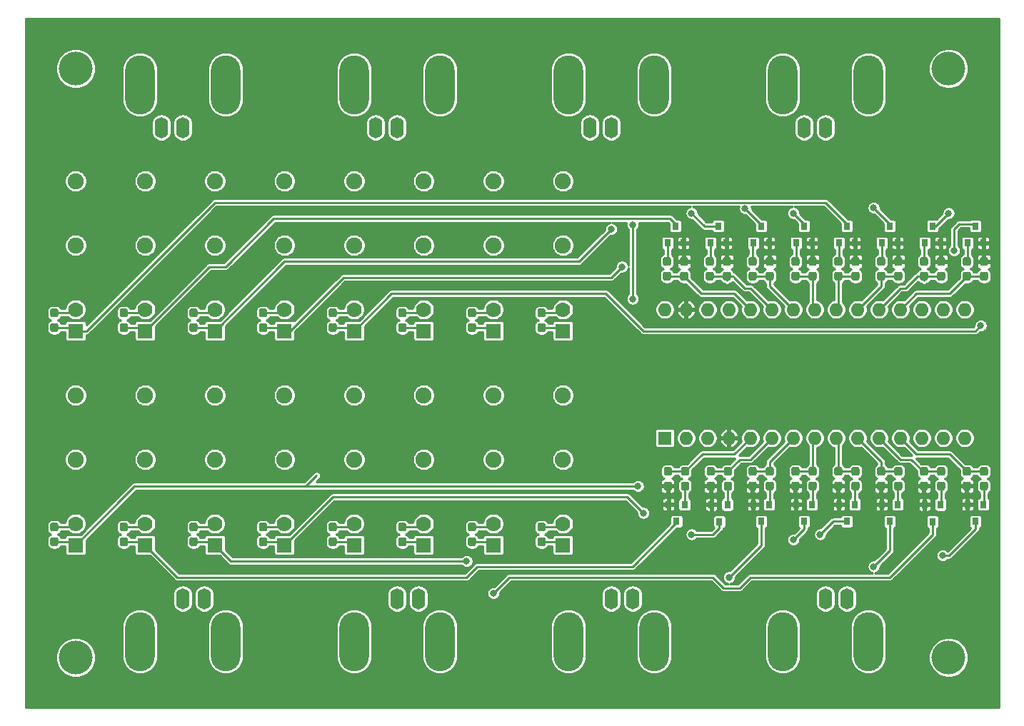
<source format=gbr>
%TF.GenerationSoftware,KiCad,Pcbnew,(5.1.6)-1*%
%TF.CreationDate,2022-02-03T11:07:05+01:00*%
%TF.ProjectId,Omniplex,4f6d6e69-706c-4657-982e-6b696361645f,rev?*%
%TF.SameCoordinates,Original*%
%TF.FileFunction,Copper,L1,Top*%
%TF.FilePolarity,Positive*%
%FSLAX46Y46*%
G04 Gerber Fmt 4.6, Leading zero omitted, Abs format (unit mm)*
G04 Created by KiCad (PCBNEW (5.1.6)-1) date 2022-02-03 11:07:05*
%MOMM*%
%LPD*%
G01*
G04 APERTURE LIST*
%TA.AperFunction,ComponentPad*%
%ADD10O,1.600000X2.500000*%
%TD*%
%TA.AperFunction,ComponentPad*%
%ADD11O,3.500000X7.000000*%
%TD*%
%TA.AperFunction,ComponentPad*%
%ADD12C,1.778000*%
%TD*%
%TA.AperFunction,ComponentPad*%
%ADD13R,1.778000X1.778000*%
%TD*%
%TA.AperFunction,ComponentPad*%
%ADD14C,1.900000*%
%TD*%
%TA.AperFunction,SMDPad,CuDef*%
%ADD15R,0.800000X0.900000*%
%TD*%
%TA.AperFunction,ComponentPad*%
%ADD16O,1.600000X1.600000*%
%TD*%
%TA.AperFunction,ComponentPad*%
%ADD17R,1.600000X1.600000*%
%TD*%
%TA.AperFunction,ViaPad*%
%ADD18C,4.000000*%
%TD*%
%TA.AperFunction,ViaPad*%
%ADD19C,0.800000*%
%TD*%
%TA.AperFunction,Conductor*%
%ADD20C,0.250000*%
%TD*%
G04 APERTURE END LIST*
%TO.P,D16,2*%
%TO.N,Net-(D16-Pad2)*%
%TA.AperFunction,SMDPad,CuDef*%
G36*
G01*
X118507500Y-119730000D02*
X118982500Y-119730000D01*
G75*
G02*
X119220000Y-119967500I0J-237500D01*
G01*
X119220000Y-120542500D01*
G75*
G02*
X118982500Y-120780000I-237500J0D01*
G01*
X118507500Y-120780000D01*
G75*
G02*
X118270000Y-120542500I0J237500D01*
G01*
X118270000Y-119967500D01*
G75*
G02*
X118507500Y-119730000I237500J0D01*
G01*
G37*
%TD.AperFunction*%
%TO.P,D16,1*%
%TO.N,+5V*%
%TA.AperFunction,SMDPad,CuDef*%
G36*
G01*
X118507500Y-117980000D02*
X118982500Y-117980000D01*
G75*
G02*
X119220000Y-118217500I0J-237500D01*
G01*
X119220000Y-118792500D01*
G75*
G02*
X118982500Y-119030000I-237500J0D01*
G01*
X118507500Y-119030000D01*
G75*
G02*
X118270000Y-118792500I0J237500D01*
G01*
X118270000Y-118217500D01*
G75*
G02*
X118507500Y-117980000I237500J0D01*
G01*
G37*
%TD.AperFunction*%
%TD*%
%TO.P,D15,2*%
%TO.N,Net-(D15-Pad2)*%
%TA.AperFunction,SMDPad,CuDef*%
G36*
G01*
X110252500Y-119730000D02*
X110727500Y-119730000D01*
G75*
G02*
X110965000Y-119967500I0J-237500D01*
G01*
X110965000Y-120542500D01*
G75*
G02*
X110727500Y-120780000I-237500J0D01*
G01*
X110252500Y-120780000D01*
G75*
G02*
X110015000Y-120542500I0J237500D01*
G01*
X110015000Y-119967500D01*
G75*
G02*
X110252500Y-119730000I237500J0D01*
G01*
G37*
%TD.AperFunction*%
%TO.P,D15,1*%
%TO.N,+5V*%
%TA.AperFunction,SMDPad,CuDef*%
G36*
G01*
X110252500Y-117980000D02*
X110727500Y-117980000D01*
G75*
G02*
X110965000Y-118217500I0J-237500D01*
G01*
X110965000Y-118792500D01*
G75*
G02*
X110727500Y-119030000I-237500J0D01*
G01*
X110252500Y-119030000D01*
G75*
G02*
X110015000Y-118792500I0J237500D01*
G01*
X110015000Y-118217500D01*
G75*
G02*
X110252500Y-117980000I237500J0D01*
G01*
G37*
%TD.AperFunction*%
%TD*%
%TO.P,D14,2*%
%TO.N,Net-(D14-Pad2)*%
%TA.AperFunction,SMDPad,CuDef*%
G36*
G01*
X118507500Y-94330000D02*
X118982500Y-94330000D01*
G75*
G02*
X119220000Y-94567500I0J-237500D01*
G01*
X119220000Y-95142500D01*
G75*
G02*
X118982500Y-95380000I-237500J0D01*
G01*
X118507500Y-95380000D01*
G75*
G02*
X118270000Y-95142500I0J237500D01*
G01*
X118270000Y-94567500D01*
G75*
G02*
X118507500Y-94330000I237500J0D01*
G01*
G37*
%TD.AperFunction*%
%TO.P,D14,1*%
%TO.N,+5V*%
%TA.AperFunction,SMDPad,CuDef*%
G36*
G01*
X118507500Y-92580000D02*
X118982500Y-92580000D01*
G75*
G02*
X119220000Y-92817500I0J-237500D01*
G01*
X119220000Y-93392500D01*
G75*
G02*
X118982500Y-93630000I-237500J0D01*
G01*
X118507500Y-93630000D01*
G75*
G02*
X118270000Y-93392500I0J237500D01*
G01*
X118270000Y-92817500D01*
G75*
G02*
X118507500Y-92580000I237500J0D01*
G01*
G37*
%TD.AperFunction*%
%TD*%
%TO.P,D13,2*%
%TO.N,Net-(D13-Pad2)*%
%TA.AperFunction,SMDPad,CuDef*%
G36*
G01*
X110252500Y-94330000D02*
X110727500Y-94330000D01*
G75*
G02*
X110965000Y-94567500I0J-237500D01*
G01*
X110965000Y-95142500D01*
G75*
G02*
X110727500Y-95380000I-237500J0D01*
G01*
X110252500Y-95380000D01*
G75*
G02*
X110015000Y-95142500I0J237500D01*
G01*
X110015000Y-94567500D01*
G75*
G02*
X110252500Y-94330000I237500J0D01*
G01*
G37*
%TD.AperFunction*%
%TO.P,D13,1*%
%TO.N,+5V*%
%TA.AperFunction,SMDPad,CuDef*%
G36*
G01*
X110252500Y-92580000D02*
X110727500Y-92580000D01*
G75*
G02*
X110965000Y-92817500I0J-237500D01*
G01*
X110965000Y-93392500D01*
G75*
G02*
X110727500Y-93630000I-237500J0D01*
G01*
X110252500Y-93630000D01*
G75*
G02*
X110015000Y-93392500I0J237500D01*
G01*
X110015000Y-92817500D01*
G75*
G02*
X110252500Y-92580000I237500J0D01*
G01*
G37*
%TD.AperFunction*%
%TD*%
%TO.P,D12,2*%
%TO.N,Net-(D12-Pad2)*%
%TA.AperFunction,SMDPad,CuDef*%
G36*
G01*
X101997500Y-119730000D02*
X102472500Y-119730000D01*
G75*
G02*
X102710000Y-119967500I0J-237500D01*
G01*
X102710000Y-120542500D01*
G75*
G02*
X102472500Y-120780000I-237500J0D01*
G01*
X101997500Y-120780000D01*
G75*
G02*
X101760000Y-120542500I0J237500D01*
G01*
X101760000Y-119967500D01*
G75*
G02*
X101997500Y-119730000I237500J0D01*
G01*
G37*
%TD.AperFunction*%
%TO.P,D12,1*%
%TO.N,+5V*%
%TA.AperFunction,SMDPad,CuDef*%
G36*
G01*
X101997500Y-117980000D02*
X102472500Y-117980000D01*
G75*
G02*
X102710000Y-118217500I0J-237500D01*
G01*
X102710000Y-118792500D01*
G75*
G02*
X102472500Y-119030000I-237500J0D01*
G01*
X101997500Y-119030000D01*
G75*
G02*
X101760000Y-118792500I0J237500D01*
G01*
X101760000Y-118217500D01*
G75*
G02*
X101997500Y-117980000I237500J0D01*
G01*
G37*
%TD.AperFunction*%
%TD*%
%TO.P,D11,2*%
%TO.N,Net-(D11-Pad2)*%
%TA.AperFunction,SMDPad,CuDef*%
G36*
G01*
X93742500Y-119730000D02*
X94217500Y-119730000D01*
G75*
G02*
X94455000Y-119967500I0J-237500D01*
G01*
X94455000Y-120542500D01*
G75*
G02*
X94217500Y-120780000I-237500J0D01*
G01*
X93742500Y-120780000D01*
G75*
G02*
X93505000Y-120542500I0J237500D01*
G01*
X93505000Y-119967500D01*
G75*
G02*
X93742500Y-119730000I237500J0D01*
G01*
G37*
%TD.AperFunction*%
%TO.P,D11,1*%
%TO.N,+5V*%
%TA.AperFunction,SMDPad,CuDef*%
G36*
G01*
X93742500Y-117980000D02*
X94217500Y-117980000D01*
G75*
G02*
X94455000Y-118217500I0J-237500D01*
G01*
X94455000Y-118792500D01*
G75*
G02*
X94217500Y-119030000I-237500J0D01*
G01*
X93742500Y-119030000D01*
G75*
G02*
X93505000Y-118792500I0J237500D01*
G01*
X93505000Y-118217500D01*
G75*
G02*
X93742500Y-117980000I237500J0D01*
G01*
G37*
%TD.AperFunction*%
%TD*%
%TO.P,D10,2*%
%TO.N,Net-(D10-Pad2)*%
%TA.AperFunction,SMDPad,CuDef*%
G36*
G01*
X101997500Y-94330000D02*
X102472500Y-94330000D01*
G75*
G02*
X102710000Y-94567500I0J-237500D01*
G01*
X102710000Y-95142500D01*
G75*
G02*
X102472500Y-95380000I-237500J0D01*
G01*
X101997500Y-95380000D01*
G75*
G02*
X101760000Y-95142500I0J237500D01*
G01*
X101760000Y-94567500D01*
G75*
G02*
X101997500Y-94330000I237500J0D01*
G01*
G37*
%TD.AperFunction*%
%TO.P,D10,1*%
%TO.N,+5V*%
%TA.AperFunction,SMDPad,CuDef*%
G36*
G01*
X101997500Y-92580000D02*
X102472500Y-92580000D01*
G75*
G02*
X102710000Y-92817500I0J-237500D01*
G01*
X102710000Y-93392500D01*
G75*
G02*
X102472500Y-93630000I-237500J0D01*
G01*
X101997500Y-93630000D01*
G75*
G02*
X101760000Y-93392500I0J237500D01*
G01*
X101760000Y-92817500D01*
G75*
G02*
X101997500Y-92580000I237500J0D01*
G01*
G37*
%TD.AperFunction*%
%TD*%
%TO.P,D9,2*%
%TO.N,Net-(D9-Pad2)*%
%TA.AperFunction,SMDPad,CuDef*%
G36*
G01*
X93742500Y-94330000D02*
X94217500Y-94330000D01*
G75*
G02*
X94455000Y-94567500I0J-237500D01*
G01*
X94455000Y-95142500D01*
G75*
G02*
X94217500Y-95380000I-237500J0D01*
G01*
X93742500Y-95380000D01*
G75*
G02*
X93505000Y-95142500I0J237500D01*
G01*
X93505000Y-94567500D01*
G75*
G02*
X93742500Y-94330000I237500J0D01*
G01*
G37*
%TD.AperFunction*%
%TO.P,D9,1*%
%TO.N,+5V*%
%TA.AperFunction,SMDPad,CuDef*%
G36*
G01*
X93742500Y-92580000D02*
X94217500Y-92580000D01*
G75*
G02*
X94455000Y-92817500I0J-237500D01*
G01*
X94455000Y-93392500D01*
G75*
G02*
X94217500Y-93630000I-237500J0D01*
G01*
X93742500Y-93630000D01*
G75*
G02*
X93505000Y-93392500I0J237500D01*
G01*
X93505000Y-92817500D01*
G75*
G02*
X93742500Y-92580000I237500J0D01*
G01*
G37*
%TD.AperFunction*%
%TD*%
%TO.P,D8,2*%
%TO.N,Net-(D8-Pad2)*%
%TA.AperFunction,SMDPad,CuDef*%
G36*
G01*
X85487500Y-119730000D02*
X85962500Y-119730000D01*
G75*
G02*
X86200000Y-119967500I0J-237500D01*
G01*
X86200000Y-120542500D01*
G75*
G02*
X85962500Y-120780000I-237500J0D01*
G01*
X85487500Y-120780000D01*
G75*
G02*
X85250000Y-120542500I0J237500D01*
G01*
X85250000Y-119967500D01*
G75*
G02*
X85487500Y-119730000I237500J0D01*
G01*
G37*
%TD.AperFunction*%
%TO.P,D8,1*%
%TO.N,+5V*%
%TA.AperFunction,SMDPad,CuDef*%
G36*
G01*
X85487500Y-117980000D02*
X85962500Y-117980000D01*
G75*
G02*
X86200000Y-118217500I0J-237500D01*
G01*
X86200000Y-118792500D01*
G75*
G02*
X85962500Y-119030000I-237500J0D01*
G01*
X85487500Y-119030000D01*
G75*
G02*
X85250000Y-118792500I0J237500D01*
G01*
X85250000Y-118217500D01*
G75*
G02*
X85487500Y-117980000I237500J0D01*
G01*
G37*
%TD.AperFunction*%
%TD*%
%TO.P,D7,2*%
%TO.N,Net-(D7-Pad2)*%
%TA.AperFunction,SMDPad,CuDef*%
G36*
G01*
X77232500Y-119730000D02*
X77707500Y-119730000D01*
G75*
G02*
X77945000Y-119967500I0J-237500D01*
G01*
X77945000Y-120542500D01*
G75*
G02*
X77707500Y-120780000I-237500J0D01*
G01*
X77232500Y-120780000D01*
G75*
G02*
X76995000Y-120542500I0J237500D01*
G01*
X76995000Y-119967500D01*
G75*
G02*
X77232500Y-119730000I237500J0D01*
G01*
G37*
%TD.AperFunction*%
%TO.P,D7,1*%
%TO.N,+5V*%
%TA.AperFunction,SMDPad,CuDef*%
G36*
G01*
X77232500Y-117980000D02*
X77707500Y-117980000D01*
G75*
G02*
X77945000Y-118217500I0J-237500D01*
G01*
X77945000Y-118792500D01*
G75*
G02*
X77707500Y-119030000I-237500J0D01*
G01*
X77232500Y-119030000D01*
G75*
G02*
X76995000Y-118792500I0J237500D01*
G01*
X76995000Y-118217500D01*
G75*
G02*
X77232500Y-117980000I237500J0D01*
G01*
G37*
%TD.AperFunction*%
%TD*%
%TO.P,D6,2*%
%TO.N,Net-(D6-Pad2)*%
%TA.AperFunction,SMDPad,CuDef*%
G36*
G01*
X85487500Y-94330000D02*
X85962500Y-94330000D01*
G75*
G02*
X86200000Y-94567500I0J-237500D01*
G01*
X86200000Y-95142500D01*
G75*
G02*
X85962500Y-95380000I-237500J0D01*
G01*
X85487500Y-95380000D01*
G75*
G02*
X85250000Y-95142500I0J237500D01*
G01*
X85250000Y-94567500D01*
G75*
G02*
X85487500Y-94330000I237500J0D01*
G01*
G37*
%TD.AperFunction*%
%TO.P,D6,1*%
%TO.N,+5V*%
%TA.AperFunction,SMDPad,CuDef*%
G36*
G01*
X85487500Y-92580000D02*
X85962500Y-92580000D01*
G75*
G02*
X86200000Y-92817500I0J-237500D01*
G01*
X86200000Y-93392500D01*
G75*
G02*
X85962500Y-93630000I-237500J0D01*
G01*
X85487500Y-93630000D01*
G75*
G02*
X85250000Y-93392500I0J237500D01*
G01*
X85250000Y-92817500D01*
G75*
G02*
X85487500Y-92580000I237500J0D01*
G01*
G37*
%TD.AperFunction*%
%TD*%
%TO.P,D5,2*%
%TO.N,Net-(D5-Pad2)*%
%TA.AperFunction,SMDPad,CuDef*%
G36*
G01*
X77232500Y-94330000D02*
X77707500Y-94330000D01*
G75*
G02*
X77945000Y-94567500I0J-237500D01*
G01*
X77945000Y-95142500D01*
G75*
G02*
X77707500Y-95380000I-237500J0D01*
G01*
X77232500Y-95380000D01*
G75*
G02*
X76995000Y-95142500I0J237500D01*
G01*
X76995000Y-94567500D01*
G75*
G02*
X77232500Y-94330000I237500J0D01*
G01*
G37*
%TD.AperFunction*%
%TO.P,D5,1*%
%TO.N,+5V*%
%TA.AperFunction,SMDPad,CuDef*%
G36*
G01*
X77232500Y-92580000D02*
X77707500Y-92580000D01*
G75*
G02*
X77945000Y-92817500I0J-237500D01*
G01*
X77945000Y-93392500D01*
G75*
G02*
X77707500Y-93630000I-237500J0D01*
G01*
X77232500Y-93630000D01*
G75*
G02*
X76995000Y-93392500I0J237500D01*
G01*
X76995000Y-92817500D01*
G75*
G02*
X77232500Y-92580000I237500J0D01*
G01*
G37*
%TD.AperFunction*%
%TD*%
%TO.P,D4,2*%
%TO.N,Net-(D4-Pad2)*%
%TA.AperFunction,SMDPad,CuDef*%
G36*
G01*
X68977500Y-119730000D02*
X69452500Y-119730000D01*
G75*
G02*
X69690000Y-119967500I0J-237500D01*
G01*
X69690000Y-120542500D01*
G75*
G02*
X69452500Y-120780000I-237500J0D01*
G01*
X68977500Y-120780000D01*
G75*
G02*
X68740000Y-120542500I0J237500D01*
G01*
X68740000Y-119967500D01*
G75*
G02*
X68977500Y-119730000I237500J0D01*
G01*
G37*
%TD.AperFunction*%
%TO.P,D4,1*%
%TO.N,+5V*%
%TA.AperFunction,SMDPad,CuDef*%
G36*
G01*
X68977500Y-117980000D02*
X69452500Y-117980000D01*
G75*
G02*
X69690000Y-118217500I0J-237500D01*
G01*
X69690000Y-118792500D01*
G75*
G02*
X69452500Y-119030000I-237500J0D01*
G01*
X68977500Y-119030000D01*
G75*
G02*
X68740000Y-118792500I0J237500D01*
G01*
X68740000Y-118217500D01*
G75*
G02*
X68977500Y-117980000I237500J0D01*
G01*
G37*
%TD.AperFunction*%
%TD*%
%TO.P,D3,2*%
%TO.N,Net-(D3-Pad2)*%
%TA.AperFunction,SMDPad,CuDef*%
G36*
G01*
X60722500Y-119730000D02*
X61197500Y-119730000D01*
G75*
G02*
X61435000Y-119967500I0J-237500D01*
G01*
X61435000Y-120542500D01*
G75*
G02*
X61197500Y-120780000I-237500J0D01*
G01*
X60722500Y-120780000D01*
G75*
G02*
X60485000Y-120542500I0J237500D01*
G01*
X60485000Y-119967500D01*
G75*
G02*
X60722500Y-119730000I237500J0D01*
G01*
G37*
%TD.AperFunction*%
%TO.P,D3,1*%
%TO.N,+5V*%
%TA.AperFunction,SMDPad,CuDef*%
G36*
G01*
X60722500Y-117980000D02*
X61197500Y-117980000D01*
G75*
G02*
X61435000Y-118217500I0J-237500D01*
G01*
X61435000Y-118792500D01*
G75*
G02*
X61197500Y-119030000I-237500J0D01*
G01*
X60722500Y-119030000D01*
G75*
G02*
X60485000Y-118792500I0J237500D01*
G01*
X60485000Y-118217500D01*
G75*
G02*
X60722500Y-117980000I237500J0D01*
G01*
G37*
%TD.AperFunction*%
%TD*%
%TO.P,D2,2*%
%TO.N,Net-(D2-Pad2)*%
%TA.AperFunction,SMDPad,CuDef*%
G36*
G01*
X68977500Y-94330000D02*
X69452500Y-94330000D01*
G75*
G02*
X69690000Y-94567500I0J-237500D01*
G01*
X69690000Y-95142500D01*
G75*
G02*
X69452500Y-95380000I-237500J0D01*
G01*
X68977500Y-95380000D01*
G75*
G02*
X68740000Y-95142500I0J237500D01*
G01*
X68740000Y-94567500D01*
G75*
G02*
X68977500Y-94330000I237500J0D01*
G01*
G37*
%TD.AperFunction*%
%TO.P,D2,1*%
%TO.N,+5V*%
%TA.AperFunction,SMDPad,CuDef*%
G36*
G01*
X68977500Y-92580000D02*
X69452500Y-92580000D01*
G75*
G02*
X69690000Y-92817500I0J-237500D01*
G01*
X69690000Y-93392500D01*
G75*
G02*
X69452500Y-93630000I-237500J0D01*
G01*
X68977500Y-93630000D01*
G75*
G02*
X68740000Y-93392500I0J237500D01*
G01*
X68740000Y-92817500D01*
G75*
G02*
X68977500Y-92580000I237500J0D01*
G01*
G37*
%TD.AperFunction*%
%TD*%
%TO.P,D1,2*%
%TO.N,Net-(D1-Pad2)*%
%TA.AperFunction,SMDPad,CuDef*%
G36*
G01*
X60722500Y-94330000D02*
X61197500Y-94330000D01*
G75*
G02*
X61435000Y-94567500I0J-237500D01*
G01*
X61435000Y-95142500D01*
G75*
G02*
X61197500Y-95380000I-237500J0D01*
G01*
X60722500Y-95380000D01*
G75*
G02*
X60485000Y-95142500I0J237500D01*
G01*
X60485000Y-94567500D01*
G75*
G02*
X60722500Y-94330000I237500J0D01*
G01*
G37*
%TD.AperFunction*%
%TO.P,D1,1*%
%TO.N,+5V*%
%TA.AperFunction,SMDPad,CuDef*%
G36*
G01*
X60722500Y-92580000D02*
X61197500Y-92580000D01*
G75*
G02*
X61435000Y-92817500I0J-237500D01*
G01*
X61435000Y-93392500D01*
G75*
G02*
X61197500Y-93630000I-237500J0D01*
G01*
X60722500Y-93630000D01*
G75*
G02*
X60485000Y-93392500I0J237500D01*
G01*
X60485000Y-92817500D01*
G75*
G02*
X60722500Y-92580000I237500J0D01*
G01*
G37*
%TD.AperFunction*%
%TD*%
D10*
%TO.P,J8,2*%
%TO.N,/Shield*%
X154940000Y-127000000D03*
%TO.P,J8,1*%
%TO.N,Net-(J8-Pad1)*%
X152400000Y-127000000D03*
D11*
%TO.P,J8,2*%
%TO.N,/Shield*%
X147320000Y-132080000D03*
X157480000Y-132080000D03*
%TD*%
D10*
%TO.P,J7,2*%
%TO.N,/Shield*%
X129540000Y-127000000D03*
%TO.P,J7,1*%
%TO.N,Net-(J7-Pad1)*%
X127000000Y-127000000D03*
D11*
%TO.P,J7,2*%
%TO.N,/Shield*%
X121920000Y-132080000D03*
X132080000Y-132080000D03*
%TD*%
D10*
%TO.P,J6,2*%
%TO.N,/Shield*%
X104140000Y-127000000D03*
%TO.P,J6,1*%
%TO.N,Net-(J6-Pad1)*%
X101600000Y-127000000D03*
D11*
%TO.P,J6,2*%
%TO.N,/Shield*%
X96520000Y-132080000D03*
X106680000Y-132080000D03*
%TD*%
D10*
%TO.P,J5,2*%
%TO.N,/Shield*%
X78740000Y-127000000D03*
%TO.P,J5,1*%
%TO.N,Net-(J5-Pad1)*%
X76200000Y-127000000D03*
D11*
%TO.P,J5,2*%
%TO.N,/Shield*%
X71120000Y-132080000D03*
X81280000Y-132080000D03*
%TD*%
D10*
%TO.P,J4,2*%
%TO.N,/Shield*%
X149860000Y-71120000D03*
%TO.P,J4,1*%
%TO.N,Net-(J4-Pad1)*%
X152400000Y-71120000D03*
D11*
%TO.P,J4,2*%
%TO.N,/Shield*%
X157480000Y-66040000D03*
X147320000Y-66040000D03*
%TD*%
D10*
%TO.P,J3,2*%
%TO.N,/Shield*%
X124460000Y-71120000D03*
%TO.P,J3,1*%
%TO.N,Net-(J3-Pad1)*%
X127000000Y-71120000D03*
D11*
%TO.P,J3,2*%
%TO.N,/Shield*%
X132080000Y-66040000D03*
X121920000Y-66040000D03*
%TD*%
D10*
%TO.P,J2,2*%
%TO.N,/Shield*%
X99060000Y-71120000D03*
%TO.P,J2,1*%
%TO.N,Net-(J2-Pad1)*%
X101600000Y-71120000D03*
D11*
%TO.P,J2,2*%
%TO.N,/Shield*%
X106680000Y-66040000D03*
X96520000Y-66040000D03*
%TD*%
D10*
%TO.P,J1,2*%
%TO.N,/Shield*%
X73660000Y-71120000D03*
%TO.P,J1,1*%
%TO.N,Net-(J1-Pad1)*%
X76200000Y-71120000D03*
D11*
%TO.P,J1,2*%
%TO.N,/Shield*%
X81280000Y-66040000D03*
X71120000Y-66040000D03*
%TD*%
D12*
%TO.P,K16,5*%
%TO.N,+5V*%
X121285000Y-118110000D03*
D13*
%TO.P,K16,1*%
%TO.N,Net-(D16-Pad2)*%
X121285000Y-120650000D03*
D14*
%TO.P,K16,3*%
%TO.N,Net-(J8-Pad1)*%
X121285000Y-110490000D03*
%TO.P,K16,2*%
%TO.N,Net-(J4-Pad1)*%
X121285000Y-102870000D03*
%TD*%
D12*
%TO.P,K15,5*%
%TO.N,+5V*%
X113030000Y-118110000D03*
D13*
%TO.P,K15,1*%
%TO.N,Net-(D15-Pad2)*%
X113030000Y-120650000D03*
D14*
%TO.P,K15,3*%
%TO.N,Net-(J7-Pad1)*%
X113030000Y-110490000D03*
%TO.P,K15,2*%
%TO.N,Net-(J4-Pad1)*%
X113030000Y-102870000D03*
%TD*%
D12*
%TO.P,K14,5*%
%TO.N,+5V*%
X121285000Y-92710000D03*
D13*
%TO.P,K14,1*%
%TO.N,Net-(D14-Pad2)*%
X121285000Y-95250000D03*
D14*
%TO.P,K14,3*%
%TO.N,Net-(J6-Pad1)*%
X121285000Y-85090000D03*
%TO.P,K14,2*%
%TO.N,Net-(J4-Pad1)*%
X121285000Y-77470000D03*
%TD*%
D12*
%TO.P,K13,5*%
%TO.N,+5V*%
X113030000Y-92710000D03*
D13*
%TO.P,K13,1*%
%TO.N,Net-(D13-Pad2)*%
X113030000Y-95250000D03*
D14*
%TO.P,K13,3*%
%TO.N,Net-(J5-Pad1)*%
X113030000Y-85090000D03*
%TO.P,K13,2*%
%TO.N,Net-(J4-Pad1)*%
X113030000Y-77470000D03*
%TD*%
D12*
%TO.P,K12,5*%
%TO.N,+5V*%
X104775000Y-118110000D03*
D13*
%TO.P,K12,1*%
%TO.N,Net-(D12-Pad2)*%
X104775000Y-120650000D03*
D14*
%TO.P,K12,3*%
%TO.N,Net-(J8-Pad1)*%
X104775000Y-110490000D03*
%TO.P,K12,2*%
%TO.N,Net-(J3-Pad1)*%
X104775000Y-102870000D03*
%TD*%
D12*
%TO.P,K11,5*%
%TO.N,+5V*%
X96520000Y-118110000D03*
D13*
%TO.P,K11,1*%
%TO.N,Net-(D11-Pad2)*%
X96520000Y-120650000D03*
D14*
%TO.P,K11,3*%
%TO.N,Net-(J7-Pad1)*%
X96520000Y-110490000D03*
%TO.P,K11,2*%
%TO.N,Net-(J3-Pad1)*%
X96520000Y-102870000D03*
%TD*%
D12*
%TO.P,K10,5*%
%TO.N,+5V*%
X104775000Y-92710000D03*
D13*
%TO.P,K10,1*%
%TO.N,Net-(D10-Pad2)*%
X104775000Y-95250000D03*
D14*
%TO.P,K10,3*%
%TO.N,Net-(J6-Pad1)*%
X104775000Y-85090000D03*
%TO.P,K10,2*%
%TO.N,Net-(J3-Pad1)*%
X104775000Y-77470000D03*
%TD*%
D12*
%TO.P,K9,5*%
%TO.N,+5V*%
X96520000Y-92710000D03*
D13*
%TO.P,K9,1*%
%TO.N,Net-(D9-Pad2)*%
X96520000Y-95250000D03*
D14*
%TO.P,K9,3*%
%TO.N,Net-(J5-Pad1)*%
X96520000Y-85090000D03*
%TO.P,K9,2*%
%TO.N,Net-(J3-Pad1)*%
X96520000Y-77470000D03*
%TD*%
D12*
%TO.P,K8,5*%
%TO.N,+5V*%
X88265000Y-118110000D03*
D13*
%TO.P,K8,1*%
%TO.N,Net-(D8-Pad2)*%
X88265000Y-120650000D03*
D14*
%TO.P,K8,3*%
%TO.N,Net-(J8-Pad1)*%
X88265000Y-110490000D03*
%TO.P,K8,2*%
%TO.N,Net-(J2-Pad1)*%
X88265000Y-102870000D03*
%TD*%
D12*
%TO.P,K7,5*%
%TO.N,+5V*%
X80010000Y-118110000D03*
D13*
%TO.P,K7,1*%
%TO.N,Net-(D7-Pad2)*%
X80010000Y-120650000D03*
D14*
%TO.P,K7,3*%
%TO.N,Net-(J7-Pad1)*%
X80010000Y-110490000D03*
%TO.P,K7,2*%
%TO.N,Net-(J2-Pad1)*%
X80010000Y-102870000D03*
%TD*%
D12*
%TO.P,K6,5*%
%TO.N,+5V*%
X88265000Y-92710000D03*
D13*
%TO.P,K6,1*%
%TO.N,Net-(D6-Pad2)*%
X88265000Y-95250000D03*
D14*
%TO.P,K6,3*%
%TO.N,Net-(J6-Pad1)*%
X88265000Y-85090000D03*
%TO.P,K6,2*%
%TO.N,Net-(J2-Pad1)*%
X88265000Y-77470000D03*
%TD*%
D12*
%TO.P,K5,5*%
%TO.N,+5V*%
X80010000Y-92710000D03*
D13*
%TO.P,K5,1*%
%TO.N,Net-(D5-Pad2)*%
X80010000Y-95250000D03*
D14*
%TO.P,K5,3*%
%TO.N,Net-(J5-Pad1)*%
X80010000Y-85090000D03*
%TO.P,K5,2*%
%TO.N,Net-(J2-Pad1)*%
X80010000Y-77470000D03*
%TD*%
D12*
%TO.P,K4,5*%
%TO.N,+5V*%
X71755000Y-118110000D03*
D13*
%TO.P,K4,1*%
%TO.N,Net-(D4-Pad2)*%
X71755000Y-120650000D03*
D14*
%TO.P,K4,3*%
%TO.N,Net-(J8-Pad1)*%
X71755000Y-110490000D03*
%TO.P,K4,2*%
%TO.N,Net-(J1-Pad1)*%
X71755000Y-102870000D03*
%TD*%
D12*
%TO.P,K3,5*%
%TO.N,+5V*%
X63500000Y-118110000D03*
D13*
%TO.P,K3,1*%
%TO.N,Net-(D3-Pad2)*%
X63500000Y-120650000D03*
D14*
%TO.P,K3,3*%
%TO.N,Net-(J7-Pad1)*%
X63500000Y-110490000D03*
%TO.P,K3,2*%
%TO.N,Net-(J1-Pad1)*%
X63500000Y-102870000D03*
%TD*%
D12*
%TO.P,K2,5*%
%TO.N,+5V*%
X71755000Y-92710000D03*
D13*
%TO.P,K2,1*%
%TO.N,Net-(D2-Pad2)*%
X71755000Y-95250000D03*
D14*
%TO.P,K2,3*%
%TO.N,Net-(J6-Pad1)*%
X71755000Y-85090000D03*
%TO.P,K2,2*%
%TO.N,Net-(J1-Pad1)*%
X71755000Y-77470000D03*
%TD*%
D12*
%TO.P,K1,5*%
%TO.N,+5V*%
X63500000Y-92710000D03*
D13*
%TO.P,K1,1*%
%TO.N,Net-(D1-Pad2)*%
X63500000Y-95250000D03*
D14*
%TO.P,K1,3*%
%TO.N,Net-(J5-Pad1)*%
X63500000Y-85090000D03*
%TO.P,K1,2*%
%TO.N,Net-(J1-Pad1)*%
X63500000Y-77470000D03*
%TD*%
%TO.P,R32,2*%
%TO.N,Net-(A1-Pad5)*%
%TA.AperFunction,SMDPad,CuDef*%
G36*
G01*
X136000500Y-112426000D02*
X135525500Y-112426000D01*
G75*
G02*
X135288000Y-112188500I0J237500D01*
G01*
X135288000Y-111613500D01*
G75*
G02*
X135525500Y-111376000I237500J0D01*
G01*
X136000500Y-111376000D01*
G75*
G02*
X136238000Y-111613500I0J-237500D01*
G01*
X136238000Y-112188500D01*
G75*
G02*
X136000500Y-112426000I-237500J0D01*
G01*
G37*
%TD.AperFunction*%
%TO.P,R32,1*%
%TO.N,Net-(Q16-Pad1)*%
%TA.AperFunction,SMDPad,CuDef*%
G36*
G01*
X136000500Y-114176000D02*
X135525500Y-114176000D01*
G75*
G02*
X135288000Y-113938500I0J237500D01*
G01*
X135288000Y-113363500D01*
G75*
G02*
X135525500Y-113126000I237500J0D01*
G01*
X136000500Y-113126000D01*
G75*
G02*
X136238000Y-113363500I0J-237500D01*
G01*
X136238000Y-113938500D01*
G75*
G02*
X136000500Y-114176000I-237500J0D01*
G01*
G37*
%TD.AperFunction*%
%TD*%
%TO.P,R31,2*%
%TO.N,Net-(A1-Pad6)*%
%TA.AperFunction,SMDPad,CuDef*%
G36*
G01*
X141080500Y-112426000D02*
X140605500Y-112426000D01*
G75*
G02*
X140368000Y-112188500I0J237500D01*
G01*
X140368000Y-111613500D01*
G75*
G02*
X140605500Y-111376000I237500J0D01*
G01*
X141080500Y-111376000D01*
G75*
G02*
X141318000Y-111613500I0J-237500D01*
G01*
X141318000Y-112188500D01*
G75*
G02*
X141080500Y-112426000I-237500J0D01*
G01*
G37*
%TD.AperFunction*%
%TO.P,R31,1*%
%TO.N,Net-(Q12-Pad1)*%
%TA.AperFunction,SMDPad,CuDef*%
G36*
G01*
X141080500Y-114176000D02*
X140605500Y-114176000D01*
G75*
G02*
X140368000Y-113938500I0J237500D01*
G01*
X140368000Y-113363500D01*
G75*
G02*
X140605500Y-113126000I237500J0D01*
G01*
X141080500Y-113126000D01*
G75*
G02*
X141318000Y-113363500I0J-237500D01*
G01*
X141318000Y-113938500D01*
G75*
G02*
X141080500Y-114176000I-237500J0D01*
G01*
G37*
%TD.AperFunction*%
%TD*%
%TO.P,R30,2*%
%TO.N,Net-(A1-Pad7)*%
%TA.AperFunction,SMDPad,CuDef*%
G36*
G01*
X146033500Y-112426000D02*
X145558500Y-112426000D01*
G75*
G02*
X145321000Y-112188500I0J237500D01*
G01*
X145321000Y-111613500D01*
G75*
G02*
X145558500Y-111376000I237500J0D01*
G01*
X146033500Y-111376000D01*
G75*
G02*
X146271000Y-111613500I0J-237500D01*
G01*
X146271000Y-112188500D01*
G75*
G02*
X146033500Y-112426000I-237500J0D01*
G01*
G37*
%TD.AperFunction*%
%TO.P,R30,1*%
%TO.N,Net-(Q8-Pad1)*%
%TA.AperFunction,SMDPad,CuDef*%
G36*
G01*
X146033500Y-114176000D02*
X145558500Y-114176000D01*
G75*
G02*
X145321000Y-113938500I0J237500D01*
G01*
X145321000Y-113363500D01*
G75*
G02*
X145558500Y-113126000I237500J0D01*
G01*
X146033500Y-113126000D01*
G75*
G02*
X146271000Y-113363500I0J-237500D01*
G01*
X146271000Y-113938500D01*
G75*
G02*
X146033500Y-114176000I-237500J0D01*
G01*
G37*
%TD.AperFunction*%
%TD*%
%TO.P,R29,2*%
%TO.N,Net-(A1-Pad8)*%
%TA.AperFunction,SMDPad,CuDef*%
G36*
G01*
X151113500Y-112426000D02*
X150638500Y-112426000D01*
G75*
G02*
X150401000Y-112188500I0J237500D01*
G01*
X150401000Y-111613500D01*
G75*
G02*
X150638500Y-111376000I237500J0D01*
G01*
X151113500Y-111376000D01*
G75*
G02*
X151351000Y-111613500I0J-237500D01*
G01*
X151351000Y-112188500D01*
G75*
G02*
X151113500Y-112426000I-237500J0D01*
G01*
G37*
%TD.AperFunction*%
%TO.P,R29,1*%
%TO.N,Net-(Q4-Pad1)*%
%TA.AperFunction,SMDPad,CuDef*%
G36*
G01*
X151113500Y-114176000D02*
X150638500Y-114176000D01*
G75*
G02*
X150401000Y-113938500I0J237500D01*
G01*
X150401000Y-113363500D01*
G75*
G02*
X150638500Y-113126000I237500J0D01*
G01*
X151113500Y-113126000D01*
G75*
G02*
X151351000Y-113363500I0J-237500D01*
G01*
X151351000Y-113938500D01*
G75*
G02*
X151113500Y-114176000I-237500J0D01*
G01*
G37*
%TD.AperFunction*%
%TD*%
%TO.P,R28,2*%
%TO.N,Net-(A1-Pad9)*%
%TA.AperFunction,SMDPad,CuDef*%
G36*
G01*
X156193500Y-112426000D02*
X155718500Y-112426000D01*
G75*
G02*
X155481000Y-112188500I0J237500D01*
G01*
X155481000Y-111613500D01*
G75*
G02*
X155718500Y-111376000I237500J0D01*
G01*
X156193500Y-111376000D01*
G75*
G02*
X156431000Y-111613500I0J-237500D01*
G01*
X156431000Y-112188500D01*
G75*
G02*
X156193500Y-112426000I-237500J0D01*
G01*
G37*
%TD.AperFunction*%
%TO.P,R28,1*%
%TO.N,Net-(Q15-Pad1)*%
%TA.AperFunction,SMDPad,CuDef*%
G36*
G01*
X156193500Y-114176000D02*
X155718500Y-114176000D01*
G75*
G02*
X155481000Y-113938500I0J237500D01*
G01*
X155481000Y-113363500D01*
G75*
G02*
X155718500Y-113126000I237500J0D01*
G01*
X156193500Y-113126000D01*
G75*
G02*
X156431000Y-113363500I0J-237500D01*
G01*
X156431000Y-113938500D01*
G75*
G02*
X156193500Y-114176000I-237500J0D01*
G01*
G37*
%TD.AperFunction*%
%TD*%
%TO.P,R27,2*%
%TO.N,Net-(A1-Pad10)*%
%TA.AperFunction,SMDPad,CuDef*%
G36*
G01*
X161273500Y-112426000D02*
X160798500Y-112426000D01*
G75*
G02*
X160561000Y-112188500I0J237500D01*
G01*
X160561000Y-111613500D01*
G75*
G02*
X160798500Y-111376000I237500J0D01*
G01*
X161273500Y-111376000D01*
G75*
G02*
X161511000Y-111613500I0J-237500D01*
G01*
X161511000Y-112188500D01*
G75*
G02*
X161273500Y-112426000I-237500J0D01*
G01*
G37*
%TD.AperFunction*%
%TO.P,R27,1*%
%TO.N,Net-(Q11-Pad1)*%
%TA.AperFunction,SMDPad,CuDef*%
G36*
G01*
X161273500Y-114176000D02*
X160798500Y-114176000D01*
G75*
G02*
X160561000Y-113938500I0J237500D01*
G01*
X160561000Y-113363500D01*
G75*
G02*
X160798500Y-113126000I237500J0D01*
G01*
X161273500Y-113126000D01*
G75*
G02*
X161511000Y-113363500I0J-237500D01*
G01*
X161511000Y-113938500D01*
G75*
G02*
X161273500Y-114176000I-237500J0D01*
G01*
G37*
%TD.AperFunction*%
%TD*%
%TO.P,R26,2*%
%TO.N,Net-(A1-Pad11)*%
%TA.AperFunction,SMDPad,CuDef*%
G36*
G01*
X166353500Y-112426000D02*
X165878500Y-112426000D01*
G75*
G02*
X165641000Y-112188500I0J237500D01*
G01*
X165641000Y-111613500D01*
G75*
G02*
X165878500Y-111376000I237500J0D01*
G01*
X166353500Y-111376000D01*
G75*
G02*
X166591000Y-111613500I0J-237500D01*
G01*
X166591000Y-112188500D01*
G75*
G02*
X166353500Y-112426000I-237500J0D01*
G01*
G37*
%TD.AperFunction*%
%TO.P,R26,1*%
%TO.N,Net-(Q7-Pad1)*%
%TA.AperFunction,SMDPad,CuDef*%
G36*
G01*
X166353500Y-114176000D02*
X165878500Y-114176000D01*
G75*
G02*
X165641000Y-113938500I0J237500D01*
G01*
X165641000Y-113363500D01*
G75*
G02*
X165878500Y-113126000I237500J0D01*
G01*
X166353500Y-113126000D01*
G75*
G02*
X166591000Y-113363500I0J-237500D01*
G01*
X166591000Y-113938500D01*
G75*
G02*
X166353500Y-114176000I-237500J0D01*
G01*
G37*
%TD.AperFunction*%
%TD*%
%TO.P,R25,2*%
%TO.N,Net-(A1-Pad12)*%
%TA.AperFunction,SMDPad,CuDef*%
G36*
G01*
X171433500Y-112426000D02*
X170958500Y-112426000D01*
G75*
G02*
X170721000Y-112188500I0J237500D01*
G01*
X170721000Y-111613500D01*
G75*
G02*
X170958500Y-111376000I237500J0D01*
G01*
X171433500Y-111376000D01*
G75*
G02*
X171671000Y-111613500I0J-237500D01*
G01*
X171671000Y-112188500D01*
G75*
G02*
X171433500Y-112426000I-237500J0D01*
G01*
G37*
%TD.AperFunction*%
%TO.P,R25,1*%
%TO.N,Net-(Q3-Pad1)*%
%TA.AperFunction,SMDPad,CuDef*%
G36*
G01*
X171433500Y-114176000D02*
X170958500Y-114176000D01*
G75*
G02*
X170721000Y-113938500I0J237500D01*
G01*
X170721000Y-113363500D01*
G75*
G02*
X170958500Y-113126000I237500J0D01*
G01*
X171433500Y-113126000D01*
G75*
G02*
X171671000Y-113363500I0J-237500D01*
G01*
X171671000Y-113938500D01*
G75*
G02*
X171433500Y-114176000I-237500J0D01*
G01*
G37*
%TD.AperFunction*%
%TD*%
%TO.P,R24,2*%
%TO.N,Net-(A1-Pad26)*%
%TA.AperFunction,SMDPad,CuDef*%
G36*
G01*
X133366500Y-88234000D02*
X133841500Y-88234000D01*
G75*
G02*
X134079000Y-88471500I0J-237500D01*
G01*
X134079000Y-89046500D01*
G75*
G02*
X133841500Y-89284000I-237500J0D01*
G01*
X133366500Y-89284000D01*
G75*
G02*
X133129000Y-89046500I0J237500D01*
G01*
X133129000Y-88471500D01*
G75*
G02*
X133366500Y-88234000I237500J0D01*
G01*
G37*
%TD.AperFunction*%
%TO.P,R24,1*%
%TO.N,Net-(Q14-Pad1)*%
%TA.AperFunction,SMDPad,CuDef*%
G36*
G01*
X133366500Y-86484000D02*
X133841500Y-86484000D01*
G75*
G02*
X134079000Y-86721500I0J-237500D01*
G01*
X134079000Y-87296500D01*
G75*
G02*
X133841500Y-87534000I-237500J0D01*
G01*
X133366500Y-87534000D01*
G75*
G02*
X133129000Y-87296500I0J237500D01*
G01*
X133129000Y-86721500D01*
G75*
G02*
X133366500Y-86484000I237500J0D01*
G01*
G37*
%TD.AperFunction*%
%TD*%
%TO.P,R23,2*%
%TO.N,Net-(A1-Pad25)*%
%TA.AperFunction,SMDPad,CuDef*%
G36*
G01*
X138446500Y-88234000D02*
X138921500Y-88234000D01*
G75*
G02*
X139159000Y-88471500I0J-237500D01*
G01*
X139159000Y-89046500D01*
G75*
G02*
X138921500Y-89284000I-237500J0D01*
G01*
X138446500Y-89284000D01*
G75*
G02*
X138209000Y-89046500I0J237500D01*
G01*
X138209000Y-88471500D01*
G75*
G02*
X138446500Y-88234000I237500J0D01*
G01*
G37*
%TD.AperFunction*%
%TO.P,R23,1*%
%TO.N,Net-(Q10-Pad1)*%
%TA.AperFunction,SMDPad,CuDef*%
G36*
G01*
X138446500Y-86484000D02*
X138921500Y-86484000D01*
G75*
G02*
X139159000Y-86721500I0J-237500D01*
G01*
X139159000Y-87296500D01*
G75*
G02*
X138921500Y-87534000I-237500J0D01*
G01*
X138446500Y-87534000D01*
G75*
G02*
X138209000Y-87296500I0J237500D01*
G01*
X138209000Y-86721500D01*
G75*
G02*
X138446500Y-86484000I237500J0D01*
G01*
G37*
%TD.AperFunction*%
%TD*%
%TO.P,R22,2*%
%TO.N,Net-(A1-Pad24)*%
%TA.AperFunction,SMDPad,CuDef*%
G36*
G01*
X143526500Y-88234000D02*
X144001500Y-88234000D01*
G75*
G02*
X144239000Y-88471500I0J-237500D01*
G01*
X144239000Y-89046500D01*
G75*
G02*
X144001500Y-89284000I-237500J0D01*
G01*
X143526500Y-89284000D01*
G75*
G02*
X143289000Y-89046500I0J237500D01*
G01*
X143289000Y-88471500D01*
G75*
G02*
X143526500Y-88234000I237500J0D01*
G01*
G37*
%TD.AperFunction*%
%TO.P,R22,1*%
%TO.N,Net-(Q6-Pad1)*%
%TA.AperFunction,SMDPad,CuDef*%
G36*
G01*
X143526500Y-86484000D02*
X144001500Y-86484000D01*
G75*
G02*
X144239000Y-86721500I0J-237500D01*
G01*
X144239000Y-87296500D01*
G75*
G02*
X144001500Y-87534000I-237500J0D01*
G01*
X143526500Y-87534000D01*
G75*
G02*
X143289000Y-87296500I0J237500D01*
G01*
X143289000Y-86721500D01*
G75*
G02*
X143526500Y-86484000I237500J0D01*
G01*
G37*
%TD.AperFunction*%
%TD*%
%TO.P,R21,2*%
%TO.N,Net-(A1-Pad23)*%
%TA.AperFunction,SMDPad,CuDef*%
G36*
G01*
X148606500Y-88234000D02*
X149081500Y-88234000D01*
G75*
G02*
X149319000Y-88471500I0J-237500D01*
G01*
X149319000Y-89046500D01*
G75*
G02*
X149081500Y-89284000I-237500J0D01*
G01*
X148606500Y-89284000D01*
G75*
G02*
X148369000Y-89046500I0J237500D01*
G01*
X148369000Y-88471500D01*
G75*
G02*
X148606500Y-88234000I237500J0D01*
G01*
G37*
%TD.AperFunction*%
%TO.P,R21,1*%
%TO.N,Net-(Q2-Pad1)*%
%TA.AperFunction,SMDPad,CuDef*%
G36*
G01*
X148606500Y-86484000D02*
X149081500Y-86484000D01*
G75*
G02*
X149319000Y-86721500I0J-237500D01*
G01*
X149319000Y-87296500D01*
G75*
G02*
X149081500Y-87534000I-237500J0D01*
G01*
X148606500Y-87534000D01*
G75*
G02*
X148369000Y-87296500I0J237500D01*
G01*
X148369000Y-86721500D01*
G75*
G02*
X148606500Y-86484000I237500J0D01*
G01*
G37*
%TD.AperFunction*%
%TD*%
%TO.P,R20,1*%
%TO.N,Net-(Q13-Pad1)*%
%TA.AperFunction,SMDPad,CuDef*%
G36*
G01*
X153686500Y-86484000D02*
X154161500Y-86484000D01*
G75*
G02*
X154399000Y-86721500I0J-237500D01*
G01*
X154399000Y-87296500D01*
G75*
G02*
X154161500Y-87534000I-237500J0D01*
G01*
X153686500Y-87534000D01*
G75*
G02*
X153449000Y-87296500I0J237500D01*
G01*
X153449000Y-86721500D01*
G75*
G02*
X153686500Y-86484000I237500J0D01*
G01*
G37*
%TD.AperFunction*%
%TO.P,R20,2*%
%TO.N,Net-(A1-Pad22)*%
%TA.AperFunction,SMDPad,CuDef*%
G36*
G01*
X153686500Y-88234000D02*
X154161500Y-88234000D01*
G75*
G02*
X154399000Y-88471500I0J-237500D01*
G01*
X154399000Y-89046500D01*
G75*
G02*
X154161500Y-89284000I-237500J0D01*
G01*
X153686500Y-89284000D01*
G75*
G02*
X153449000Y-89046500I0J237500D01*
G01*
X153449000Y-88471500D01*
G75*
G02*
X153686500Y-88234000I237500J0D01*
G01*
G37*
%TD.AperFunction*%
%TD*%
%TO.P,R19,2*%
%TO.N,Net-(A1-Pad21)*%
%TA.AperFunction,SMDPad,CuDef*%
G36*
G01*
X158766500Y-88234000D02*
X159241500Y-88234000D01*
G75*
G02*
X159479000Y-88471500I0J-237500D01*
G01*
X159479000Y-89046500D01*
G75*
G02*
X159241500Y-89284000I-237500J0D01*
G01*
X158766500Y-89284000D01*
G75*
G02*
X158529000Y-89046500I0J237500D01*
G01*
X158529000Y-88471500D01*
G75*
G02*
X158766500Y-88234000I237500J0D01*
G01*
G37*
%TD.AperFunction*%
%TO.P,R19,1*%
%TO.N,Net-(Q9-Pad1)*%
%TA.AperFunction,SMDPad,CuDef*%
G36*
G01*
X158766500Y-86484000D02*
X159241500Y-86484000D01*
G75*
G02*
X159479000Y-86721500I0J-237500D01*
G01*
X159479000Y-87296500D01*
G75*
G02*
X159241500Y-87534000I-237500J0D01*
G01*
X158766500Y-87534000D01*
G75*
G02*
X158529000Y-87296500I0J237500D01*
G01*
X158529000Y-86721500D01*
G75*
G02*
X158766500Y-86484000I237500J0D01*
G01*
G37*
%TD.AperFunction*%
%TD*%
%TO.P,R18,2*%
%TO.N,Net-(A1-Pad20)*%
%TA.AperFunction,SMDPad,CuDef*%
G36*
G01*
X163846500Y-88234000D02*
X164321500Y-88234000D01*
G75*
G02*
X164559000Y-88471500I0J-237500D01*
G01*
X164559000Y-89046500D01*
G75*
G02*
X164321500Y-89284000I-237500J0D01*
G01*
X163846500Y-89284000D01*
G75*
G02*
X163609000Y-89046500I0J237500D01*
G01*
X163609000Y-88471500D01*
G75*
G02*
X163846500Y-88234000I237500J0D01*
G01*
G37*
%TD.AperFunction*%
%TO.P,R18,1*%
%TO.N,Net-(Q5-Pad1)*%
%TA.AperFunction,SMDPad,CuDef*%
G36*
G01*
X163846500Y-86484000D02*
X164321500Y-86484000D01*
G75*
G02*
X164559000Y-86721500I0J-237500D01*
G01*
X164559000Y-87296500D01*
G75*
G02*
X164321500Y-87534000I-237500J0D01*
G01*
X163846500Y-87534000D01*
G75*
G02*
X163609000Y-87296500I0J237500D01*
G01*
X163609000Y-86721500D01*
G75*
G02*
X163846500Y-86484000I237500J0D01*
G01*
G37*
%TD.AperFunction*%
%TD*%
%TO.P,R17,2*%
%TO.N,Net-(A1-Pad19)*%
%TA.AperFunction,SMDPad,CuDef*%
G36*
G01*
X168926500Y-88234000D02*
X169401500Y-88234000D01*
G75*
G02*
X169639000Y-88471500I0J-237500D01*
G01*
X169639000Y-89046500D01*
G75*
G02*
X169401500Y-89284000I-237500J0D01*
G01*
X168926500Y-89284000D01*
G75*
G02*
X168689000Y-89046500I0J237500D01*
G01*
X168689000Y-88471500D01*
G75*
G02*
X168926500Y-88234000I237500J0D01*
G01*
G37*
%TD.AperFunction*%
%TO.P,R17,1*%
%TO.N,Net-(Q1-Pad1)*%
%TA.AperFunction,SMDPad,CuDef*%
G36*
G01*
X168926500Y-86484000D02*
X169401500Y-86484000D01*
G75*
G02*
X169639000Y-86721500I0J-237500D01*
G01*
X169639000Y-87296500D01*
G75*
G02*
X169401500Y-87534000I-237500J0D01*
G01*
X168926500Y-87534000D01*
G75*
G02*
X168689000Y-87296500I0J237500D01*
G01*
X168689000Y-86721500D01*
G75*
G02*
X168926500Y-86484000I237500J0D01*
G01*
G37*
%TD.AperFunction*%
%TD*%
%TO.P,R16,2*%
%TO.N,GND*%
%TA.AperFunction,SMDPad,CuDef*%
G36*
G01*
X168926500Y-113126000D02*
X169401500Y-113126000D01*
G75*
G02*
X169639000Y-113363500I0J-237500D01*
G01*
X169639000Y-113938500D01*
G75*
G02*
X169401500Y-114176000I-237500J0D01*
G01*
X168926500Y-114176000D01*
G75*
G02*
X168689000Y-113938500I0J237500D01*
G01*
X168689000Y-113363500D01*
G75*
G02*
X168926500Y-113126000I237500J0D01*
G01*
G37*
%TD.AperFunction*%
%TO.P,R16,1*%
%TO.N,Net-(A1-Pad12)*%
%TA.AperFunction,SMDPad,CuDef*%
G36*
G01*
X168926500Y-111376000D02*
X169401500Y-111376000D01*
G75*
G02*
X169639000Y-111613500I0J-237500D01*
G01*
X169639000Y-112188500D01*
G75*
G02*
X169401500Y-112426000I-237500J0D01*
G01*
X168926500Y-112426000D01*
G75*
G02*
X168689000Y-112188500I0J237500D01*
G01*
X168689000Y-111613500D01*
G75*
G02*
X168926500Y-111376000I237500J0D01*
G01*
G37*
%TD.AperFunction*%
%TD*%
%TO.P,R15,1*%
%TO.N,Net-(A1-Pad19)*%
%TA.AperFunction,SMDPad,CuDef*%
G36*
G01*
X171433500Y-89284000D02*
X170958500Y-89284000D01*
G75*
G02*
X170721000Y-89046500I0J237500D01*
G01*
X170721000Y-88471500D01*
G75*
G02*
X170958500Y-88234000I237500J0D01*
G01*
X171433500Y-88234000D01*
G75*
G02*
X171671000Y-88471500I0J-237500D01*
G01*
X171671000Y-89046500D01*
G75*
G02*
X171433500Y-89284000I-237500J0D01*
G01*
G37*
%TD.AperFunction*%
%TO.P,R15,2*%
%TO.N,GND*%
%TA.AperFunction,SMDPad,CuDef*%
G36*
G01*
X171433500Y-87534000D02*
X170958500Y-87534000D01*
G75*
G02*
X170721000Y-87296500I0J237500D01*
G01*
X170721000Y-86721500D01*
G75*
G02*
X170958500Y-86484000I237500J0D01*
G01*
X171433500Y-86484000D01*
G75*
G02*
X171671000Y-86721500I0J-237500D01*
G01*
X171671000Y-87296500D01*
G75*
G02*
X171433500Y-87534000I-237500J0D01*
G01*
G37*
%TD.AperFunction*%
%TD*%
%TO.P,R14,2*%
%TO.N,GND*%
%TA.AperFunction,SMDPad,CuDef*%
G36*
G01*
X163846500Y-113126000D02*
X164321500Y-113126000D01*
G75*
G02*
X164559000Y-113363500I0J-237500D01*
G01*
X164559000Y-113938500D01*
G75*
G02*
X164321500Y-114176000I-237500J0D01*
G01*
X163846500Y-114176000D01*
G75*
G02*
X163609000Y-113938500I0J237500D01*
G01*
X163609000Y-113363500D01*
G75*
G02*
X163846500Y-113126000I237500J0D01*
G01*
G37*
%TD.AperFunction*%
%TO.P,R14,1*%
%TO.N,Net-(A1-Pad11)*%
%TA.AperFunction,SMDPad,CuDef*%
G36*
G01*
X163846500Y-111376000D02*
X164321500Y-111376000D01*
G75*
G02*
X164559000Y-111613500I0J-237500D01*
G01*
X164559000Y-112188500D01*
G75*
G02*
X164321500Y-112426000I-237500J0D01*
G01*
X163846500Y-112426000D01*
G75*
G02*
X163609000Y-112188500I0J237500D01*
G01*
X163609000Y-111613500D01*
G75*
G02*
X163846500Y-111376000I237500J0D01*
G01*
G37*
%TD.AperFunction*%
%TD*%
%TO.P,R13,1*%
%TO.N,Net-(A1-Pad20)*%
%TA.AperFunction,SMDPad,CuDef*%
G36*
G01*
X166353500Y-89284000D02*
X165878500Y-89284000D01*
G75*
G02*
X165641000Y-89046500I0J237500D01*
G01*
X165641000Y-88471500D01*
G75*
G02*
X165878500Y-88234000I237500J0D01*
G01*
X166353500Y-88234000D01*
G75*
G02*
X166591000Y-88471500I0J-237500D01*
G01*
X166591000Y-89046500D01*
G75*
G02*
X166353500Y-89284000I-237500J0D01*
G01*
G37*
%TD.AperFunction*%
%TO.P,R13,2*%
%TO.N,GND*%
%TA.AperFunction,SMDPad,CuDef*%
G36*
G01*
X166353500Y-87534000D02*
X165878500Y-87534000D01*
G75*
G02*
X165641000Y-87296500I0J237500D01*
G01*
X165641000Y-86721500D01*
G75*
G02*
X165878500Y-86484000I237500J0D01*
G01*
X166353500Y-86484000D01*
G75*
G02*
X166591000Y-86721500I0J-237500D01*
G01*
X166591000Y-87296500D01*
G75*
G02*
X166353500Y-87534000I-237500J0D01*
G01*
G37*
%TD.AperFunction*%
%TD*%
%TO.P,R12,2*%
%TO.N,GND*%
%TA.AperFunction,SMDPad,CuDef*%
G36*
G01*
X158766500Y-113126000D02*
X159241500Y-113126000D01*
G75*
G02*
X159479000Y-113363500I0J-237500D01*
G01*
X159479000Y-113938500D01*
G75*
G02*
X159241500Y-114176000I-237500J0D01*
G01*
X158766500Y-114176000D01*
G75*
G02*
X158529000Y-113938500I0J237500D01*
G01*
X158529000Y-113363500D01*
G75*
G02*
X158766500Y-113126000I237500J0D01*
G01*
G37*
%TD.AperFunction*%
%TO.P,R12,1*%
%TO.N,Net-(A1-Pad10)*%
%TA.AperFunction,SMDPad,CuDef*%
G36*
G01*
X158766500Y-111376000D02*
X159241500Y-111376000D01*
G75*
G02*
X159479000Y-111613500I0J-237500D01*
G01*
X159479000Y-112188500D01*
G75*
G02*
X159241500Y-112426000I-237500J0D01*
G01*
X158766500Y-112426000D01*
G75*
G02*
X158529000Y-112188500I0J237500D01*
G01*
X158529000Y-111613500D01*
G75*
G02*
X158766500Y-111376000I237500J0D01*
G01*
G37*
%TD.AperFunction*%
%TD*%
%TO.P,R11,1*%
%TO.N,Net-(A1-Pad21)*%
%TA.AperFunction,SMDPad,CuDef*%
G36*
G01*
X161273500Y-89284000D02*
X160798500Y-89284000D01*
G75*
G02*
X160561000Y-89046500I0J237500D01*
G01*
X160561000Y-88471500D01*
G75*
G02*
X160798500Y-88234000I237500J0D01*
G01*
X161273500Y-88234000D01*
G75*
G02*
X161511000Y-88471500I0J-237500D01*
G01*
X161511000Y-89046500D01*
G75*
G02*
X161273500Y-89284000I-237500J0D01*
G01*
G37*
%TD.AperFunction*%
%TO.P,R11,2*%
%TO.N,GND*%
%TA.AperFunction,SMDPad,CuDef*%
G36*
G01*
X161273500Y-87534000D02*
X160798500Y-87534000D01*
G75*
G02*
X160561000Y-87296500I0J237500D01*
G01*
X160561000Y-86721500D01*
G75*
G02*
X160798500Y-86484000I237500J0D01*
G01*
X161273500Y-86484000D01*
G75*
G02*
X161511000Y-86721500I0J-237500D01*
G01*
X161511000Y-87296500D01*
G75*
G02*
X161273500Y-87534000I-237500J0D01*
G01*
G37*
%TD.AperFunction*%
%TD*%
%TO.P,R10,2*%
%TO.N,GND*%
%TA.AperFunction,SMDPad,CuDef*%
G36*
G01*
X153686500Y-113126000D02*
X154161500Y-113126000D01*
G75*
G02*
X154399000Y-113363500I0J-237500D01*
G01*
X154399000Y-113938500D01*
G75*
G02*
X154161500Y-114176000I-237500J0D01*
G01*
X153686500Y-114176000D01*
G75*
G02*
X153449000Y-113938500I0J237500D01*
G01*
X153449000Y-113363500D01*
G75*
G02*
X153686500Y-113126000I237500J0D01*
G01*
G37*
%TD.AperFunction*%
%TO.P,R10,1*%
%TO.N,Net-(A1-Pad9)*%
%TA.AperFunction,SMDPad,CuDef*%
G36*
G01*
X153686500Y-111376000D02*
X154161500Y-111376000D01*
G75*
G02*
X154399000Y-111613500I0J-237500D01*
G01*
X154399000Y-112188500D01*
G75*
G02*
X154161500Y-112426000I-237500J0D01*
G01*
X153686500Y-112426000D01*
G75*
G02*
X153449000Y-112188500I0J237500D01*
G01*
X153449000Y-111613500D01*
G75*
G02*
X153686500Y-111376000I237500J0D01*
G01*
G37*
%TD.AperFunction*%
%TD*%
%TO.P,R9,2*%
%TO.N,GND*%
%TA.AperFunction,SMDPad,CuDef*%
G36*
G01*
X156193500Y-87534000D02*
X155718500Y-87534000D01*
G75*
G02*
X155481000Y-87296500I0J237500D01*
G01*
X155481000Y-86721500D01*
G75*
G02*
X155718500Y-86484000I237500J0D01*
G01*
X156193500Y-86484000D01*
G75*
G02*
X156431000Y-86721500I0J-237500D01*
G01*
X156431000Y-87296500D01*
G75*
G02*
X156193500Y-87534000I-237500J0D01*
G01*
G37*
%TD.AperFunction*%
%TO.P,R9,1*%
%TO.N,Net-(A1-Pad22)*%
%TA.AperFunction,SMDPad,CuDef*%
G36*
G01*
X156193500Y-89284000D02*
X155718500Y-89284000D01*
G75*
G02*
X155481000Y-89046500I0J237500D01*
G01*
X155481000Y-88471500D01*
G75*
G02*
X155718500Y-88234000I237500J0D01*
G01*
X156193500Y-88234000D01*
G75*
G02*
X156431000Y-88471500I0J-237500D01*
G01*
X156431000Y-89046500D01*
G75*
G02*
X156193500Y-89284000I-237500J0D01*
G01*
G37*
%TD.AperFunction*%
%TD*%
%TO.P,R8,2*%
%TO.N,GND*%
%TA.AperFunction,SMDPad,CuDef*%
G36*
G01*
X148606500Y-113126000D02*
X149081500Y-113126000D01*
G75*
G02*
X149319000Y-113363500I0J-237500D01*
G01*
X149319000Y-113938500D01*
G75*
G02*
X149081500Y-114176000I-237500J0D01*
G01*
X148606500Y-114176000D01*
G75*
G02*
X148369000Y-113938500I0J237500D01*
G01*
X148369000Y-113363500D01*
G75*
G02*
X148606500Y-113126000I237500J0D01*
G01*
G37*
%TD.AperFunction*%
%TO.P,R8,1*%
%TO.N,Net-(A1-Pad8)*%
%TA.AperFunction,SMDPad,CuDef*%
G36*
G01*
X148606500Y-111376000D02*
X149081500Y-111376000D01*
G75*
G02*
X149319000Y-111613500I0J-237500D01*
G01*
X149319000Y-112188500D01*
G75*
G02*
X149081500Y-112426000I-237500J0D01*
G01*
X148606500Y-112426000D01*
G75*
G02*
X148369000Y-112188500I0J237500D01*
G01*
X148369000Y-111613500D01*
G75*
G02*
X148606500Y-111376000I237500J0D01*
G01*
G37*
%TD.AperFunction*%
%TD*%
%TO.P,R7,1*%
%TO.N,Net-(A1-Pad23)*%
%TA.AperFunction,SMDPad,CuDef*%
G36*
G01*
X151113500Y-89284000D02*
X150638500Y-89284000D01*
G75*
G02*
X150401000Y-89046500I0J237500D01*
G01*
X150401000Y-88471500D01*
G75*
G02*
X150638500Y-88234000I237500J0D01*
G01*
X151113500Y-88234000D01*
G75*
G02*
X151351000Y-88471500I0J-237500D01*
G01*
X151351000Y-89046500D01*
G75*
G02*
X151113500Y-89284000I-237500J0D01*
G01*
G37*
%TD.AperFunction*%
%TO.P,R7,2*%
%TO.N,GND*%
%TA.AperFunction,SMDPad,CuDef*%
G36*
G01*
X151113500Y-87534000D02*
X150638500Y-87534000D01*
G75*
G02*
X150401000Y-87296500I0J237500D01*
G01*
X150401000Y-86721500D01*
G75*
G02*
X150638500Y-86484000I237500J0D01*
G01*
X151113500Y-86484000D01*
G75*
G02*
X151351000Y-86721500I0J-237500D01*
G01*
X151351000Y-87296500D01*
G75*
G02*
X151113500Y-87534000I-237500J0D01*
G01*
G37*
%TD.AperFunction*%
%TD*%
%TO.P,R6,2*%
%TO.N,GND*%
%TA.AperFunction,SMDPad,CuDef*%
G36*
G01*
X143526500Y-113126000D02*
X144001500Y-113126000D01*
G75*
G02*
X144239000Y-113363500I0J-237500D01*
G01*
X144239000Y-113938500D01*
G75*
G02*
X144001500Y-114176000I-237500J0D01*
G01*
X143526500Y-114176000D01*
G75*
G02*
X143289000Y-113938500I0J237500D01*
G01*
X143289000Y-113363500D01*
G75*
G02*
X143526500Y-113126000I237500J0D01*
G01*
G37*
%TD.AperFunction*%
%TO.P,R6,1*%
%TO.N,Net-(A1-Pad7)*%
%TA.AperFunction,SMDPad,CuDef*%
G36*
G01*
X143526500Y-111376000D02*
X144001500Y-111376000D01*
G75*
G02*
X144239000Y-111613500I0J-237500D01*
G01*
X144239000Y-112188500D01*
G75*
G02*
X144001500Y-112426000I-237500J0D01*
G01*
X143526500Y-112426000D01*
G75*
G02*
X143289000Y-112188500I0J237500D01*
G01*
X143289000Y-111613500D01*
G75*
G02*
X143526500Y-111376000I237500J0D01*
G01*
G37*
%TD.AperFunction*%
%TD*%
%TO.P,R5,1*%
%TO.N,Net-(A1-Pad24)*%
%TA.AperFunction,SMDPad,CuDef*%
G36*
G01*
X146033500Y-89284000D02*
X145558500Y-89284000D01*
G75*
G02*
X145321000Y-89046500I0J237500D01*
G01*
X145321000Y-88471500D01*
G75*
G02*
X145558500Y-88234000I237500J0D01*
G01*
X146033500Y-88234000D01*
G75*
G02*
X146271000Y-88471500I0J-237500D01*
G01*
X146271000Y-89046500D01*
G75*
G02*
X146033500Y-89284000I-237500J0D01*
G01*
G37*
%TD.AperFunction*%
%TO.P,R5,2*%
%TO.N,GND*%
%TA.AperFunction,SMDPad,CuDef*%
G36*
G01*
X146033500Y-87534000D02*
X145558500Y-87534000D01*
G75*
G02*
X145321000Y-87296500I0J237500D01*
G01*
X145321000Y-86721500D01*
G75*
G02*
X145558500Y-86484000I237500J0D01*
G01*
X146033500Y-86484000D01*
G75*
G02*
X146271000Y-86721500I0J-237500D01*
G01*
X146271000Y-87296500D01*
G75*
G02*
X146033500Y-87534000I-237500J0D01*
G01*
G37*
%TD.AperFunction*%
%TD*%
%TO.P,R4,2*%
%TO.N,GND*%
%TA.AperFunction,SMDPad,CuDef*%
G36*
G01*
X138573500Y-113126000D02*
X139048500Y-113126000D01*
G75*
G02*
X139286000Y-113363500I0J-237500D01*
G01*
X139286000Y-113938500D01*
G75*
G02*
X139048500Y-114176000I-237500J0D01*
G01*
X138573500Y-114176000D01*
G75*
G02*
X138336000Y-113938500I0J237500D01*
G01*
X138336000Y-113363500D01*
G75*
G02*
X138573500Y-113126000I237500J0D01*
G01*
G37*
%TD.AperFunction*%
%TO.P,R4,1*%
%TO.N,Net-(A1-Pad6)*%
%TA.AperFunction,SMDPad,CuDef*%
G36*
G01*
X138573500Y-111376000D02*
X139048500Y-111376000D01*
G75*
G02*
X139286000Y-111613500I0J-237500D01*
G01*
X139286000Y-112188500D01*
G75*
G02*
X139048500Y-112426000I-237500J0D01*
G01*
X138573500Y-112426000D01*
G75*
G02*
X138336000Y-112188500I0J237500D01*
G01*
X138336000Y-111613500D01*
G75*
G02*
X138573500Y-111376000I237500J0D01*
G01*
G37*
%TD.AperFunction*%
%TD*%
%TO.P,R3,1*%
%TO.N,Net-(A1-Pad25)*%
%TA.AperFunction,SMDPad,CuDef*%
G36*
G01*
X140953500Y-89284000D02*
X140478500Y-89284000D01*
G75*
G02*
X140241000Y-89046500I0J237500D01*
G01*
X140241000Y-88471500D01*
G75*
G02*
X140478500Y-88234000I237500J0D01*
G01*
X140953500Y-88234000D01*
G75*
G02*
X141191000Y-88471500I0J-237500D01*
G01*
X141191000Y-89046500D01*
G75*
G02*
X140953500Y-89284000I-237500J0D01*
G01*
G37*
%TD.AperFunction*%
%TO.P,R3,2*%
%TO.N,GND*%
%TA.AperFunction,SMDPad,CuDef*%
G36*
G01*
X140953500Y-87534000D02*
X140478500Y-87534000D01*
G75*
G02*
X140241000Y-87296500I0J237500D01*
G01*
X140241000Y-86721500D01*
G75*
G02*
X140478500Y-86484000I237500J0D01*
G01*
X140953500Y-86484000D01*
G75*
G02*
X141191000Y-86721500I0J-237500D01*
G01*
X141191000Y-87296500D01*
G75*
G02*
X140953500Y-87534000I-237500J0D01*
G01*
G37*
%TD.AperFunction*%
%TD*%
%TO.P,R2,2*%
%TO.N,GND*%
%TA.AperFunction,SMDPad,CuDef*%
G36*
G01*
X133493500Y-113126000D02*
X133968500Y-113126000D01*
G75*
G02*
X134206000Y-113363500I0J-237500D01*
G01*
X134206000Y-113938500D01*
G75*
G02*
X133968500Y-114176000I-237500J0D01*
G01*
X133493500Y-114176000D01*
G75*
G02*
X133256000Y-113938500I0J237500D01*
G01*
X133256000Y-113363500D01*
G75*
G02*
X133493500Y-113126000I237500J0D01*
G01*
G37*
%TD.AperFunction*%
%TO.P,R2,1*%
%TO.N,Net-(A1-Pad5)*%
%TA.AperFunction,SMDPad,CuDef*%
G36*
G01*
X133493500Y-111376000D02*
X133968500Y-111376000D01*
G75*
G02*
X134206000Y-111613500I0J-237500D01*
G01*
X134206000Y-112188500D01*
G75*
G02*
X133968500Y-112426000I-237500J0D01*
G01*
X133493500Y-112426000D01*
G75*
G02*
X133256000Y-112188500I0J237500D01*
G01*
X133256000Y-111613500D01*
G75*
G02*
X133493500Y-111376000I237500J0D01*
G01*
G37*
%TD.AperFunction*%
%TD*%
%TO.P,R1,1*%
%TO.N,Net-(A1-Pad26)*%
%TA.AperFunction,SMDPad,CuDef*%
G36*
G01*
X135873500Y-89284000D02*
X135398500Y-89284000D01*
G75*
G02*
X135161000Y-89046500I0J237500D01*
G01*
X135161000Y-88471500D01*
G75*
G02*
X135398500Y-88234000I237500J0D01*
G01*
X135873500Y-88234000D01*
G75*
G02*
X136111000Y-88471500I0J-237500D01*
G01*
X136111000Y-89046500D01*
G75*
G02*
X135873500Y-89284000I-237500J0D01*
G01*
G37*
%TD.AperFunction*%
%TO.P,R1,2*%
%TO.N,GND*%
%TA.AperFunction,SMDPad,CuDef*%
G36*
G01*
X135873500Y-87534000D02*
X135398500Y-87534000D01*
G75*
G02*
X135161000Y-87296500I0J237500D01*
G01*
X135161000Y-86721500D01*
G75*
G02*
X135398500Y-86484000I237500J0D01*
G01*
X135873500Y-86484000D01*
G75*
G02*
X136111000Y-86721500I0J-237500D01*
G01*
X136111000Y-87296500D01*
G75*
G02*
X135873500Y-87534000I-237500J0D01*
G01*
G37*
%TD.AperFunction*%
%TD*%
D15*
%TO.P,Q16,3*%
%TO.N,Net-(D4-Pad2)*%
X134747000Y-117840000D03*
%TO.P,Q16,2*%
%TO.N,GND*%
X133797000Y-115840000D03*
%TO.P,Q16,1*%
%TO.N,Net-(Q16-Pad1)*%
X135697000Y-115840000D03*
%TD*%
%TO.P,Q15,3*%
%TO.N,Net-(D3-Pad2)*%
X154940000Y-117840000D03*
%TO.P,Q15,2*%
%TO.N,GND*%
X153990000Y-115840000D03*
%TO.P,Q15,1*%
%TO.N,Net-(Q15-Pad1)*%
X155890000Y-115840000D03*
%TD*%
%TO.P,Q14,3*%
%TO.N,Net-(D2-Pad2)*%
X134620000Y-82820000D03*
%TO.P,Q14,2*%
%TO.N,GND*%
X135570000Y-84820000D03*
%TO.P,Q14,1*%
%TO.N,Net-(Q14-Pad1)*%
X133670000Y-84820000D03*
%TD*%
%TO.P,Q13,1*%
%TO.N,Net-(Q13-Pad1)*%
X153990000Y-84820000D03*
%TO.P,Q13,2*%
%TO.N,GND*%
X155890000Y-84820000D03*
%TO.P,Q13,3*%
%TO.N,Net-(D1-Pad2)*%
X154940000Y-82820000D03*
%TD*%
%TO.P,Q12,3*%
%TO.N,Net-(D8-Pad2)*%
X139827000Y-117856000D03*
%TO.P,Q12,2*%
%TO.N,GND*%
X138877000Y-115856000D03*
%TO.P,Q12,1*%
%TO.N,Net-(Q12-Pad1)*%
X140777000Y-115856000D03*
%TD*%
%TO.P,Q11,3*%
%TO.N,Net-(D7-Pad2)*%
X160020000Y-117840000D03*
%TO.P,Q11,2*%
%TO.N,GND*%
X159070000Y-115840000D03*
%TO.P,Q11,1*%
%TO.N,Net-(Q11-Pad1)*%
X160970000Y-115840000D03*
%TD*%
%TO.P,Q10,3*%
%TO.N,Net-(D6-Pad2)*%
X139700000Y-82820000D03*
%TO.P,Q10,2*%
%TO.N,GND*%
X140650000Y-84820000D03*
%TO.P,Q10,1*%
%TO.N,Net-(Q10-Pad1)*%
X138750000Y-84820000D03*
%TD*%
%TO.P,Q9,3*%
%TO.N,Net-(D5-Pad2)*%
X160020000Y-82820000D03*
%TO.P,Q9,2*%
%TO.N,GND*%
X160970000Y-84820000D03*
%TO.P,Q9,1*%
%TO.N,Net-(Q9-Pad1)*%
X159070000Y-84820000D03*
%TD*%
%TO.P,Q8,3*%
%TO.N,Net-(D12-Pad2)*%
X144780000Y-117840000D03*
%TO.P,Q8,2*%
%TO.N,GND*%
X143830000Y-115840000D03*
%TO.P,Q8,1*%
%TO.N,Net-(Q8-Pad1)*%
X145730000Y-115840000D03*
%TD*%
%TO.P,Q7,3*%
%TO.N,Net-(D11-Pad2)*%
X165100000Y-117856000D03*
%TO.P,Q7,2*%
%TO.N,GND*%
X164150000Y-115856000D03*
%TO.P,Q7,1*%
%TO.N,Net-(Q7-Pad1)*%
X166050000Y-115856000D03*
%TD*%
%TO.P,Q6,3*%
%TO.N,Net-(D10-Pad2)*%
X144780000Y-82820000D03*
%TO.P,Q6,2*%
%TO.N,GND*%
X145730000Y-84820000D03*
%TO.P,Q6,1*%
%TO.N,Net-(Q6-Pad1)*%
X143830000Y-84820000D03*
%TD*%
%TO.P,Q5,3*%
%TO.N,Net-(D9-Pad2)*%
X165100000Y-82820000D03*
%TO.P,Q5,2*%
%TO.N,GND*%
X166050000Y-84820000D03*
%TO.P,Q5,1*%
%TO.N,Net-(Q5-Pad1)*%
X164150000Y-84820000D03*
%TD*%
%TO.P,Q4,3*%
%TO.N,Net-(D16-Pad2)*%
X149860000Y-117840000D03*
%TO.P,Q4,2*%
%TO.N,GND*%
X148910000Y-115840000D03*
%TO.P,Q4,1*%
%TO.N,Net-(Q4-Pad1)*%
X150810000Y-115840000D03*
%TD*%
%TO.P,Q3,3*%
%TO.N,Net-(D15-Pad2)*%
X170180000Y-117840000D03*
%TO.P,Q3,2*%
%TO.N,GND*%
X169230000Y-115840000D03*
%TO.P,Q3,1*%
%TO.N,Net-(Q3-Pad1)*%
X171130000Y-115840000D03*
%TD*%
%TO.P,Q2,3*%
%TO.N,Net-(D14-Pad2)*%
X149860000Y-82820000D03*
%TO.P,Q2,2*%
%TO.N,GND*%
X150810000Y-84820000D03*
%TO.P,Q2,1*%
%TO.N,Net-(Q2-Pad1)*%
X148910000Y-84820000D03*
%TD*%
%TO.P,Q1,3*%
%TO.N,Net-(D13-Pad2)*%
X170180000Y-82820000D03*
%TO.P,Q1,2*%
%TO.N,GND*%
X171130000Y-84820000D03*
%TO.P,Q1,1*%
%TO.N,Net-(Q1-Pad1)*%
X169230000Y-84820000D03*
%TD*%
D16*
%TO.P,A1,16*%
%TO.N,N/C*%
X168910000Y-92710000D03*
%TO.P,A1,15*%
X168910000Y-107950000D03*
%TO.P,A1,30*%
X133350000Y-92710000D03*
%TO.P,A1,14*%
X166370000Y-107950000D03*
%TO.P,A1,29*%
%TO.N,GND*%
X135890000Y-92710000D03*
%TO.P,A1,13*%
%TO.N,N/C*%
X163830000Y-107950000D03*
%TO.P,A1,28*%
X138430000Y-92710000D03*
%TO.P,A1,12*%
%TO.N,Net-(A1-Pad12)*%
X161290000Y-107950000D03*
%TO.P,A1,27*%
%TO.N,+5V*%
X140970000Y-92710000D03*
%TO.P,A1,11*%
%TO.N,Net-(A1-Pad11)*%
X158750000Y-107950000D03*
%TO.P,A1,26*%
%TO.N,Net-(A1-Pad26)*%
X143510000Y-92710000D03*
%TO.P,A1,10*%
%TO.N,Net-(A1-Pad10)*%
X156210000Y-107950000D03*
%TO.P,A1,25*%
%TO.N,Net-(A1-Pad25)*%
X146050000Y-92710000D03*
%TO.P,A1,9*%
%TO.N,Net-(A1-Pad9)*%
X153670000Y-107950000D03*
%TO.P,A1,24*%
%TO.N,Net-(A1-Pad24)*%
X148590000Y-92710000D03*
%TO.P,A1,8*%
%TO.N,Net-(A1-Pad8)*%
X151130000Y-107950000D03*
%TO.P,A1,23*%
%TO.N,Net-(A1-Pad23)*%
X151130000Y-92710000D03*
%TO.P,A1,7*%
%TO.N,Net-(A1-Pad7)*%
X148590000Y-107950000D03*
%TO.P,A1,22*%
%TO.N,Net-(A1-Pad22)*%
X153670000Y-92710000D03*
%TO.P,A1,6*%
%TO.N,Net-(A1-Pad6)*%
X146050000Y-107950000D03*
%TO.P,A1,21*%
%TO.N,Net-(A1-Pad21)*%
X156210000Y-92710000D03*
%TO.P,A1,5*%
%TO.N,Net-(A1-Pad5)*%
X143510000Y-107950000D03*
%TO.P,A1,20*%
%TO.N,Net-(A1-Pad20)*%
X158750000Y-92710000D03*
%TO.P,A1,4*%
%TO.N,GND*%
X140970000Y-107950000D03*
%TO.P,A1,19*%
%TO.N,Net-(A1-Pad19)*%
X161290000Y-92710000D03*
%TO.P,A1,3*%
%TO.N,N/C*%
X138430000Y-107950000D03*
%TO.P,A1,18*%
X163830000Y-92710000D03*
%TO.P,A1,2*%
X135890000Y-107950000D03*
%TO.P,A1,17*%
X166370000Y-92710000D03*
D17*
%TO.P,A1,1*%
X133350000Y-107950000D03*
%TD*%
D18*
%TO.N,*%
X167005000Y-64135000D03*
X167005000Y-133985000D03*
X63500000Y-133985000D03*
X63500000Y-64135000D03*
D19*
%TO.N,Net-(D3-Pad2)*%
X130175000Y-113665000D03*
X151765000Y-119380000D03*
%TO.N,Net-(D5-Pad2)*%
X127000000Y-83185000D03*
X158115000Y-80645000D03*
%TO.N,Net-(D6-Pad2)*%
X128270000Y-87630000D03*
X136525000Y-81280000D03*
%TO.N,Net-(D7-Pad2)*%
X158115000Y-123190000D03*
X109855000Y-122555000D03*
%TO.N,Net-(D8-Pad2)*%
X130810000Y-116840000D03*
X136525000Y-119380000D03*
%TO.N,Net-(D9-Pad2)*%
X170815000Y-94615000D03*
X167005000Y-81280000D03*
%TO.N,Net-(D10-Pad2)*%
X142875000Y-80735000D03*
%TO.N,Net-(D11-Pad2)*%
X113030000Y-126365000D03*
%TO.N,Net-(D12-Pad2)*%
X140970000Y-124460000D03*
%TO.N,Net-(D13-Pad2)*%
X167640000Y-85725000D03*
%TO.N,Net-(D14-Pad2)*%
X129540000Y-91440000D03*
X129540000Y-82640000D03*
X148590000Y-81280000D03*
%TO.N,Net-(D15-Pad2)*%
X166314001Y-121864001D03*
%TO.N,Net-(D16-Pad2)*%
X148590000Y-120015000D03*
%TD*%
D20*
%TO.N,Net-(A1-Pad12)*%
X171196000Y-111901000D02*
X169305000Y-111901000D01*
X169305000Y-111901000D02*
X169164000Y-111760000D01*
X169164000Y-111901000D02*
X167118000Y-109855000D01*
X167118000Y-109855000D02*
X163195000Y-109855000D01*
X163195000Y-109855000D02*
X161290000Y-107950000D01*
%TO.N,Net-(A1-Pad11)*%
X166116000Y-111901000D02*
X164225000Y-111901000D01*
X164225000Y-111901000D02*
X164084000Y-111760000D01*
X164084000Y-111901000D02*
X163971000Y-111901000D01*
X163971000Y-111901000D02*
X162560000Y-110490000D01*
X162560000Y-110490000D02*
X161290000Y-110490000D01*
X161290000Y-110490000D02*
X158750000Y-107950000D01*
%TO.N,Net-(A1-Pad26)*%
X133604000Y-88759000D02*
X135495000Y-88759000D01*
X135495000Y-88759000D02*
X135636000Y-88900000D01*
X135636000Y-88759000D02*
X137682000Y-90805000D01*
X137682000Y-90805000D02*
X141605000Y-90805000D01*
X141605000Y-90805000D02*
X143510000Y-92710000D01*
%TO.N,Net-(A1-Pad10)*%
X159004000Y-111901000D02*
X160895000Y-111901000D01*
X160895000Y-111901000D02*
X161036000Y-111760000D01*
X159004000Y-111901000D02*
X159004000Y-110744000D01*
X159004000Y-110744000D02*
X156210000Y-107950000D01*
%TO.N,Net-(A1-Pad25)*%
X140716000Y-88759000D02*
X138825000Y-88759000D01*
X138825000Y-88759000D02*
X138684000Y-88900000D01*
X140716000Y-88759000D02*
X140716000Y-89281000D01*
X143510000Y-90170000D02*
X146050000Y-92710000D01*
X142875000Y-90170000D02*
X141605000Y-88900000D01*
X142875000Y-90170000D02*
X143510000Y-90170000D01*
X141464000Y-88759000D02*
X141605000Y-88900000D01*
X140716000Y-88759000D02*
X141464000Y-88759000D01*
%TO.N,Net-(A1-Pad9)*%
X155956000Y-111901000D02*
X154065000Y-111901000D01*
X154065000Y-111901000D02*
X153924000Y-111760000D01*
X153924000Y-111901000D02*
X153924000Y-108204000D01*
X153924000Y-108204000D02*
X153670000Y-107950000D01*
%TO.N,Net-(A1-Pad24)*%
X143764000Y-88759000D02*
X145655000Y-88759000D01*
X145655000Y-88759000D02*
X145796000Y-88900000D01*
X145796000Y-88759000D02*
X145796000Y-89916000D01*
X145796000Y-89916000D02*
X148590000Y-92710000D01*
%TO.N,Net-(A1-Pad8)*%
X150876000Y-111901000D02*
X148985000Y-111901000D01*
X148985000Y-111901000D02*
X148844000Y-111760000D01*
X150876000Y-111901000D02*
X150876000Y-108204000D01*
X150876000Y-108204000D02*
X151130000Y-107950000D01*
%TO.N,Net-(A1-Pad23)*%
X148844000Y-88759000D02*
X150735000Y-88759000D01*
X150735000Y-88759000D02*
X150876000Y-88900000D01*
X150876000Y-88759000D02*
X150876000Y-92456000D01*
X150876000Y-92456000D02*
X151130000Y-92710000D01*
%TO.N,Net-(A1-Pad22)*%
X153924000Y-88759000D02*
X155815000Y-88759000D01*
X155815000Y-88759000D02*
X155956000Y-88900000D01*
X153924000Y-88759000D02*
X153924000Y-92456000D01*
X153924000Y-92456000D02*
X153670000Y-92710000D01*
%TO.N,Net-(A1-Pad21)*%
X161036000Y-88759000D02*
X159145000Y-88759000D01*
X159145000Y-88759000D02*
X159004000Y-88900000D01*
X159004000Y-88759000D02*
X159004000Y-89916000D01*
X159004000Y-89916000D02*
X156210000Y-92710000D01*
%TO.N,Net-(A1-Pad20)*%
X164084000Y-88759000D02*
X165975000Y-88759000D01*
X165975000Y-88759000D02*
X166116000Y-88900000D01*
X164084000Y-88759000D02*
X164084000Y-89284000D01*
X161290000Y-90170000D02*
X158750000Y-92710000D01*
X161925000Y-90170000D02*
X163195000Y-88900000D01*
X161925000Y-90170000D02*
X161290000Y-90170000D01*
X163336000Y-88759000D02*
X163195000Y-88900000D01*
X164084000Y-88759000D02*
X163336000Y-88759000D01*
%TO.N,Net-(A1-Pad19)*%
X169164000Y-88759000D02*
X171055000Y-88759000D01*
X171055000Y-88759000D02*
X171196000Y-88900000D01*
X169164000Y-88759000D02*
X167118000Y-90805000D01*
X167118000Y-90805000D02*
X163195000Y-90805000D01*
X163195000Y-90805000D02*
X161290000Y-92710000D01*
%TO.N,Net-(D1-Pad2)*%
X60960000Y-94855000D02*
X63105000Y-94855000D01*
X63105000Y-94855000D02*
X63500000Y-95250000D01*
X152400000Y-80010000D02*
X154940000Y-82550000D01*
X80010000Y-80010000D02*
X152400000Y-80010000D01*
X64770000Y-95250000D02*
X80010000Y-80010000D01*
X63500000Y-95250000D02*
X64770000Y-95250000D01*
%TO.N,Net-(D2-Pad2)*%
X69215000Y-94855000D02*
X71360000Y-94855000D01*
X71360000Y-94855000D02*
X71755000Y-95250000D01*
X86995000Y-81915000D02*
X133985000Y-81915000D01*
X81280000Y-87630000D02*
X86995000Y-81915000D01*
X79375000Y-87630000D02*
X81280000Y-87630000D01*
X133985000Y-81915000D02*
X134620000Y-82550000D01*
X71755000Y-95250000D02*
X79375000Y-87630000D01*
%TO.N,Net-(D3-Pad2)*%
X60960000Y-120255000D02*
X63105000Y-120255000D01*
X63105000Y-120255000D02*
X63500000Y-120650000D01*
X63500000Y-120650000D02*
X69215000Y-114935000D01*
X69215000Y-114935000D02*
X70485000Y-113665000D01*
X70485000Y-113665000D02*
X90805000Y-113665000D01*
X90805000Y-113665000D02*
X92075000Y-112395000D01*
X90805000Y-113665000D02*
X130175000Y-113665000D01*
X153305000Y-117840000D02*
X151765000Y-119380000D01*
X153400000Y-117840000D02*
X153305000Y-117840000D01*
X154940000Y-117840000D02*
X153400000Y-117840000D01*
%TO.N,Net-(D4-Pad2)*%
X69215000Y-120255000D02*
X71360000Y-120255000D01*
X71360000Y-120255000D02*
X71755000Y-120650000D01*
X134747000Y-117983000D02*
X134747000Y-117840000D01*
X71755000Y-120650000D02*
X75565000Y-124460000D01*
X111125000Y-123190000D02*
X109855000Y-124460000D01*
X129540000Y-123190000D02*
X111125000Y-123190000D01*
X129540000Y-123190000D02*
X134747000Y-117983000D01*
X75565000Y-124460000D02*
X109855000Y-124460000D01*
%TO.N,Net-(D5-Pad2)*%
X80010000Y-95250000D02*
X88265000Y-86995000D01*
X123190000Y-86995000D02*
X127000000Y-83185000D01*
X88265000Y-86995000D02*
X123190000Y-86995000D01*
X77470000Y-94855000D02*
X79615000Y-94855000D01*
X79615000Y-94855000D02*
X80010000Y-95250000D01*
X160020000Y-82820000D02*
X160020000Y-82550000D01*
X160020000Y-82550000D02*
X158115000Y-80645000D01*
%TO.N,Net-(D6-Pad2)*%
X88265000Y-95250000D02*
X88900000Y-95250000D01*
X88900000Y-95250000D02*
X95250000Y-88900000D01*
X95250000Y-88900000D02*
X127000000Y-88900000D01*
X127000000Y-88900000D02*
X128270000Y-87630000D01*
X85725000Y-94855000D02*
X87870000Y-94855000D01*
X87870000Y-94855000D02*
X88265000Y-95250000D01*
X138065000Y-82820000D02*
X136525000Y-81280000D01*
X139700000Y-82820000D02*
X138065000Y-82820000D01*
%TO.N,Net-(D7-Pad2)*%
X77470000Y-120255000D02*
X79615000Y-120255000D01*
X79615000Y-120255000D02*
X80010000Y-120650000D01*
X160020000Y-121319001D02*
X158750000Y-122589001D01*
X160020000Y-117840000D02*
X160020000Y-121319001D01*
X158750000Y-122589001D02*
X158715999Y-122589001D01*
X158715999Y-122589001D02*
X158115000Y-123190000D01*
X81915000Y-122555000D02*
X80010000Y-120650000D01*
X109855000Y-122555000D02*
X81915000Y-122555000D01*
%TO.N,Net-(D8-Pad2)*%
X85725000Y-120255000D02*
X87870000Y-120255000D01*
X87870000Y-120255000D02*
X88265000Y-120650000D01*
X138430000Y-119380000D02*
X139065000Y-119380000D01*
X139827000Y-118618000D02*
X139065000Y-119380000D01*
X139827000Y-117856000D02*
X139827000Y-118618000D01*
X130175000Y-116205000D02*
X130810000Y-116840000D01*
X128905000Y-114935000D02*
X130175000Y-116205000D01*
X93980000Y-114935000D02*
X128905000Y-114935000D01*
X88265000Y-120650000D02*
X93980000Y-114935000D01*
X138430000Y-119380000D02*
X136525000Y-119380000D01*
%TO.N,Net-(D9-Pad2)*%
X96520000Y-95250000D02*
X100965000Y-90805000D01*
X100965000Y-90805000D02*
X120015000Y-90805000D01*
X120015000Y-90805000D02*
X126365000Y-90805000D01*
X126365000Y-90805000D02*
X130810000Y-95250000D01*
X130810000Y-95250000D02*
X170180000Y-95250000D01*
X170180000Y-95250000D02*
X170815000Y-94615000D01*
X93980000Y-94855000D02*
X96125000Y-94855000D01*
X96125000Y-94855000D02*
X96520000Y-95250000D01*
X165100000Y-82820000D02*
X165465000Y-82820000D01*
X165465000Y-82820000D02*
X167005000Y-81280000D01*
%TO.N,Net-(D10-Pad2)*%
X102235000Y-94855000D02*
X104380000Y-94855000D01*
X104380000Y-94855000D02*
X104775000Y-95250000D01*
X144780000Y-82820000D02*
X144780000Y-82640000D01*
X144780000Y-82640000D02*
X142875000Y-80735000D01*
%TO.N,Net-(D11-Pad2)*%
X93980000Y-120255000D02*
X96125000Y-120255000D01*
X96125000Y-120255000D02*
X96520000Y-120650000D01*
X114935000Y-124460000D02*
X113030000Y-126365000D01*
X139065000Y-124460000D02*
X114935000Y-124460000D01*
X140335000Y-125730000D02*
X139065000Y-124460000D01*
X142240000Y-125730000D02*
X140335000Y-125730000D01*
X143510000Y-124460000D02*
X142240000Y-125730000D01*
X165100000Y-119380000D02*
X160020000Y-124460000D01*
X160020000Y-124460000D02*
X143510000Y-124460000D01*
X165100000Y-118110000D02*
X165100000Y-119380000D01*
%TO.N,Net-(D12-Pad2)*%
X102235000Y-120255000D02*
X104380000Y-120255000D01*
X104380000Y-120255000D02*
X104775000Y-120650000D01*
X144780000Y-120015000D02*
X144780000Y-118110000D01*
X140970000Y-124460000D02*
X144780000Y-120650000D01*
X144780000Y-120650000D02*
X144780000Y-120015000D01*
%TO.N,Net-(D13-Pad2)*%
X110490000Y-94855000D02*
X112635000Y-94855000D01*
X112635000Y-94855000D02*
X113030000Y-95250000D01*
X168275000Y-82550000D02*
X170180000Y-82550000D01*
X167640000Y-85725000D02*
X167640000Y-83185000D01*
X167640000Y-83185000D02*
X168275000Y-82550000D01*
%TO.N,Net-(D14-Pad2)*%
X129540000Y-91440000D02*
X129540000Y-82640000D01*
X118745000Y-94855000D02*
X120890000Y-94855000D01*
X120890000Y-94855000D02*
X121285000Y-95250000D01*
X149860000Y-82820000D02*
X149860000Y-82550000D01*
X149860000Y-82550000D02*
X148590000Y-81280000D01*
%TO.N,Net-(D15-Pad2)*%
X110490000Y-120255000D02*
X112635000Y-120255000D01*
X112635000Y-120255000D02*
X113030000Y-120650000D01*
X170180000Y-117840000D02*
X170180000Y-117998002D01*
X170180000Y-117840000D02*
X170180000Y-118745000D01*
X170180000Y-118745000D02*
X167640000Y-121285000D01*
X167060999Y-121864001D02*
X167640000Y-121285000D01*
X166314001Y-121864001D02*
X167060999Y-121864001D01*
%TO.N,Net-(D16-Pad2)*%
X118745000Y-120255000D02*
X120890000Y-120255000D01*
X120890000Y-120255000D02*
X121285000Y-120650000D01*
X148590000Y-120015000D02*
X149860000Y-118745000D01*
X149860000Y-118745000D02*
X149860000Y-118110000D01*
%TO.N,Net-(Q1-Pad1)*%
X169230000Y-84820000D02*
X169230000Y-86802000D01*
X169230000Y-86802000D02*
X169164000Y-86868000D01*
%TO.N,Net-(Q2-Pad1)*%
X148910000Y-84820000D02*
X148910000Y-86802000D01*
X148910000Y-86802000D02*
X148844000Y-86868000D01*
%TO.N,Net-(Q3-Pad1)*%
X171196000Y-113651000D02*
X171196000Y-115824000D01*
%TO.N,Net-(Q4-Pad1)*%
X150876000Y-113651000D02*
X150876000Y-115824000D01*
%TO.N,Net-(Q5-Pad1)*%
X164084000Y-87009000D02*
X164084000Y-84836000D01*
%TO.N,Net-(Q6-Pad1)*%
X143764000Y-87009000D02*
X143764000Y-84836000D01*
%TO.N,Net-(Q7-Pad1)*%
X166116000Y-113651000D02*
X166116000Y-115824000D01*
%TO.N,Net-(Q8-Pad1)*%
X145796000Y-113651000D02*
X145796000Y-115824000D01*
%TO.N,Net-(Q9-Pad1)*%
X159070000Y-84820000D02*
X159070000Y-86802000D01*
X159070000Y-86802000D02*
X159004000Y-86868000D01*
%TO.N,Net-(Q10-Pad1)*%
X138750000Y-84820000D02*
X138750000Y-86802000D01*
X138750000Y-86802000D02*
X138684000Y-86868000D01*
%TO.N,Net-(Q11-Pad1)*%
X160970000Y-115840000D02*
X160970000Y-113858000D01*
X160970000Y-113858000D02*
X161036000Y-113792000D01*
%TO.N,Net-(Q12-Pad1)*%
X140777000Y-115856000D02*
X140777000Y-113858000D01*
X140777000Y-113858000D02*
X140843000Y-113792000D01*
%TO.N,Net-(Q13-Pad1)*%
X153990000Y-84820000D02*
X153990000Y-86802000D01*
X153990000Y-86802000D02*
X153924000Y-86868000D01*
%TO.N,Net-(Q14-Pad1)*%
X133670000Y-84820000D02*
X133670000Y-86802000D01*
X133670000Y-86802000D02*
X133604000Y-86868000D01*
%TO.N,Net-(Q15-Pad1)*%
X155890000Y-115840000D02*
X155890000Y-113858000D01*
X155890000Y-113858000D02*
X155956000Y-113792000D01*
%TO.N,Net-(Q16-Pad1)*%
X135697000Y-115840000D02*
X135697000Y-113858000D01*
X135697000Y-113858000D02*
X135763000Y-113792000D01*
%TO.N,+5V*%
X60960000Y-118505000D02*
X63105000Y-118505000D01*
X63105000Y-118505000D02*
X63500000Y-118110000D01*
X69215000Y-118505000D02*
X71360000Y-118505000D01*
X71360000Y-118505000D02*
X71755000Y-118110000D01*
X77470000Y-118505000D02*
X79615000Y-118505000D01*
X79615000Y-118505000D02*
X80010000Y-118110000D01*
X85725000Y-118505000D02*
X87870000Y-118505000D01*
X87870000Y-118505000D02*
X88265000Y-118110000D01*
X102235000Y-118505000D02*
X104380000Y-118505000D01*
X104380000Y-118505000D02*
X104775000Y-118110000D01*
X93980000Y-118505000D02*
X96125000Y-118505000D01*
X96125000Y-118505000D02*
X96520000Y-118110000D01*
X110490000Y-118505000D02*
X112635000Y-118505000D01*
X112635000Y-118505000D02*
X113030000Y-118110000D01*
X118745000Y-118505000D02*
X120890000Y-118505000D01*
X120890000Y-118505000D02*
X121285000Y-118110000D01*
X60960000Y-93105000D02*
X63105000Y-93105000D01*
X63105000Y-93105000D02*
X63500000Y-92710000D01*
X69215000Y-93105000D02*
X71360000Y-93105000D01*
X71360000Y-93105000D02*
X71755000Y-92710000D01*
X77470000Y-93105000D02*
X79615000Y-93105000D01*
X79615000Y-93105000D02*
X80010000Y-92710000D01*
X85725000Y-93105000D02*
X87870000Y-93105000D01*
X87870000Y-93105000D02*
X88265000Y-92710000D01*
X93980000Y-93105000D02*
X96125000Y-93105000D01*
X96125000Y-93105000D02*
X96520000Y-92710000D01*
X102235000Y-93105000D02*
X104380000Y-93105000D01*
X104380000Y-93105000D02*
X104775000Y-92710000D01*
X110490000Y-93105000D02*
X112635000Y-93105000D01*
X112635000Y-93105000D02*
X113030000Y-92710000D01*
X118745000Y-93105000D02*
X120890000Y-93105000D01*
X120890000Y-93105000D02*
X121285000Y-92710000D01*
%TO.N,Net-(A1-Pad7)*%
X145796000Y-111901000D02*
X143905000Y-111901000D01*
X143905000Y-111901000D02*
X143764000Y-111760000D01*
X145796000Y-111901000D02*
X145796000Y-110744000D01*
X145796000Y-110744000D02*
X148590000Y-107950000D01*
%TO.N,Net-(A1-Pad6)*%
X138811000Y-111901000D02*
X140702000Y-111901000D01*
X140702000Y-111901000D02*
X140843000Y-111760000D01*
X140843000Y-111901000D02*
X140843000Y-111887000D01*
X140843000Y-111887000D02*
X142240000Y-110490000D01*
X142240000Y-110490000D02*
X143510000Y-110490000D01*
X143510000Y-110490000D02*
X146050000Y-107950000D01*
%TO.N,Net-(A1-Pad5)*%
X135763000Y-111901000D02*
X133872000Y-111901000D01*
X133872000Y-111901000D02*
X133731000Y-111760000D01*
X135763000Y-111901000D02*
X137809000Y-109855000D01*
X137809000Y-109855000D02*
X141605000Y-109855000D01*
X141605000Y-109855000D02*
X143510000Y-107950000D01*
%TD*%
%TO.N,GND*%
G36*
X172955000Y-106660353D02*
G01*
X172955000Y-106660354D01*
X172955001Y-139935000D01*
X57550000Y-139935000D01*
X57550000Y-133751083D01*
X61125000Y-133751083D01*
X61125000Y-134218917D01*
X61216270Y-134677762D01*
X61395302Y-135109985D01*
X61655217Y-135498974D01*
X61986026Y-135829783D01*
X62375015Y-136089698D01*
X62807238Y-136268730D01*
X63266083Y-136360000D01*
X63733917Y-136360000D01*
X64192762Y-136268730D01*
X64624985Y-136089698D01*
X65013974Y-135829783D01*
X65344783Y-135498974D01*
X65604698Y-135109985D01*
X65783730Y-134677762D01*
X65875000Y-134218917D01*
X65875000Y-133751083D01*
X65783730Y-133292238D01*
X65604698Y-132860015D01*
X65344783Y-132471026D01*
X65013974Y-132140217D01*
X64624985Y-131880302D01*
X64192762Y-131701270D01*
X63733917Y-131610000D01*
X63266083Y-131610000D01*
X62807238Y-131701270D01*
X62375015Y-131880302D01*
X61986026Y-132140217D01*
X61655217Y-132471026D01*
X61395302Y-132860015D01*
X61216270Y-133292238D01*
X61125000Y-133751083D01*
X57550000Y-133751083D01*
X57550000Y-130225616D01*
X68995000Y-130225616D01*
X68995000Y-133934383D01*
X69025748Y-134246572D01*
X69147258Y-134647136D01*
X69344579Y-135016299D01*
X69610128Y-135339872D01*
X69933701Y-135605421D01*
X70302863Y-135802742D01*
X70703427Y-135924252D01*
X71120000Y-135965281D01*
X71536572Y-135924252D01*
X71937136Y-135802742D01*
X72306299Y-135605421D01*
X72629872Y-135339872D01*
X72895421Y-135016299D01*
X73092742Y-134647137D01*
X73214252Y-134246573D01*
X73245000Y-133934384D01*
X73245000Y-130225616D01*
X79155000Y-130225616D01*
X79155000Y-133934383D01*
X79185748Y-134246572D01*
X79307258Y-134647136D01*
X79504579Y-135016299D01*
X79770128Y-135339872D01*
X80093701Y-135605421D01*
X80462863Y-135802742D01*
X80863427Y-135924252D01*
X81280000Y-135965281D01*
X81696572Y-135924252D01*
X82097136Y-135802742D01*
X82466299Y-135605421D01*
X82789872Y-135339872D01*
X83055421Y-135016299D01*
X83252742Y-134647137D01*
X83374252Y-134246573D01*
X83405000Y-133934384D01*
X83405000Y-130225616D01*
X94395000Y-130225616D01*
X94395000Y-133934383D01*
X94425748Y-134246572D01*
X94547258Y-134647136D01*
X94744579Y-135016299D01*
X95010128Y-135339872D01*
X95333701Y-135605421D01*
X95702863Y-135802742D01*
X96103427Y-135924252D01*
X96520000Y-135965281D01*
X96936572Y-135924252D01*
X97337136Y-135802742D01*
X97706299Y-135605421D01*
X98029872Y-135339872D01*
X98295421Y-135016299D01*
X98492742Y-134647137D01*
X98614252Y-134246573D01*
X98645000Y-133934384D01*
X98645000Y-130225616D01*
X104555000Y-130225616D01*
X104555000Y-133934383D01*
X104585748Y-134246572D01*
X104707258Y-134647136D01*
X104904579Y-135016299D01*
X105170128Y-135339872D01*
X105493701Y-135605421D01*
X105862863Y-135802742D01*
X106263427Y-135924252D01*
X106680000Y-135965281D01*
X107096572Y-135924252D01*
X107497136Y-135802742D01*
X107866299Y-135605421D01*
X108189872Y-135339872D01*
X108455421Y-135016299D01*
X108652742Y-134647137D01*
X108774252Y-134246573D01*
X108805000Y-133934384D01*
X108805000Y-130225616D01*
X119795000Y-130225616D01*
X119795000Y-133934383D01*
X119825748Y-134246572D01*
X119947258Y-134647136D01*
X120144579Y-135016299D01*
X120410128Y-135339872D01*
X120733701Y-135605421D01*
X121102863Y-135802742D01*
X121503427Y-135924252D01*
X121920000Y-135965281D01*
X122336572Y-135924252D01*
X122737136Y-135802742D01*
X123106299Y-135605421D01*
X123429872Y-135339872D01*
X123695421Y-135016299D01*
X123892742Y-134647137D01*
X124014252Y-134246573D01*
X124045000Y-133934384D01*
X124045000Y-130225616D01*
X129955000Y-130225616D01*
X129955000Y-133934383D01*
X129985748Y-134246572D01*
X130107258Y-134647136D01*
X130304579Y-135016299D01*
X130570128Y-135339872D01*
X130893701Y-135605421D01*
X131262863Y-135802742D01*
X131663427Y-135924252D01*
X132080000Y-135965281D01*
X132496572Y-135924252D01*
X132897136Y-135802742D01*
X133266299Y-135605421D01*
X133589872Y-135339872D01*
X133855421Y-135016299D01*
X134052742Y-134647137D01*
X134174252Y-134246573D01*
X134205000Y-133934384D01*
X134205000Y-130225616D01*
X145195000Y-130225616D01*
X145195000Y-133934383D01*
X145225748Y-134246572D01*
X145347258Y-134647136D01*
X145544579Y-135016299D01*
X145810128Y-135339872D01*
X146133701Y-135605421D01*
X146502863Y-135802742D01*
X146903427Y-135924252D01*
X147320000Y-135965281D01*
X147736572Y-135924252D01*
X148137136Y-135802742D01*
X148506299Y-135605421D01*
X148829872Y-135339872D01*
X149095421Y-135016299D01*
X149292742Y-134647137D01*
X149414252Y-134246573D01*
X149445000Y-133934384D01*
X149445000Y-130225616D01*
X155355000Y-130225616D01*
X155355000Y-133934383D01*
X155385748Y-134246572D01*
X155507258Y-134647136D01*
X155704579Y-135016299D01*
X155970128Y-135339872D01*
X156293701Y-135605421D01*
X156662863Y-135802742D01*
X157063427Y-135924252D01*
X157480000Y-135965281D01*
X157896572Y-135924252D01*
X158297136Y-135802742D01*
X158666299Y-135605421D01*
X158989872Y-135339872D01*
X159255421Y-135016299D01*
X159452742Y-134647137D01*
X159574252Y-134246573D01*
X159605000Y-133934384D01*
X159605000Y-133751083D01*
X164630000Y-133751083D01*
X164630000Y-134218917D01*
X164721270Y-134677762D01*
X164900302Y-135109985D01*
X165160217Y-135498974D01*
X165491026Y-135829783D01*
X165880015Y-136089698D01*
X166312238Y-136268730D01*
X166771083Y-136360000D01*
X167238917Y-136360000D01*
X167697762Y-136268730D01*
X168129985Y-136089698D01*
X168518974Y-135829783D01*
X168849783Y-135498974D01*
X169109698Y-135109985D01*
X169288730Y-134677762D01*
X169380000Y-134218917D01*
X169380000Y-133751083D01*
X169288730Y-133292238D01*
X169109698Y-132860015D01*
X168849783Y-132471026D01*
X168518974Y-132140217D01*
X168129985Y-131880302D01*
X167697762Y-131701270D01*
X167238917Y-131610000D01*
X166771083Y-131610000D01*
X166312238Y-131701270D01*
X165880015Y-131880302D01*
X165491026Y-132140217D01*
X165160217Y-132471026D01*
X164900302Y-132860015D01*
X164721270Y-133292238D01*
X164630000Y-133751083D01*
X159605000Y-133751083D01*
X159605000Y-130225616D01*
X159574252Y-129913427D01*
X159452742Y-129512863D01*
X159255421Y-129143701D01*
X158989872Y-128820128D01*
X158666299Y-128554579D01*
X158297137Y-128357258D01*
X157896573Y-128235748D01*
X157480000Y-128194719D01*
X157063428Y-128235748D01*
X156662864Y-128357258D01*
X156293702Y-128554579D01*
X155970129Y-128820128D01*
X155704580Y-129143701D01*
X155507259Y-129512863D01*
X155385749Y-129913427D01*
X155355000Y-130225616D01*
X149445000Y-130225616D01*
X149414252Y-129913427D01*
X149292742Y-129512863D01*
X149095421Y-129143701D01*
X148829872Y-128820128D01*
X148506299Y-128554579D01*
X148137137Y-128357258D01*
X147736573Y-128235748D01*
X147320000Y-128194719D01*
X146903428Y-128235748D01*
X146502864Y-128357258D01*
X146133702Y-128554579D01*
X145810129Y-128820128D01*
X145544580Y-129143701D01*
X145347259Y-129512863D01*
X145225749Y-129913427D01*
X145195000Y-130225616D01*
X134205000Y-130225616D01*
X134174252Y-129913427D01*
X134052742Y-129512863D01*
X133855421Y-129143701D01*
X133589872Y-128820128D01*
X133266299Y-128554579D01*
X132897137Y-128357258D01*
X132496573Y-128235748D01*
X132080000Y-128194719D01*
X131663428Y-128235748D01*
X131262864Y-128357258D01*
X130893702Y-128554579D01*
X130570129Y-128820128D01*
X130304580Y-129143701D01*
X130107259Y-129512863D01*
X129985749Y-129913427D01*
X129955000Y-130225616D01*
X124045000Y-130225616D01*
X124014252Y-129913427D01*
X123892742Y-129512863D01*
X123695421Y-129143701D01*
X123429872Y-128820128D01*
X123106299Y-128554579D01*
X122737137Y-128357258D01*
X122336573Y-128235748D01*
X121920000Y-128194719D01*
X121503428Y-128235748D01*
X121102864Y-128357258D01*
X120733702Y-128554579D01*
X120410129Y-128820128D01*
X120144580Y-129143701D01*
X119947259Y-129512863D01*
X119825749Y-129913427D01*
X119795000Y-130225616D01*
X108805000Y-130225616D01*
X108774252Y-129913427D01*
X108652742Y-129512863D01*
X108455421Y-129143701D01*
X108189872Y-128820128D01*
X107866299Y-128554579D01*
X107497137Y-128357258D01*
X107096573Y-128235748D01*
X106680000Y-128194719D01*
X106263428Y-128235748D01*
X105862864Y-128357258D01*
X105493702Y-128554579D01*
X105170129Y-128820128D01*
X104904580Y-129143701D01*
X104707259Y-129512863D01*
X104585749Y-129913427D01*
X104555000Y-130225616D01*
X98645000Y-130225616D01*
X98614252Y-129913427D01*
X98492742Y-129512863D01*
X98295421Y-129143701D01*
X98029872Y-128820128D01*
X97706299Y-128554579D01*
X97337137Y-128357258D01*
X96936573Y-128235748D01*
X96520000Y-128194719D01*
X96103428Y-128235748D01*
X95702864Y-128357258D01*
X95333702Y-128554579D01*
X95010129Y-128820128D01*
X94744580Y-129143701D01*
X94547259Y-129512863D01*
X94425749Y-129913427D01*
X94395000Y-130225616D01*
X83405000Y-130225616D01*
X83374252Y-129913427D01*
X83252742Y-129512863D01*
X83055421Y-129143701D01*
X82789872Y-128820128D01*
X82466299Y-128554579D01*
X82097137Y-128357258D01*
X81696573Y-128235748D01*
X81280000Y-128194719D01*
X80863428Y-128235748D01*
X80462864Y-128357258D01*
X80093702Y-128554579D01*
X79770129Y-128820128D01*
X79504580Y-129143701D01*
X79307259Y-129512863D01*
X79185749Y-129913427D01*
X79155000Y-130225616D01*
X73245000Y-130225616D01*
X73214252Y-129913427D01*
X73092742Y-129512863D01*
X72895421Y-129143701D01*
X72629872Y-128820128D01*
X72306299Y-128554579D01*
X71937137Y-128357258D01*
X71536573Y-128235748D01*
X71120000Y-128194719D01*
X70703428Y-128235748D01*
X70302864Y-128357258D01*
X69933702Y-128554579D01*
X69610129Y-128820128D01*
X69344580Y-129143701D01*
X69147259Y-129512863D01*
X69025749Y-129913427D01*
X68995000Y-130225616D01*
X57550000Y-130225616D01*
X57550000Y-126492280D01*
X75025000Y-126492280D01*
X75025000Y-127507719D01*
X75042002Y-127680339D01*
X75109189Y-127901828D01*
X75218296Y-128105952D01*
X75365130Y-128284870D01*
X75544047Y-128431704D01*
X75748171Y-128540811D01*
X75969660Y-128607998D01*
X76200000Y-128630685D01*
X76430339Y-128607998D01*
X76651828Y-128540811D01*
X76855952Y-128431704D01*
X77034870Y-128284870D01*
X77181704Y-128105953D01*
X77290811Y-127901829D01*
X77357998Y-127680340D01*
X77375000Y-127507720D01*
X77375000Y-126492281D01*
X77375000Y-126492280D01*
X77565000Y-126492280D01*
X77565000Y-127507719D01*
X77582002Y-127680339D01*
X77649189Y-127901828D01*
X77758296Y-128105952D01*
X77905130Y-128284870D01*
X78084047Y-128431704D01*
X78288171Y-128540811D01*
X78509660Y-128607998D01*
X78740000Y-128630685D01*
X78970339Y-128607998D01*
X79191828Y-128540811D01*
X79395952Y-128431704D01*
X79574870Y-128284870D01*
X79721704Y-128105953D01*
X79830811Y-127901829D01*
X79897998Y-127680340D01*
X79915000Y-127507720D01*
X79915000Y-126492281D01*
X79915000Y-126492280D01*
X100425000Y-126492280D01*
X100425000Y-127507719D01*
X100442002Y-127680339D01*
X100509189Y-127901828D01*
X100618296Y-128105952D01*
X100765130Y-128284870D01*
X100944047Y-128431704D01*
X101148171Y-128540811D01*
X101369660Y-128607998D01*
X101600000Y-128630685D01*
X101830339Y-128607998D01*
X102051828Y-128540811D01*
X102255952Y-128431704D01*
X102434870Y-128284870D01*
X102581704Y-128105953D01*
X102690811Y-127901829D01*
X102757998Y-127680340D01*
X102775000Y-127507720D01*
X102775000Y-126492281D01*
X102775000Y-126492280D01*
X102965000Y-126492280D01*
X102965000Y-127507719D01*
X102982002Y-127680339D01*
X103049189Y-127901828D01*
X103158296Y-128105952D01*
X103305130Y-128284870D01*
X103484047Y-128431704D01*
X103688171Y-128540811D01*
X103909660Y-128607998D01*
X104140000Y-128630685D01*
X104370339Y-128607998D01*
X104591828Y-128540811D01*
X104795952Y-128431704D01*
X104974870Y-128284870D01*
X105121704Y-128105953D01*
X105230811Y-127901829D01*
X105297998Y-127680340D01*
X105315000Y-127507720D01*
X105315000Y-126492281D01*
X105297998Y-126319660D01*
X105288598Y-126288669D01*
X112255000Y-126288669D01*
X112255000Y-126441331D01*
X112284783Y-126591059D01*
X112343204Y-126732100D01*
X112428018Y-126859034D01*
X112535966Y-126966982D01*
X112662900Y-127051796D01*
X112803941Y-127110217D01*
X112953669Y-127140000D01*
X113106331Y-127140000D01*
X113256059Y-127110217D01*
X113397100Y-127051796D01*
X113524034Y-126966982D01*
X113631982Y-126859034D01*
X113716796Y-126732100D01*
X113775217Y-126591059D01*
X113794865Y-126492280D01*
X125825000Y-126492280D01*
X125825000Y-127507719D01*
X125842002Y-127680339D01*
X125909189Y-127901828D01*
X126018296Y-128105952D01*
X126165130Y-128284870D01*
X126344047Y-128431704D01*
X126548171Y-128540811D01*
X126769660Y-128607998D01*
X127000000Y-128630685D01*
X127230339Y-128607998D01*
X127451828Y-128540811D01*
X127655952Y-128431704D01*
X127834870Y-128284870D01*
X127981704Y-128105953D01*
X128090811Y-127901829D01*
X128157998Y-127680340D01*
X128175000Y-127507720D01*
X128175000Y-126492281D01*
X128175000Y-126492280D01*
X128365000Y-126492280D01*
X128365000Y-127507719D01*
X128382002Y-127680339D01*
X128449189Y-127901828D01*
X128558296Y-128105952D01*
X128705130Y-128284870D01*
X128884047Y-128431704D01*
X129088171Y-128540811D01*
X129309660Y-128607998D01*
X129540000Y-128630685D01*
X129770339Y-128607998D01*
X129991828Y-128540811D01*
X130195952Y-128431704D01*
X130374870Y-128284870D01*
X130521704Y-128105953D01*
X130630811Y-127901829D01*
X130697998Y-127680340D01*
X130715000Y-127507720D01*
X130715000Y-126492281D01*
X130715000Y-126492280D01*
X151225000Y-126492280D01*
X151225000Y-127507719D01*
X151242002Y-127680339D01*
X151309189Y-127901828D01*
X151418296Y-128105952D01*
X151565130Y-128284870D01*
X151744047Y-128431704D01*
X151948171Y-128540811D01*
X152169660Y-128607998D01*
X152400000Y-128630685D01*
X152630339Y-128607998D01*
X152851828Y-128540811D01*
X153055952Y-128431704D01*
X153234870Y-128284870D01*
X153381704Y-128105953D01*
X153490811Y-127901829D01*
X153557998Y-127680340D01*
X153575000Y-127507720D01*
X153575000Y-126492281D01*
X153575000Y-126492280D01*
X153765000Y-126492280D01*
X153765000Y-127507719D01*
X153782002Y-127680339D01*
X153849189Y-127901828D01*
X153958296Y-128105952D01*
X154105130Y-128284870D01*
X154284047Y-128431704D01*
X154488171Y-128540811D01*
X154709660Y-128607998D01*
X154940000Y-128630685D01*
X155170339Y-128607998D01*
X155391828Y-128540811D01*
X155595952Y-128431704D01*
X155774870Y-128284870D01*
X155921704Y-128105953D01*
X156030811Y-127901829D01*
X156097998Y-127680340D01*
X156115000Y-127507720D01*
X156115000Y-126492281D01*
X156097998Y-126319660D01*
X156030811Y-126098171D01*
X155921704Y-125894047D01*
X155774870Y-125715130D01*
X155595953Y-125568296D01*
X155391829Y-125459189D01*
X155170340Y-125392002D01*
X154940000Y-125369315D01*
X154709661Y-125392002D01*
X154488172Y-125459189D01*
X154284048Y-125568296D01*
X154105131Y-125715130D01*
X153958297Y-125894047D01*
X153849189Y-126098171D01*
X153782002Y-126319660D01*
X153765000Y-126492280D01*
X153575000Y-126492280D01*
X153557998Y-126319660D01*
X153490811Y-126098171D01*
X153381704Y-125894047D01*
X153234870Y-125715130D01*
X153055953Y-125568296D01*
X152851829Y-125459189D01*
X152630340Y-125392002D01*
X152400000Y-125369315D01*
X152169661Y-125392002D01*
X151948172Y-125459189D01*
X151744048Y-125568296D01*
X151565131Y-125715130D01*
X151418297Y-125894047D01*
X151309189Y-126098171D01*
X151242002Y-126319660D01*
X151225000Y-126492280D01*
X130715000Y-126492280D01*
X130697998Y-126319660D01*
X130630811Y-126098171D01*
X130521704Y-125894047D01*
X130374870Y-125715130D01*
X130195953Y-125568296D01*
X129991829Y-125459189D01*
X129770340Y-125392002D01*
X129540000Y-125369315D01*
X129309661Y-125392002D01*
X129088172Y-125459189D01*
X128884048Y-125568296D01*
X128705131Y-125715130D01*
X128558297Y-125894047D01*
X128449189Y-126098171D01*
X128382002Y-126319660D01*
X128365000Y-126492280D01*
X128175000Y-126492280D01*
X128157998Y-126319660D01*
X128090811Y-126098171D01*
X127981704Y-125894047D01*
X127834870Y-125715130D01*
X127655953Y-125568296D01*
X127451829Y-125459189D01*
X127230340Y-125392002D01*
X127000000Y-125369315D01*
X126769661Y-125392002D01*
X126548172Y-125459189D01*
X126344048Y-125568296D01*
X126165131Y-125715130D01*
X126018297Y-125894047D01*
X125909189Y-126098171D01*
X125842002Y-126319660D01*
X125825000Y-126492280D01*
X113794865Y-126492280D01*
X113805000Y-126441331D01*
X113805000Y-126297105D01*
X115142107Y-124960000D01*
X138857895Y-124960000D01*
X139964080Y-126066187D01*
X139979736Y-126085264D01*
X140055871Y-126147746D01*
X140142733Y-126194175D01*
X140236983Y-126222765D01*
X140310440Y-126230000D01*
X140310441Y-126230000D01*
X140334999Y-126232419D01*
X140359557Y-126230000D01*
X142215440Y-126230000D01*
X142240000Y-126232419D01*
X142264560Y-126230000D01*
X142338017Y-126222765D01*
X142432267Y-126194175D01*
X142519129Y-126147746D01*
X142595264Y-126085264D01*
X142610929Y-126066176D01*
X143717107Y-124960000D01*
X159995440Y-124960000D01*
X160020000Y-124962419D01*
X160044560Y-124960000D01*
X160118017Y-124952765D01*
X160212267Y-124924175D01*
X160299129Y-124877746D01*
X160375264Y-124815264D01*
X160390929Y-124796176D01*
X163399436Y-121787670D01*
X165539001Y-121787670D01*
X165539001Y-121940332D01*
X165568784Y-122090060D01*
X165627205Y-122231101D01*
X165712019Y-122358035D01*
X165819967Y-122465983D01*
X165946901Y-122550797D01*
X166087942Y-122609218D01*
X166237670Y-122639001D01*
X166390332Y-122639001D01*
X166540060Y-122609218D01*
X166681101Y-122550797D01*
X166808035Y-122465983D01*
X166910017Y-122364001D01*
X167036439Y-122364001D01*
X167060999Y-122366420D01*
X167085559Y-122364001D01*
X167159016Y-122356766D01*
X167253266Y-122328176D01*
X167340128Y-122281747D01*
X167416263Y-122219265D01*
X167431928Y-122200177D01*
X168010919Y-121621187D01*
X168010923Y-121621182D01*
X170516187Y-119115920D01*
X170535264Y-119100264D01*
X170597746Y-119024129D01*
X170644175Y-118937267D01*
X170672765Y-118843017D01*
X170680000Y-118769560D01*
X170680000Y-118769551D01*
X170682418Y-118745001D01*
X170680000Y-118720451D01*
X170680000Y-118651539D01*
X170724200Y-118638131D01*
X170789347Y-118603309D01*
X170846448Y-118556448D01*
X170893309Y-118499347D01*
X170928131Y-118434200D01*
X170949574Y-118363513D01*
X170956814Y-118290000D01*
X170956814Y-117390000D01*
X170949574Y-117316487D01*
X170928131Y-117245800D01*
X170893309Y-117180653D01*
X170846448Y-117123552D01*
X170789347Y-117076691D01*
X170724200Y-117041869D01*
X170653513Y-117020426D01*
X170580000Y-117013186D01*
X169780000Y-117013186D01*
X169706487Y-117020426D01*
X169635800Y-117041869D01*
X169570653Y-117076691D01*
X169513552Y-117123552D01*
X169466691Y-117180653D01*
X169431869Y-117245800D01*
X169410426Y-117316487D01*
X169403186Y-117390000D01*
X169403186Y-118290000D01*
X169410426Y-118363513D01*
X169431869Y-118434200D01*
X169466691Y-118499347D01*
X169513552Y-118556448D01*
X169570653Y-118603309D01*
X169599282Y-118618611D01*
X167303818Y-120914077D01*
X167303813Y-120914081D01*
X166881955Y-121335939D01*
X166808035Y-121262019D01*
X166681101Y-121177205D01*
X166540060Y-121118784D01*
X166390332Y-121089001D01*
X166237670Y-121089001D01*
X166087942Y-121118784D01*
X165946901Y-121177205D01*
X165819967Y-121262019D01*
X165712019Y-121369967D01*
X165627205Y-121496901D01*
X165568784Y-121637942D01*
X165539001Y-121787670D01*
X163399436Y-121787670D01*
X165436188Y-119750919D01*
X165455264Y-119735264D01*
X165517746Y-119659129D01*
X165564175Y-119572267D01*
X165592765Y-119478017D01*
X165600000Y-119404560D01*
X165602419Y-119380000D01*
X165600000Y-119355440D01*
X165600000Y-118667539D01*
X165644200Y-118654131D01*
X165709347Y-118619309D01*
X165766448Y-118572448D01*
X165813309Y-118515347D01*
X165848131Y-118450200D01*
X165869574Y-118379513D01*
X165876814Y-118306000D01*
X165876814Y-117406000D01*
X165869574Y-117332487D01*
X165848131Y-117261800D01*
X165813309Y-117196653D01*
X165766448Y-117139552D01*
X165709347Y-117092691D01*
X165644200Y-117057869D01*
X165573513Y-117036426D01*
X165500000Y-117029186D01*
X164700000Y-117029186D01*
X164626487Y-117036426D01*
X164555800Y-117057869D01*
X164490653Y-117092691D01*
X164433552Y-117139552D01*
X164386691Y-117196653D01*
X164351869Y-117261800D01*
X164330426Y-117332487D01*
X164323186Y-117406000D01*
X164323186Y-118306000D01*
X164330426Y-118379513D01*
X164351869Y-118450200D01*
X164386691Y-118515347D01*
X164433552Y-118572448D01*
X164490653Y-118619309D01*
X164555800Y-118654131D01*
X164600000Y-118667539D01*
X164600001Y-119172892D01*
X159812895Y-123960000D01*
X158216467Y-123960000D01*
X158341059Y-123935217D01*
X158482100Y-123876796D01*
X158609034Y-123791982D01*
X158716982Y-123684034D01*
X158801796Y-123557100D01*
X158860217Y-123416059D01*
X158890000Y-123266331D01*
X158890000Y-123122106D01*
X158978064Y-123034042D01*
X159029129Y-123006747D01*
X159105264Y-122944265D01*
X159120929Y-122925177D01*
X160356187Y-121689921D01*
X160375264Y-121674265D01*
X160437746Y-121598130D01*
X160484175Y-121511268D01*
X160512765Y-121417018D01*
X160520000Y-121343561D01*
X160520000Y-121343560D01*
X160522419Y-121319002D01*
X160520000Y-121294444D01*
X160520000Y-118651539D01*
X160564200Y-118638131D01*
X160629347Y-118603309D01*
X160686448Y-118556448D01*
X160733309Y-118499347D01*
X160768131Y-118434200D01*
X160789574Y-118363513D01*
X160796814Y-118290000D01*
X160796814Y-117390000D01*
X160789574Y-117316487D01*
X160768131Y-117245800D01*
X160733309Y-117180653D01*
X160686448Y-117123552D01*
X160629347Y-117076691D01*
X160564200Y-117041869D01*
X160493513Y-117020426D01*
X160420000Y-117013186D01*
X159620000Y-117013186D01*
X159546487Y-117020426D01*
X159475800Y-117041869D01*
X159410653Y-117076691D01*
X159353552Y-117123552D01*
X159306691Y-117180653D01*
X159271869Y-117245800D01*
X159250426Y-117316487D01*
X159243186Y-117390000D01*
X159243186Y-118290000D01*
X159250426Y-118363513D01*
X159271869Y-118434200D01*
X159306691Y-118499347D01*
X159353552Y-118556448D01*
X159410653Y-118603309D01*
X159475800Y-118638131D01*
X159520000Y-118651539D01*
X159520001Y-121111893D01*
X158487937Y-122143959D01*
X158436870Y-122171255D01*
X158360735Y-122233737D01*
X158345074Y-122252820D01*
X158182894Y-122415000D01*
X158038669Y-122415000D01*
X157888941Y-122444783D01*
X157747900Y-122503204D01*
X157620966Y-122588018D01*
X157513018Y-122695966D01*
X157428204Y-122822900D01*
X157369783Y-122963941D01*
X157340000Y-123113669D01*
X157340000Y-123266331D01*
X157369783Y-123416059D01*
X157428204Y-123557100D01*
X157513018Y-123684034D01*
X157620966Y-123791982D01*
X157747900Y-123876796D01*
X157888941Y-123935217D01*
X158013533Y-123960000D01*
X143534557Y-123960000D01*
X143509999Y-123957581D01*
X143485441Y-123960000D01*
X143485440Y-123960000D01*
X143411983Y-123967235D01*
X143317733Y-123995825D01*
X143230871Y-124042254D01*
X143154736Y-124104736D01*
X143139080Y-124123813D01*
X142032895Y-125230000D01*
X141071467Y-125230000D01*
X141196059Y-125205217D01*
X141337100Y-125146796D01*
X141464034Y-125061982D01*
X141571982Y-124954034D01*
X141656796Y-124827100D01*
X141715217Y-124686059D01*
X141745000Y-124536331D01*
X141745000Y-124392105D01*
X145116188Y-121020919D01*
X145135264Y-121005264D01*
X145197746Y-120929129D01*
X145244175Y-120842267D01*
X145272765Y-120748017D01*
X145280000Y-120674560D01*
X145280000Y-120674559D01*
X145282419Y-120650000D01*
X145280000Y-120625440D01*
X145280000Y-119938669D01*
X147815000Y-119938669D01*
X147815000Y-120091331D01*
X147844783Y-120241059D01*
X147903204Y-120382100D01*
X147988018Y-120509034D01*
X148095966Y-120616982D01*
X148222900Y-120701796D01*
X148363941Y-120760217D01*
X148513669Y-120790000D01*
X148666331Y-120790000D01*
X148816059Y-120760217D01*
X148957100Y-120701796D01*
X149084034Y-120616982D01*
X149191982Y-120509034D01*
X149276796Y-120382100D01*
X149335217Y-120241059D01*
X149365000Y-120091331D01*
X149365000Y-119947106D01*
X150008437Y-119303669D01*
X150990000Y-119303669D01*
X150990000Y-119456331D01*
X151019783Y-119606059D01*
X151078204Y-119747100D01*
X151163018Y-119874034D01*
X151270966Y-119981982D01*
X151397900Y-120066796D01*
X151538941Y-120125217D01*
X151688669Y-120155000D01*
X151841331Y-120155000D01*
X151991059Y-120125217D01*
X152132100Y-120066796D01*
X152259034Y-119981982D01*
X152366982Y-119874034D01*
X152451796Y-119747100D01*
X152510217Y-119606059D01*
X152540000Y-119456331D01*
X152540000Y-119312106D01*
X153512107Y-118340000D01*
X154168110Y-118340000D01*
X154170426Y-118363513D01*
X154191869Y-118434200D01*
X154226691Y-118499347D01*
X154273552Y-118556448D01*
X154330653Y-118603309D01*
X154395800Y-118638131D01*
X154466487Y-118659574D01*
X154540000Y-118666814D01*
X155340000Y-118666814D01*
X155413513Y-118659574D01*
X155484200Y-118638131D01*
X155549347Y-118603309D01*
X155606448Y-118556448D01*
X155653309Y-118499347D01*
X155688131Y-118434200D01*
X155709574Y-118363513D01*
X155716814Y-118290000D01*
X155716814Y-117390000D01*
X155709574Y-117316487D01*
X155688131Y-117245800D01*
X155653309Y-117180653D01*
X155606448Y-117123552D01*
X155549347Y-117076691D01*
X155484200Y-117041869D01*
X155413513Y-117020426D01*
X155340000Y-117013186D01*
X154540000Y-117013186D01*
X154466487Y-117020426D01*
X154395800Y-117041869D01*
X154330653Y-117076691D01*
X154273552Y-117123552D01*
X154226691Y-117180653D01*
X154191869Y-117245800D01*
X154170426Y-117316487D01*
X154168110Y-117340000D01*
X153329560Y-117340000D01*
X153305000Y-117337581D01*
X153280440Y-117340000D01*
X153206983Y-117347235D01*
X153112733Y-117375825D01*
X153025871Y-117422254D01*
X152949736Y-117484736D01*
X152934080Y-117503813D01*
X151832894Y-118605000D01*
X151688669Y-118605000D01*
X151538941Y-118634783D01*
X151397900Y-118693204D01*
X151270966Y-118778018D01*
X151163018Y-118885966D01*
X151078204Y-119012900D01*
X151019783Y-119153941D01*
X150990000Y-119303669D01*
X150008437Y-119303669D01*
X150196187Y-119115920D01*
X150215264Y-119100264D01*
X150277746Y-119024129D01*
X150324175Y-118937267D01*
X150352765Y-118843017D01*
X150360000Y-118769560D01*
X150360000Y-118769559D01*
X150362419Y-118745001D01*
X150360000Y-118720443D01*
X150360000Y-118651539D01*
X150404200Y-118638131D01*
X150469347Y-118603309D01*
X150526448Y-118556448D01*
X150573309Y-118499347D01*
X150608131Y-118434200D01*
X150629574Y-118363513D01*
X150636814Y-118290000D01*
X150636814Y-117390000D01*
X150629574Y-117316487D01*
X150608131Y-117245800D01*
X150573309Y-117180653D01*
X150526448Y-117123552D01*
X150469347Y-117076691D01*
X150404200Y-117041869D01*
X150333513Y-117020426D01*
X150260000Y-117013186D01*
X149460000Y-117013186D01*
X149386487Y-117020426D01*
X149315800Y-117041869D01*
X149250653Y-117076691D01*
X149193552Y-117123552D01*
X149146691Y-117180653D01*
X149111869Y-117245800D01*
X149090426Y-117316487D01*
X149083186Y-117390000D01*
X149083186Y-118290000D01*
X149090426Y-118363513D01*
X149111869Y-118434200D01*
X149146691Y-118499347D01*
X149193552Y-118556448D01*
X149250653Y-118603309D01*
X149279282Y-118618612D01*
X148657894Y-119240000D01*
X148513669Y-119240000D01*
X148363941Y-119269783D01*
X148222900Y-119328204D01*
X148095966Y-119413018D01*
X147988018Y-119520966D01*
X147903204Y-119647900D01*
X147844783Y-119788941D01*
X147815000Y-119938669D01*
X145280000Y-119938669D01*
X145280000Y-118651539D01*
X145324200Y-118638131D01*
X145389347Y-118603309D01*
X145446448Y-118556448D01*
X145493309Y-118499347D01*
X145528131Y-118434200D01*
X145549574Y-118363513D01*
X145556814Y-118290000D01*
X145556814Y-117390000D01*
X145549574Y-117316487D01*
X145528131Y-117245800D01*
X145493309Y-117180653D01*
X145446448Y-117123552D01*
X145389347Y-117076691D01*
X145324200Y-117041869D01*
X145253513Y-117020426D01*
X145180000Y-117013186D01*
X144380000Y-117013186D01*
X144306487Y-117020426D01*
X144235800Y-117041869D01*
X144170653Y-117076691D01*
X144113552Y-117123552D01*
X144066691Y-117180653D01*
X144031869Y-117245800D01*
X144010426Y-117316487D01*
X144003186Y-117390000D01*
X144003186Y-118290000D01*
X144010426Y-118363513D01*
X144031869Y-118434200D01*
X144066691Y-118499347D01*
X144113552Y-118556448D01*
X144170653Y-118603309D01*
X144235800Y-118638131D01*
X144280001Y-118651539D01*
X144280000Y-120039559D01*
X144280001Y-120039568D01*
X144280000Y-120442893D01*
X141037895Y-123685000D01*
X140893669Y-123685000D01*
X140743941Y-123714783D01*
X140602900Y-123773204D01*
X140475966Y-123858018D01*
X140368018Y-123965966D01*
X140283204Y-124092900D01*
X140224783Y-124233941D01*
X140195000Y-124383669D01*
X140195000Y-124536331D01*
X140224783Y-124686059D01*
X140283204Y-124827100D01*
X140368018Y-124954034D01*
X140475966Y-125061982D01*
X140602900Y-125146796D01*
X140743941Y-125205217D01*
X140868533Y-125230000D01*
X140542107Y-125230000D01*
X139435929Y-124123824D01*
X139420264Y-124104736D01*
X139344129Y-124042254D01*
X139257267Y-123995825D01*
X139163017Y-123967235D01*
X139089560Y-123960000D01*
X139065000Y-123957581D01*
X139040440Y-123960000D01*
X114959560Y-123960000D01*
X114935000Y-123957581D01*
X114910440Y-123960000D01*
X114836983Y-123967235D01*
X114742733Y-123995825D01*
X114655871Y-124042254D01*
X114579736Y-124104736D01*
X114564080Y-124123813D01*
X113097895Y-125590000D01*
X112953669Y-125590000D01*
X112803941Y-125619783D01*
X112662900Y-125678204D01*
X112535966Y-125763018D01*
X112428018Y-125870966D01*
X112343204Y-125997900D01*
X112284783Y-126138941D01*
X112255000Y-126288669D01*
X105288598Y-126288669D01*
X105230811Y-126098171D01*
X105121704Y-125894047D01*
X104974870Y-125715130D01*
X104795953Y-125568296D01*
X104591829Y-125459189D01*
X104370340Y-125392002D01*
X104140000Y-125369315D01*
X103909661Y-125392002D01*
X103688172Y-125459189D01*
X103484048Y-125568296D01*
X103305131Y-125715130D01*
X103158297Y-125894047D01*
X103049189Y-126098171D01*
X102982002Y-126319660D01*
X102965000Y-126492280D01*
X102775000Y-126492280D01*
X102757998Y-126319660D01*
X102690811Y-126098171D01*
X102581704Y-125894047D01*
X102434870Y-125715130D01*
X102255953Y-125568296D01*
X102051829Y-125459189D01*
X101830340Y-125392002D01*
X101600000Y-125369315D01*
X101369661Y-125392002D01*
X101148172Y-125459189D01*
X100944048Y-125568296D01*
X100765131Y-125715130D01*
X100618297Y-125894047D01*
X100509189Y-126098171D01*
X100442002Y-126319660D01*
X100425000Y-126492280D01*
X79915000Y-126492280D01*
X79897998Y-126319660D01*
X79830811Y-126098171D01*
X79721704Y-125894047D01*
X79574870Y-125715130D01*
X79395953Y-125568296D01*
X79191829Y-125459189D01*
X78970340Y-125392002D01*
X78740000Y-125369315D01*
X78509661Y-125392002D01*
X78288172Y-125459189D01*
X78084048Y-125568296D01*
X77905131Y-125715130D01*
X77758297Y-125894047D01*
X77649189Y-126098171D01*
X77582002Y-126319660D01*
X77565000Y-126492280D01*
X77375000Y-126492280D01*
X77357998Y-126319660D01*
X77290811Y-126098171D01*
X77181704Y-125894047D01*
X77034870Y-125715130D01*
X76855953Y-125568296D01*
X76651829Y-125459189D01*
X76430340Y-125392002D01*
X76200000Y-125369315D01*
X75969661Y-125392002D01*
X75748172Y-125459189D01*
X75544048Y-125568296D01*
X75365131Y-125715130D01*
X75218297Y-125894047D01*
X75109189Y-126098171D01*
X75042002Y-126319660D01*
X75025000Y-126492280D01*
X57550000Y-126492280D01*
X57550000Y-118217500D01*
X60108186Y-118217500D01*
X60108186Y-118792500D01*
X60119990Y-118912347D01*
X60154948Y-119027588D01*
X60211717Y-119133795D01*
X60288114Y-119226886D01*
X60381205Y-119303283D01*
X60487412Y-119360052D01*
X60553172Y-119380000D01*
X60487412Y-119399948D01*
X60381205Y-119456717D01*
X60288114Y-119533114D01*
X60211717Y-119626205D01*
X60154948Y-119732412D01*
X60119990Y-119847653D01*
X60108186Y-119967500D01*
X60108186Y-120542500D01*
X60119990Y-120662347D01*
X60154948Y-120777588D01*
X60211717Y-120883795D01*
X60288114Y-120976886D01*
X60381205Y-121053283D01*
X60487412Y-121110052D01*
X60602653Y-121145010D01*
X60722500Y-121156814D01*
X61197500Y-121156814D01*
X61317347Y-121145010D01*
X61432588Y-121110052D01*
X61538795Y-121053283D01*
X61631886Y-120976886D01*
X61708283Y-120883795D01*
X61765052Y-120777588D01*
X61771904Y-120755000D01*
X62234186Y-120755000D01*
X62234186Y-121539000D01*
X62241426Y-121612513D01*
X62262869Y-121683200D01*
X62297691Y-121748347D01*
X62344552Y-121805448D01*
X62401653Y-121852309D01*
X62466800Y-121887131D01*
X62537487Y-121908574D01*
X62611000Y-121915814D01*
X64389000Y-121915814D01*
X64462513Y-121908574D01*
X64533200Y-121887131D01*
X64598347Y-121852309D01*
X64655448Y-121805448D01*
X64702309Y-121748347D01*
X64737131Y-121683200D01*
X64758574Y-121612513D01*
X64765814Y-121539000D01*
X64765814Y-120091291D01*
X66639605Y-118217500D01*
X68363186Y-118217500D01*
X68363186Y-118792500D01*
X68374990Y-118912347D01*
X68409948Y-119027588D01*
X68466717Y-119133795D01*
X68543114Y-119226886D01*
X68636205Y-119303283D01*
X68742412Y-119360052D01*
X68808172Y-119380000D01*
X68742412Y-119399948D01*
X68636205Y-119456717D01*
X68543114Y-119533114D01*
X68466717Y-119626205D01*
X68409948Y-119732412D01*
X68374990Y-119847653D01*
X68363186Y-119967500D01*
X68363186Y-120542500D01*
X68374990Y-120662347D01*
X68409948Y-120777588D01*
X68466717Y-120883795D01*
X68543114Y-120976886D01*
X68636205Y-121053283D01*
X68742412Y-121110052D01*
X68857653Y-121145010D01*
X68977500Y-121156814D01*
X69452500Y-121156814D01*
X69572347Y-121145010D01*
X69687588Y-121110052D01*
X69793795Y-121053283D01*
X69886886Y-120976886D01*
X69963283Y-120883795D01*
X70020052Y-120777588D01*
X70026904Y-120755000D01*
X70489186Y-120755000D01*
X70489186Y-121539000D01*
X70496426Y-121612513D01*
X70517869Y-121683200D01*
X70552691Y-121748347D01*
X70599552Y-121805448D01*
X70656653Y-121852309D01*
X70721800Y-121887131D01*
X70792487Y-121908574D01*
X70866000Y-121915814D01*
X72313709Y-121915814D01*
X75194079Y-124796186D01*
X75209736Y-124815264D01*
X75285871Y-124877746D01*
X75372733Y-124924175D01*
X75466983Y-124952765D01*
X75565000Y-124962419D01*
X75589560Y-124960000D01*
X109830440Y-124960000D01*
X109855000Y-124962419D01*
X109879560Y-124960000D01*
X109953017Y-124952765D01*
X110047267Y-124924175D01*
X110134129Y-124877746D01*
X110210264Y-124815264D01*
X110225929Y-124796176D01*
X111332107Y-123690000D01*
X129515440Y-123690000D01*
X129540000Y-123692419D01*
X129564560Y-123690000D01*
X129638017Y-123682765D01*
X129732267Y-123654175D01*
X129819129Y-123607746D01*
X129895264Y-123545264D01*
X129910929Y-123526176D01*
X134133436Y-119303669D01*
X135750000Y-119303669D01*
X135750000Y-119456331D01*
X135779783Y-119606059D01*
X135838204Y-119747100D01*
X135923018Y-119874034D01*
X136030966Y-119981982D01*
X136157900Y-120066796D01*
X136298941Y-120125217D01*
X136448669Y-120155000D01*
X136601331Y-120155000D01*
X136751059Y-120125217D01*
X136892100Y-120066796D01*
X137019034Y-119981982D01*
X137121016Y-119880000D01*
X139040440Y-119880000D01*
X139065000Y-119882419D01*
X139089560Y-119880000D01*
X139163017Y-119872765D01*
X139257267Y-119844175D01*
X139344129Y-119797746D01*
X139420264Y-119735264D01*
X139435929Y-119716176D01*
X140163187Y-118988920D01*
X140182264Y-118973264D01*
X140244746Y-118897129D01*
X140291175Y-118810267D01*
X140319765Y-118716017D01*
X140324464Y-118668308D01*
X140371200Y-118654131D01*
X140436347Y-118619309D01*
X140493448Y-118572448D01*
X140540309Y-118515347D01*
X140575131Y-118450200D01*
X140596574Y-118379513D01*
X140603814Y-118306000D01*
X140603814Y-117406000D01*
X140596574Y-117332487D01*
X140575131Y-117261800D01*
X140540309Y-117196653D01*
X140493448Y-117139552D01*
X140436347Y-117092691D01*
X140371200Y-117057869D01*
X140300513Y-117036426D01*
X140227000Y-117029186D01*
X139427000Y-117029186D01*
X139353487Y-117036426D01*
X139282800Y-117057869D01*
X139217653Y-117092691D01*
X139160552Y-117139552D01*
X139113691Y-117196653D01*
X139078869Y-117261800D01*
X139057426Y-117332487D01*
X139050186Y-117406000D01*
X139050186Y-118306000D01*
X139057426Y-118379513D01*
X139078869Y-118450200D01*
X139113691Y-118515347D01*
X139160552Y-118572448D01*
X139163240Y-118574654D01*
X138857895Y-118880000D01*
X137121016Y-118880000D01*
X137019034Y-118778018D01*
X136892100Y-118693204D01*
X136751059Y-118634783D01*
X136601331Y-118605000D01*
X136448669Y-118605000D01*
X136298941Y-118634783D01*
X136157900Y-118693204D01*
X136030966Y-118778018D01*
X135923018Y-118885966D01*
X135838204Y-119012900D01*
X135779783Y-119153941D01*
X135750000Y-119303669D01*
X134133436Y-119303669D01*
X134770292Y-118666814D01*
X135147000Y-118666814D01*
X135220513Y-118659574D01*
X135291200Y-118638131D01*
X135356347Y-118603309D01*
X135413448Y-118556448D01*
X135460309Y-118499347D01*
X135495131Y-118434200D01*
X135516574Y-118363513D01*
X135523814Y-118290000D01*
X135523814Y-117390000D01*
X135516574Y-117316487D01*
X135495131Y-117245800D01*
X135460309Y-117180653D01*
X135413448Y-117123552D01*
X135356347Y-117076691D01*
X135291200Y-117041869D01*
X135220513Y-117020426D01*
X135147000Y-117013186D01*
X134347000Y-117013186D01*
X134273487Y-117020426D01*
X134202800Y-117041869D01*
X134137653Y-117076691D01*
X134080552Y-117123552D01*
X134033691Y-117180653D01*
X133998869Y-117245800D01*
X133977426Y-117316487D01*
X133970186Y-117390000D01*
X133970186Y-118052708D01*
X129332895Y-122690000D01*
X111149557Y-122690000D01*
X111124999Y-122687581D01*
X111100441Y-122690000D01*
X111100440Y-122690000D01*
X111026983Y-122697235D01*
X110932733Y-122725825D01*
X110845871Y-122772254D01*
X110769736Y-122834736D01*
X110754080Y-122853813D01*
X109647895Y-123960000D01*
X75772107Y-123960000D01*
X73020814Y-121208709D01*
X73020814Y-119761000D01*
X73013574Y-119687487D01*
X72992131Y-119616800D01*
X72957309Y-119551653D01*
X72910448Y-119494552D01*
X72853347Y-119447691D01*
X72788200Y-119412869D01*
X72717513Y-119391426D01*
X72644000Y-119384186D01*
X70866000Y-119384186D01*
X70792487Y-119391426D01*
X70721800Y-119412869D01*
X70656653Y-119447691D01*
X70599552Y-119494552D01*
X70552691Y-119551653D01*
X70517869Y-119616800D01*
X70496426Y-119687487D01*
X70489777Y-119755000D01*
X70026904Y-119755000D01*
X70020052Y-119732412D01*
X69963283Y-119626205D01*
X69886886Y-119533114D01*
X69793795Y-119456717D01*
X69687588Y-119399948D01*
X69621828Y-119380000D01*
X69687588Y-119360052D01*
X69793795Y-119303283D01*
X69886886Y-119226886D01*
X69963283Y-119133795D01*
X70020052Y-119027588D01*
X70026904Y-119005000D01*
X70862434Y-119005000D01*
X70949247Y-119091813D01*
X71156271Y-119230142D01*
X71386305Y-119325425D01*
X71630507Y-119374000D01*
X71879493Y-119374000D01*
X72123695Y-119325425D01*
X72353729Y-119230142D01*
X72560753Y-119091813D01*
X72736813Y-118915753D01*
X72875142Y-118708729D01*
X72970425Y-118478695D01*
X73019000Y-118234493D01*
X73019000Y-118217500D01*
X76618186Y-118217500D01*
X76618186Y-118792500D01*
X76629990Y-118912347D01*
X76664948Y-119027588D01*
X76721717Y-119133795D01*
X76798114Y-119226886D01*
X76891205Y-119303283D01*
X76997412Y-119360052D01*
X77063172Y-119380000D01*
X76997412Y-119399948D01*
X76891205Y-119456717D01*
X76798114Y-119533114D01*
X76721717Y-119626205D01*
X76664948Y-119732412D01*
X76629990Y-119847653D01*
X76618186Y-119967500D01*
X76618186Y-120542500D01*
X76629990Y-120662347D01*
X76664948Y-120777588D01*
X76721717Y-120883795D01*
X76798114Y-120976886D01*
X76891205Y-121053283D01*
X76997412Y-121110052D01*
X77112653Y-121145010D01*
X77232500Y-121156814D01*
X77707500Y-121156814D01*
X77827347Y-121145010D01*
X77942588Y-121110052D01*
X78048795Y-121053283D01*
X78141886Y-120976886D01*
X78218283Y-120883795D01*
X78275052Y-120777588D01*
X78281904Y-120755000D01*
X78744186Y-120755000D01*
X78744186Y-121539000D01*
X78751426Y-121612513D01*
X78772869Y-121683200D01*
X78807691Y-121748347D01*
X78854552Y-121805448D01*
X78911653Y-121852309D01*
X78976800Y-121887131D01*
X79047487Y-121908574D01*
X79121000Y-121915814D01*
X80568708Y-121915814D01*
X81544080Y-122891187D01*
X81559736Y-122910264D01*
X81635871Y-122972746D01*
X81722733Y-123019175D01*
X81816983Y-123047765D01*
X81915000Y-123057419D01*
X81939560Y-123055000D01*
X109258984Y-123055000D01*
X109360966Y-123156982D01*
X109487900Y-123241796D01*
X109628941Y-123300217D01*
X109778669Y-123330000D01*
X109931331Y-123330000D01*
X110081059Y-123300217D01*
X110222100Y-123241796D01*
X110349034Y-123156982D01*
X110456982Y-123049034D01*
X110541796Y-122922100D01*
X110600217Y-122781059D01*
X110630000Y-122631331D01*
X110630000Y-122478669D01*
X110600217Y-122328941D01*
X110541796Y-122187900D01*
X110456982Y-122060966D01*
X110349034Y-121953018D01*
X110222100Y-121868204D01*
X110081059Y-121809783D01*
X109931331Y-121780000D01*
X109778669Y-121780000D01*
X109628941Y-121809783D01*
X109487900Y-121868204D01*
X109360966Y-121953018D01*
X109258984Y-122055000D01*
X82122107Y-122055000D01*
X81275814Y-121208708D01*
X81275814Y-119761000D01*
X81268574Y-119687487D01*
X81247131Y-119616800D01*
X81212309Y-119551653D01*
X81165448Y-119494552D01*
X81108347Y-119447691D01*
X81043200Y-119412869D01*
X80972513Y-119391426D01*
X80899000Y-119384186D01*
X79121000Y-119384186D01*
X79047487Y-119391426D01*
X78976800Y-119412869D01*
X78911653Y-119447691D01*
X78854552Y-119494552D01*
X78807691Y-119551653D01*
X78772869Y-119616800D01*
X78751426Y-119687487D01*
X78744777Y-119755000D01*
X78281904Y-119755000D01*
X78275052Y-119732412D01*
X78218283Y-119626205D01*
X78141886Y-119533114D01*
X78048795Y-119456717D01*
X77942588Y-119399948D01*
X77876828Y-119380000D01*
X77942588Y-119360052D01*
X78048795Y-119303283D01*
X78141886Y-119226886D01*
X78218283Y-119133795D01*
X78275052Y-119027588D01*
X78281904Y-119005000D01*
X79117434Y-119005000D01*
X79204247Y-119091813D01*
X79411271Y-119230142D01*
X79641305Y-119325425D01*
X79885507Y-119374000D01*
X80134493Y-119374000D01*
X80378695Y-119325425D01*
X80608729Y-119230142D01*
X80815753Y-119091813D01*
X80991813Y-118915753D01*
X81130142Y-118708729D01*
X81225425Y-118478695D01*
X81274000Y-118234493D01*
X81274000Y-118217500D01*
X84873186Y-118217500D01*
X84873186Y-118792500D01*
X84884990Y-118912347D01*
X84919948Y-119027588D01*
X84976717Y-119133795D01*
X85053114Y-119226886D01*
X85146205Y-119303283D01*
X85252412Y-119360052D01*
X85318172Y-119380000D01*
X85252412Y-119399948D01*
X85146205Y-119456717D01*
X85053114Y-119533114D01*
X84976717Y-119626205D01*
X84919948Y-119732412D01*
X84884990Y-119847653D01*
X84873186Y-119967500D01*
X84873186Y-120542500D01*
X84884990Y-120662347D01*
X84919948Y-120777588D01*
X84976717Y-120883795D01*
X85053114Y-120976886D01*
X85146205Y-121053283D01*
X85252412Y-121110052D01*
X85367653Y-121145010D01*
X85487500Y-121156814D01*
X85962500Y-121156814D01*
X86082347Y-121145010D01*
X86197588Y-121110052D01*
X86303795Y-121053283D01*
X86396886Y-120976886D01*
X86473283Y-120883795D01*
X86530052Y-120777588D01*
X86536904Y-120755000D01*
X86999186Y-120755000D01*
X86999186Y-121539000D01*
X87006426Y-121612513D01*
X87027869Y-121683200D01*
X87062691Y-121748347D01*
X87109552Y-121805448D01*
X87166653Y-121852309D01*
X87231800Y-121887131D01*
X87302487Y-121908574D01*
X87376000Y-121915814D01*
X89154000Y-121915814D01*
X89227513Y-121908574D01*
X89298200Y-121887131D01*
X89363347Y-121852309D01*
X89420448Y-121805448D01*
X89467309Y-121748347D01*
X89502131Y-121683200D01*
X89523574Y-121612513D01*
X89530814Y-121539000D01*
X89530814Y-120091291D01*
X91404605Y-118217500D01*
X93128186Y-118217500D01*
X93128186Y-118792500D01*
X93139990Y-118912347D01*
X93174948Y-119027588D01*
X93231717Y-119133795D01*
X93308114Y-119226886D01*
X93401205Y-119303283D01*
X93507412Y-119360052D01*
X93573172Y-119380000D01*
X93507412Y-119399948D01*
X93401205Y-119456717D01*
X93308114Y-119533114D01*
X93231717Y-119626205D01*
X93174948Y-119732412D01*
X93139990Y-119847653D01*
X93128186Y-119967500D01*
X93128186Y-120542500D01*
X93139990Y-120662347D01*
X93174948Y-120777588D01*
X93231717Y-120883795D01*
X93308114Y-120976886D01*
X93401205Y-121053283D01*
X93507412Y-121110052D01*
X93622653Y-121145010D01*
X93742500Y-121156814D01*
X94217500Y-121156814D01*
X94337347Y-121145010D01*
X94452588Y-121110052D01*
X94558795Y-121053283D01*
X94651886Y-120976886D01*
X94728283Y-120883795D01*
X94785052Y-120777588D01*
X94791904Y-120755000D01*
X95254186Y-120755000D01*
X95254186Y-121539000D01*
X95261426Y-121612513D01*
X95282869Y-121683200D01*
X95317691Y-121748347D01*
X95364552Y-121805448D01*
X95421653Y-121852309D01*
X95486800Y-121887131D01*
X95557487Y-121908574D01*
X95631000Y-121915814D01*
X97409000Y-121915814D01*
X97482513Y-121908574D01*
X97553200Y-121887131D01*
X97618347Y-121852309D01*
X97675448Y-121805448D01*
X97722309Y-121748347D01*
X97757131Y-121683200D01*
X97778574Y-121612513D01*
X97785814Y-121539000D01*
X97785814Y-119761000D01*
X97778574Y-119687487D01*
X97757131Y-119616800D01*
X97722309Y-119551653D01*
X97675448Y-119494552D01*
X97618347Y-119447691D01*
X97553200Y-119412869D01*
X97482513Y-119391426D01*
X97409000Y-119384186D01*
X95631000Y-119384186D01*
X95557487Y-119391426D01*
X95486800Y-119412869D01*
X95421653Y-119447691D01*
X95364552Y-119494552D01*
X95317691Y-119551653D01*
X95282869Y-119616800D01*
X95261426Y-119687487D01*
X95254777Y-119755000D01*
X94791904Y-119755000D01*
X94785052Y-119732412D01*
X94728283Y-119626205D01*
X94651886Y-119533114D01*
X94558795Y-119456717D01*
X94452588Y-119399948D01*
X94386828Y-119380000D01*
X94452588Y-119360052D01*
X94558795Y-119303283D01*
X94651886Y-119226886D01*
X94728283Y-119133795D01*
X94785052Y-119027588D01*
X94791904Y-119005000D01*
X95627434Y-119005000D01*
X95714247Y-119091813D01*
X95921271Y-119230142D01*
X96151305Y-119325425D01*
X96395507Y-119374000D01*
X96644493Y-119374000D01*
X96888695Y-119325425D01*
X97118729Y-119230142D01*
X97325753Y-119091813D01*
X97501813Y-118915753D01*
X97640142Y-118708729D01*
X97735425Y-118478695D01*
X97784000Y-118234493D01*
X97784000Y-118217500D01*
X101383186Y-118217500D01*
X101383186Y-118792500D01*
X101394990Y-118912347D01*
X101429948Y-119027588D01*
X101486717Y-119133795D01*
X101563114Y-119226886D01*
X101656205Y-119303283D01*
X101762412Y-119360052D01*
X101828172Y-119380000D01*
X101762412Y-119399948D01*
X101656205Y-119456717D01*
X101563114Y-119533114D01*
X101486717Y-119626205D01*
X101429948Y-119732412D01*
X101394990Y-119847653D01*
X101383186Y-119967500D01*
X101383186Y-120542500D01*
X101394990Y-120662347D01*
X101429948Y-120777588D01*
X101486717Y-120883795D01*
X101563114Y-120976886D01*
X101656205Y-121053283D01*
X101762412Y-121110052D01*
X101877653Y-121145010D01*
X101997500Y-121156814D01*
X102472500Y-121156814D01*
X102592347Y-121145010D01*
X102707588Y-121110052D01*
X102813795Y-121053283D01*
X102906886Y-120976886D01*
X102983283Y-120883795D01*
X103040052Y-120777588D01*
X103046904Y-120755000D01*
X103509186Y-120755000D01*
X103509186Y-121539000D01*
X103516426Y-121612513D01*
X103537869Y-121683200D01*
X103572691Y-121748347D01*
X103619552Y-121805448D01*
X103676653Y-121852309D01*
X103741800Y-121887131D01*
X103812487Y-121908574D01*
X103886000Y-121915814D01*
X105664000Y-121915814D01*
X105737513Y-121908574D01*
X105808200Y-121887131D01*
X105873347Y-121852309D01*
X105930448Y-121805448D01*
X105977309Y-121748347D01*
X106012131Y-121683200D01*
X106033574Y-121612513D01*
X106040814Y-121539000D01*
X106040814Y-119761000D01*
X106033574Y-119687487D01*
X106012131Y-119616800D01*
X105977309Y-119551653D01*
X105930448Y-119494552D01*
X105873347Y-119447691D01*
X105808200Y-119412869D01*
X105737513Y-119391426D01*
X105664000Y-119384186D01*
X103886000Y-119384186D01*
X103812487Y-119391426D01*
X103741800Y-119412869D01*
X103676653Y-119447691D01*
X103619552Y-119494552D01*
X103572691Y-119551653D01*
X103537869Y-119616800D01*
X103516426Y-119687487D01*
X103509777Y-119755000D01*
X103046904Y-119755000D01*
X103040052Y-119732412D01*
X102983283Y-119626205D01*
X102906886Y-119533114D01*
X102813795Y-119456717D01*
X102707588Y-119399948D01*
X102641828Y-119380000D01*
X102707588Y-119360052D01*
X102813795Y-119303283D01*
X102906886Y-119226886D01*
X102983283Y-119133795D01*
X103040052Y-119027588D01*
X103046904Y-119005000D01*
X103882434Y-119005000D01*
X103969247Y-119091813D01*
X104176271Y-119230142D01*
X104406305Y-119325425D01*
X104650507Y-119374000D01*
X104899493Y-119374000D01*
X105143695Y-119325425D01*
X105373729Y-119230142D01*
X105580753Y-119091813D01*
X105756813Y-118915753D01*
X105895142Y-118708729D01*
X105990425Y-118478695D01*
X106039000Y-118234493D01*
X106039000Y-118217500D01*
X109638186Y-118217500D01*
X109638186Y-118792500D01*
X109649990Y-118912347D01*
X109684948Y-119027588D01*
X109741717Y-119133795D01*
X109818114Y-119226886D01*
X109911205Y-119303283D01*
X110017412Y-119360052D01*
X110083172Y-119380000D01*
X110017412Y-119399948D01*
X109911205Y-119456717D01*
X109818114Y-119533114D01*
X109741717Y-119626205D01*
X109684948Y-119732412D01*
X109649990Y-119847653D01*
X109638186Y-119967500D01*
X109638186Y-120542500D01*
X109649990Y-120662347D01*
X109684948Y-120777588D01*
X109741717Y-120883795D01*
X109818114Y-120976886D01*
X109911205Y-121053283D01*
X110017412Y-121110052D01*
X110132653Y-121145010D01*
X110252500Y-121156814D01*
X110727500Y-121156814D01*
X110847347Y-121145010D01*
X110962588Y-121110052D01*
X111068795Y-121053283D01*
X111161886Y-120976886D01*
X111238283Y-120883795D01*
X111295052Y-120777588D01*
X111301904Y-120755000D01*
X111764186Y-120755000D01*
X111764186Y-121539000D01*
X111771426Y-121612513D01*
X111792869Y-121683200D01*
X111827691Y-121748347D01*
X111874552Y-121805448D01*
X111931653Y-121852309D01*
X111996800Y-121887131D01*
X112067487Y-121908574D01*
X112141000Y-121915814D01*
X113919000Y-121915814D01*
X113992513Y-121908574D01*
X114063200Y-121887131D01*
X114128347Y-121852309D01*
X114185448Y-121805448D01*
X114232309Y-121748347D01*
X114267131Y-121683200D01*
X114288574Y-121612513D01*
X114295814Y-121539000D01*
X114295814Y-119761000D01*
X114288574Y-119687487D01*
X114267131Y-119616800D01*
X114232309Y-119551653D01*
X114185448Y-119494552D01*
X114128347Y-119447691D01*
X114063200Y-119412869D01*
X113992513Y-119391426D01*
X113919000Y-119384186D01*
X112141000Y-119384186D01*
X112067487Y-119391426D01*
X111996800Y-119412869D01*
X111931653Y-119447691D01*
X111874552Y-119494552D01*
X111827691Y-119551653D01*
X111792869Y-119616800D01*
X111771426Y-119687487D01*
X111764777Y-119755000D01*
X111301904Y-119755000D01*
X111295052Y-119732412D01*
X111238283Y-119626205D01*
X111161886Y-119533114D01*
X111068795Y-119456717D01*
X110962588Y-119399948D01*
X110896828Y-119380000D01*
X110962588Y-119360052D01*
X111068795Y-119303283D01*
X111161886Y-119226886D01*
X111238283Y-119133795D01*
X111295052Y-119027588D01*
X111301904Y-119005000D01*
X112137434Y-119005000D01*
X112224247Y-119091813D01*
X112431271Y-119230142D01*
X112661305Y-119325425D01*
X112905507Y-119374000D01*
X113154493Y-119374000D01*
X113398695Y-119325425D01*
X113628729Y-119230142D01*
X113835753Y-119091813D01*
X114011813Y-118915753D01*
X114150142Y-118708729D01*
X114245425Y-118478695D01*
X114294000Y-118234493D01*
X114294000Y-118217500D01*
X117893186Y-118217500D01*
X117893186Y-118792500D01*
X117904990Y-118912347D01*
X117939948Y-119027588D01*
X117996717Y-119133795D01*
X118073114Y-119226886D01*
X118166205Y-119303283D01*
X118272412Y-119360052D01*
X118338172Y-119380000D01*
X118272412Y-119399948D01*
X118166205Y-119456717D01*
X118073114Y-119533114D01*
X117996717Y-119626205D01*
X117939948Y-119732412D01*
X117904990Y-119847653D01*
X117893186Y-119967500D01*
X117893186Y-120542500D01*
X117904990Y-120662347D01*
X117939948Y-120777588D01*
X117996717Y-120883795D01*
X118073114Y-120976886D01*
X118166205Y-121053283D01*
X118272412Y-121110052D01*
X118387653Y-121145010D01*
X118507500Y-121156814D01*
X118982500Y-121156814D01*
X119102347Y-121145010D01*
X119217588Y-121110052D01*
X119323795Y-121053283D01*
X119416886Y-120976886D01*
X119493283Y-120883795D01*
X119550052Y-120777588D01*
X119556904Y-120755000D01*
X120019186Y-120755000D01*
X120019186Y-121539000D01*
X120026426Y-121612513D01*
X120047869Y-121683200D01*
X120082691Y-121748347D01*
X120129552Y-121805448D01*
X120186653Y-121852309D01*
X120251800Y-121887131D01*
X120322487Y-121908574D01*
X120396000Y-121915814D01*
X122174000Y-121915814D01*
X122247513Y-121908574D01*
X122318200Y-121887131D01*
X122383347Y-121852309D01*
X122440448Y-121805448D01*
X122487309Y-121748347D01*
X122522131Y-121683200D01*
X122543574Y-121612513D01*
X122550814Y-121539000D01*
X122550814Y-119761000D01*
X122543574Y-119687487D01*
X122522131Y-119616800D01*
X122487309Y-119551653D01*
X122440448Y-119494552D01*
X122383347Y-119447691D01*
X122318200Y-119412869D01*
X122247513Y-119391426D01*
X122174000Y-119384186D01*
X120396000Y-119384186D01*
X120322487Y-119391426D01*
X120251800Y-119412869D01*
X120186653Y-119447691D01*
X120129552Y-119494552D01*
X120082691Y-119551653D01*
X120047869Y-119616800D01*
X120026426Y-119687487D01*
X120019777Y-119755000D01*
X119556904Y-119755000D01*
X119550052Y-119732412D01*
X119493283Y-119626205D01*
X119416886Y-119533114D01*
X119323795Y-119456717D01*
X119217588Y-119399948D01*
X119151828Y-119380000D01*
X119217588Y-119360052D01*
X119323795Y-119303283D01*
X119416886Y-119226886D01*
X119493283Y-119133795D01*
X119550052Y-119027588D01*
X119556904Y-119005000D01*
X120392434Y-119005000D01*
X120479247Y-119091813D01*
X120686271Y-119230142D01*
X120916305Y-119325425D01*
X121160507Y-119374000D01*
X121409493Y-119374000D01*
X121653695Y-119325425D01*
X121883729Y-119230142D01*
X122090753Y-119091813D01*
X122266813Y-118915753D01*
X122405142Y-118708729D01*
X122500425Y-118478695D01*
X122549000Y-118234493D01*
X122549000Y-117985507D01*
X122500425Y-117741305D01*
X122405142Y-117511271D01*
X122266813Y-117304247D01*
X122090753Y-117128187D01*
X121883729Y-116989858D01*
X121653695Y-116894575D01*
X121409493Y-116846000D01*
X121160507Y-116846000D01*
X120916305Y-116894575D01*
X120686271Y-116989858D01*
X120479247Y-117128187D01*
X120303187Y-117304247D01*
X120164858Y-117511271D01*
X120069575Y-117741305D01*
X120021000Y-117985507D01*
X120021000Y-118005000D01*
X119556904Y-118005000D01*
X119550052Y-117982412D01*
X119493283Y-117876205D01*
X119416886Y-117783114D01*
X119323795Y-117706717D01*
X119217588Y-117649948D01*
X119102347Y-117614990D01*
X118982500Y-117603186D01*
X118507500Y-117603186D01*
X118387653Y-117614990D01*
X118272412Y-117649948D01*
X118166205Y-117706717D01*
X118073114Y-117783114D01*
X117996717Y-117876205D01*
X117939948Y-117982412D01*
X117904990Y-118097653D01*
X117893186Y-118217500D01*
X114294000Y-118217500D01*
X114294000Y-117985507D01*
X114245425Y-117741305D01*
X114150142Y-117511271D01*
X114011813Y-117304247D01*
X113835753Y-117128187D01*
X113628729Y-116989858D01*
X113398695Y-116894575D01*
X113154493Y-116846000D01*
X112905507Y-116846000D01*
X112661305Y-116894575D01*
X112431271Y-116989858D01*
X112224247Y-117128187D01*
X112048187Y-117304247D01*
X111909858Y-117511271D01*
X111814575Y-117741305D01*
X111766000Y-117985507D01*
X111766000Y-118005000D01*
X111301904Y-118005000D01*
X111295052Y-117982412D01*
X111238283Y-117876205D01*
X111161886Y-117783114D01*
X111068795Y-117706717D01*
X110962588Y-117649948D01*
X110847347Y-117614990D01*
X110727500Y-117603186D01*
X110252500Y-117603186D01*
X110132653Y-117614990D01*
X110017412Y-117649948D01*
X109911205Y-117706717D01*
X109818114Y-117783114D01*
X109741717Y-117876205D01*
X109684948Y-117982412D01*
X109649990Y-118097653D01*
X109638186Y-118217500D01*
X106039000Y-118217500D01*
X106039000Y-117985507D01*
X105990425Y-117741305D01*
X105895142Y-117511271D01*
X105756813Y-117304247D01*
X105580753Y-117128187D01*
X105373729Y-116989858D01*
X105143695Y-116894575D01*
X104899493Y-116846000D01*
X104650507Y-116846000D01*
X104406305Y-116894575D01*
X104176271Y-116989858D01*
X103969247Y-117128187D01*
X103793187Y-117304247D01*
X103654858Y-117511271D01*
X103559575Y-117741305D01*
X103511000Y-117985507D01*
X103511000Y-118005000D01*
X103046904Y-118005000D01*
X103040052Y-117982412D01*
X102983283Y-117876205D01*
X102906886Y-117783114D01*
X102813795Y-117706717D01*
X102707588Y-117649948D01*
X102592347Y-117614990D01*
X102472500Y-117603186D01*
X101997500Y-117603186D01*
X101877653Y-117614990D01*
X101762412Y-117649948D01*
X101656205Y-117706717D01*
X101563114Y-117783114D01*
X101486717Y-117876205D01*
X101429948Y-117982412D01*
X101394990Y-118097653D01*
X101383186Y-118217500D01*
X97784000Y-118217500D01*
X97784000Y-117985507D01*
X97735425Y-117741305D01*
X97640142Y-117511271D01*
X97501813Y-117304247D01*
X97325753Y-117128187D01*
X97118729Y-116989858D01*
X96888695Y-116894575D01*
X96644493Y-116846000D01*
X96395507Y-116846000D01*
X96151305Y-116894575D01*
X95921271Y-116989858D01*
X95714247Y-117128187D01*
X95538187Y-117304247D01*
X95399858Y-117511271D01*
X95304575Y-117741305D01*
X95256000Y-117985507D01*
X95256000Y-118005000D01*
X94791904Y-118005000D01*
X94785052Y-117982412D01*
X94728283Y-117876205D01*
X94651886Y-117783114D01*
X94558795Y-117706717D01*
X94452588Y-117649948D01*
X94337347Y-117614990D01*
X94217500Y-117603186D01*
X93742500Y-117603186D01*
X93622653Y-117614990D01*
X93507412Y-117649948D01*
X93401205Y-117706717D01*
X93308114Y-117783114D01*
X93231717Y-117876205D01*
X93174948Y-117982412D01*
X93139990Y-118097653D01*
X93128186Y-118217500D01*
X91404605Y-118217500D01*
X94187107Y-115435000D01*
X128697895Y-115435000D01*
X129838812Y-116575919D01*
X129838823Y-116575928D01*
X130035000Y-116772106D01*
X130035000Y-116916331D01*
X130064783Y-117066059D01*
X130123204Y-117207100D01*
X130208018Y-117334034D01*
X130315966Y-117441982D01*
X130442900Y-117526796D01*
X130583941Y-117585217D01*
X130733669Y-117615000D01*
X130886331Y-117615000D01*
X131036059Y-117585217D01*
X131177100Y-117526796D01*
X131304034Y-117441982D01*
X131411982Y-117334034D01*
X131496796Y-117207100D01*
X131555217Y-117066059D01*
X131585000Y-116916331D01*
X131585000Y-116763669D01*
X131555217Y-116613941D01*
X131496796Y-116472900D01*
X131411982Y-116345966D01*
X131356016Y-116290000D01*
X133020186Y-116290000D01*
X133027426Y-116363513D01*
X133048869Y-116434200D01*
X133083691Y-116499347D01*
X133130552Y-116556448D01*
X133187653Y-116603309D01*
X133252800Y-116638131D01*
X133323487Y-116659574D01*
X133397000Y-116666814D01*
X133578250Y-116665000D01*
X133672000Y-116571250D01*
X133672000Y-115965000D01*
X133922000Y-115965000D01*
X133922000Y-116571250D01*
X134015750Y-116665000D01*
X134197000Y-116666814D01*
X134270513Y-116659574D01*
X134341200Y-116638131D01*
X134406347Y-116603309D01*
X134463448Y-116556448D01*
X134510309Y-116499347D01*
X134545131Y-116434200D01*
X134566574Y-116363513D01*
X134573814Y-116290000D01*
X134572000Y-116058750D01*
X134478250Y-115965000D01*
X133922000Y-115965000D01*
X133672000Y-115965000D01*
X133115750Y-115965000D01*
X133022000Y-116058750D01*
X133020186Y-116290000D01*
X131356016Y-116290000D01*
X131304034Y-116238018D01*
X131177100Y-116153204D01*
X131036059Y-116094783D01*
X130886331Y-116065000D01*
X130742106Y-116065000D01*
X130545928Y-115868823D01*
X130545919Y-115868812D01*
X130067107Y-115390000D01*
X133020186Y-115390000D01*
X133022000Y-115621250D01*
X133115750Y-115715000D01*
X133672000Y-115715000D01*
X133672000Y-115108750D01*
X133922000Y-115108750D01*
X133922000Y-115715000D01*
X134478250Y-115715000D01*
X134572000Y-115621250D01*
X134573814Y-115390000D01*
X134566574Y-115316487D01*
X134545131Y-115245800D01*
X134510309Y-115180653D01*
X134463448Y-115123552D01*
X134406347Y-115076691D01*
X134341200Y-115041869D01*
X134270513Y-115020426D01*
X134197000Y-115013186D01*
X134015750Y-115015000D01*
X133922000Y-115108750D01*
X133672000Y-115108750D01*
X133578250Y-115015000D01*
X133397000Y-115013186D01*
X133323487Y-115020426D01*
X133252800Y-115041869D01*
X133187653Y-115076691D01*
X133130552Y-115123552D01*
X133083691Y-115180653D01*
X133048869Y-115245800D01*
X133027426Y-115316487D01*
X133020186Y-115390000D01*
X130067107Y-115390000D01*
X129275929Y-114598824D01*
X129260264Y-114579736D01*
X129184129Y-114517254D01*
X129097267Y-114470825D01*
X129003017Y-114442235D01*
X128929560Y-114435000D01*
X128905000Y-114432581D01*
X128880440Y-114435000D01*
X94004560Y-114435000D01*
X93980000Y-114432581D01*
X93955440Y-114435000D01*
X93881983Y-114442235D01*
X93787733Y-114470825D01*
X93700871Y-114517254D01*
X93624736Y-114579736D01*
X93609080Y-114598813D01*
X88823709Y-119384186D01*
X87376000Y-119384186D01*
X87302487Y-119391426D01*
X87231800Y-119412869D01*
X87166653Y-119447691D01*
X87109552Y-119494552D01*
X87062691Y-119551653D01*
X87027869Y-119616800D01*
X87006426Y-119687487D01*
X86999777Y-119755000D01*
X86536904Y-119755000D01*
X86530052Y-119732412D01*
X86473283Y-119626205D01*
X86396886Y-119533114D01*
X86303795Y-119456717D01*
X86197588Y-119399948D01*
X86131828Y-119380000D01*
X86197588Y-119360052D01*
X86303795Y-119303283D01*
X86396886Y-119226886D01*
X86473283Y-119133795D01*
X86530052Y-119027588D01*
X86536904Y-119005000D01*
X87372434Y-119005000D01*
X87459247Y-119091813D01*
X87666271Y-119230142D01*
X87896305Y-119325425D01*
X88140507Y-119374000D01*
X88389493Y-119374000D01*
X88633695Y-119325425D01*
X88863729Y-119230142D01*
X89070753Y-119091813D01*
X89246813Y-118915753D01*
X89385142Y-118708729D01*
X89480425Y-118478695D01*
X89529000Y-118234493D01*
X89529000Y-117985507D01*
X89480425Y-117741305D01*
X89385142Y-117511271D01*
X89246813Y-117304247D01*
X89070753Y-117128187D01*
X88863729Y-116989858D01*
X88633695Y-116894575D01*
X88389493Y-116846000D01*
X88140507Y-116846000D01*
X87896305Y-116894575D01*
X87666271Y-116989858D01*
X87459247Y-117128187D01*
X87283187Y-117304247D01*
X87144858Y-117511271D01*
X87049575Y-117741305D01*
X87001000Y-117985507D01*
X87001000Y-118005000D01*
X86536904Y-118005000D01*
X86530052Y-117982412D01*
X86473283Y-117876205D01*
X86396886Y-117783114D01*
X86303795Y-117706717D01*
X86197588Y-117649948D01*
X86082347Y-117614990D01*
X85962500Y-117603186D01*
X85487500Y-117603186D01*
X85367653Y-117614990D01*
X85252412Y-117649948D01*
X85146205Y-117706717D01*
X85053114Y-117783114D01*
X84976717Y-117876205D01*
X84919948Y-117982412D01*
X84884990Y-118097653D01*
X84873186Y-118217500D01*
X81274000Y-118217500D01*
X81274000Y-117985507D01*
X81225425Y-117741305D01*
X81130142Y-117511271D01*
X80991813Y-117304247D01*
X80815753Y-117128187D01*
X80608729Y-116989858D01*
X80378695Y-116894575D01*
X80134493Y-116846000D01*
X79885507Y-116846000D01*
X79641305Y-116894575D01*
X79411271Y-116989858D01*
X79204247Y-117128187D01*
X79028187Y-117304247D01*
X78889858Y-117511271D01*
X78794575Y-117741305D01*
X78746000Y-117985507D01*
X78746000Y-118005000D01*
X78281904Y-118005000D01*
X78275052Y-117982412D01*
X78218283Y-117876205D01*
X78141886Y-117783114D01*
X78048795Y-117706717D01*
X77942588Y-117649948D01*
X77827347Y-117614990D01*
X77707500Y-117603186D01*
X77232500Y-117603186D01*
X77112653Y-117614990D01*
X76997412Y-117649948D01*
X76891205Y-117706717D01*
X76798114Y-117783114D01*
X76721717Y-117876205D01*
X76664948Y-117982412D01*
X76629990Y-118097653D01*
X76618186Y-118217500D01*
X73019000Y-118217500D01*
X73019000Y-117985507D01*
X72970425Y-117741305D01*
X72875142Y-117511271D01*
X72736813Y-117304247D01*
X72560753Y-117128187D01*
X72353729Y-116989858D01*
X72123695Y-116894575D01*
X71879493Y-116846000D01*
X71630507Y-116846000D01*
X71386305Y-116894575D01*
X71156271Y-116989858D01*
X70949247Y-117128187D01*
X70773187Y-117304247D01*
X70634858Y-117511271D01*
X70539575Y-117741305D01*
X70491000Y-117985507D01*
X70491000Y-118005000D01*
X70026904Y-118005000D01*
X70020052Y-117982412D01*
X69963283Y-117876205D01*
X69886886Y-117783114D01*
X69793795Y-117706717D01*
X69687588Y-117649948D01*
X69572347Y-117614990D01*
X69452500Y-117603186D01*
X68977500Y-117603186D01*
X68857653Y-117614990D01*
X68742412Y-117649948D01*
X68636205Y-117706717D01*
X68543114Y-117783114D01*
X68466717Y-117876205D01*
X68409948Y-117982412D01*
X68374990Y-118097653D01*
X68363186Y-118217500D01*
X66639605Y-118217500D01*
X69585920Y-115271187D01*
X69585929Y-115271176D01*
X70692107Y-114165000D01*
X90780440Y-114165000D01*
X90805000Y-114167419D01*
X90829560Y-114165000D01*
X129578984Y-114165000D01*
X129680966Y-114266982D01*
X129807900Y-114351796D01*
X129948941Y-114410217D01*
X130098669Y-114440000D01*
X130251331Y-114440000D01*
X130401059Y-114410217D01*
X130542100Y-114351796D01*
X130669034Y-114266982D01*
X130760016Y-114176000D01*
X132879186Y-114176000D01*
X132886426Y-114249513D01*
X132907869Y-114320200D01*
X132942691Y-114385347D01*
X132989552Y-114442448D01*
X133046653Y-114489309D01*
X133111800Y-114524131D01*
X133182487Y-114545574D01*
X133256000Y-114552814D01*
X133512250Y-114551000D01*
X133606000Y-114457250D01*
X133606000Y-113776000D01*
X133856000Y-113776000D01*
X133856000Y-114457250D01*
X133949750Y-114551000D01*
X134206000Y-114552814D01*
X134279513Y-114545574D01*
X134350200Y-114524131D01*
X134415347Y-114489309D01*
X134472448Y-114442448D01*
X134519309Y-114385347D01*
X134554131Y-114320200D01*
X134575574Y-114249513D01*
X134582814Y-114176000D01*
X134581000Y-113869750D01*
X134487250Y-113776000D01*
X133856000Y-113776000D01*
X133606000Y-113776000D01*
X132974750Y-113776000D01*
X132881000Y-113869750D01*
X132879186Y-114176000D01*
X130760016Y-114176000D01*
X130776982Y-114159034D01*
X130861796Y-114032100D01*
X130920217Y-113891059D01*
X130950000Y-113741331D01*
X130950000Y-113588669D01*
X130920217Y-113438941D01*
X130861796Y-113297900D01*
X130776982Y-113170966D01*
X130669034Y-113063018D01*
X130542100Y-112978204D01*
X130401059Y-112919783D01*
X130251331Y-112890000D01*
X130098669Y-112890000D01*
X129948941Y-112919783D01*
X129807900Y-112978204D01*
X129680966Y-113063018D01*
X129578984Y-113165000D01*
X92012106Y-113165000D01*
X92445919Y-112731188D01*
X92492745Y-112674130D01*
X92539174Y-112587269D01*
X92567764Y-112493018D01*
X92577419Y-112395001D01*
X92567764Y-112296984D01*
X92539174Y-112202733D01*
X92492745Y-112115872D01*
X92430263Y-112039737D01*
X92354128Y-111977255D01*
X92267267Y-111930826D01*
X92173016Y-111902236D01*
X92074999Y-111892581D01*
X91976982Y-111902236D01*
X91882731Y-111930826D01*
X91795870Y-111977255D01*
X91738812Y-112024081D01*
X90597895Y-113165000D01*
X70509557Y-113165000D01*
X70484999Y-113162581D01*
X70460441Y-113165000D01*
X70460440Y-113165000D01*
X70386983Y-113172235D01*
X70292733Y-113200825D01*
X70205871Y-113247254D01*
X70129736Y-113309736D01*
X70114080Y-113328813D01*
X68878824Y-114564071D01*
X68878813Y-114564080D01*
X64058709Y-119384186D01*
X62611000Y-119384186D01*
X62537487Y-119391426D01*
X62466800Y-119412869D01*
X62401653Y-119447691D01*
X62344552Y-119494552D01*
X62297691Y-119551653D01*
X62262869Y-119616800D01*
X62241426Y-119687487D01*
X62234777Y-119755000D01*
X61771904Y-119755000D01*
X61765052Y-119732412D01*
X61708283Y-119626205D01*
X61631886Y-119533114D01*
X61538795Y-119456717D01*
X61432588Y-119399948D01*
X61366828Y-119380000D01*
X61432588Y-119360052D01*
X61538795Y-119303283D01*
X61631886Y-119226886D01*
X61708283Y-119133795D01*
X61765052Y-119027588D01*
X61771904Y-119005000D01*
X62607434Y-119005000D01*
X62694247Y-119091813D01*
X62901271Y-119230142D01*
X63131305Y-119325425D01*
X63375507Y-119374000D01*
X63624493Y-119374000D01*
X63868695Y-119325425D01*
X64098729Y-119230142D01*
X64305753Y-119091813D01*
X64481813Y-118915753D01*
X64620142Y-118708729D01*
X64715425Y-118478695D01*
X64764000Y-118234493D01*
X64764000Y-117985507D01*
X64715425Y-117741305D01*
X64620142Y-117511271D01*
X64481813Y-117304247D01*
X64305753Y-117128187D01*
X64098729Y-116989858D01*
X63868695Y-116894575D01*
X63624493Y-116846000D01*
X63375507Y-116846000D01*
X63131305Y-116894575D01*
X62901271Y-116989858D01*
X62694247Y-117128187D01*
X62518187Y-117304247D01*
X62379858Y-117511271D01*
X62284575Y-117741305D01*
X62236000Y-117985507D01*
X62236000Y-118005000D01*
X61771904Y-118005000D01*
X61765052Y-117982412D01*
X61708283Y-117876205D01*
X61631886Y-117783114D01*
X61538795Y-117706717D01*
X61432588Y-117649948D01*
X61317347Y-117614990D01*
X61197500Y-117603186D01*
X60722500Y-117603186D01*
X60602653Y-117614990D01*
X60487412Y-117649948D01*
X60381205Y-117706717D01*
X60288114Y-117783114D01*
X60211717Y-117876205D01*
X60154948Y-117982412D01*
X60119990Y-118097653D01*
X60108186Y-118217500D01*
X57550000Y-118217500D01*
X57550000Y-110359499D01*
X62175000Y-110359499D01*
X62175000Y-110620501D01*
X62225919Y-110876488D01*
X62325800Y-111117623D01*
X62470805Y-111334638D01*
X62655362Y-111519195D01*
X62872377Y-111664200D01*
X63113512Y-111764081D01*
X63369499Y-111815000D01*
X63630501Y-111815000D01*
X63886488Y-111764081D01*
X64127623Y-111664200D01*
X64344638Y-111519195D01*
X64529195Y-111334638D01*
X64674200Y-111117623D01*
X64774081Y-110876488D01*
X64825000Y-110620501D01*
X64825000Y-110359499D01*
X70430000Y-110359499D01*
X70430000Y-110620501D01*
X70480919Y-110876488D01*
X70580800Y-111117623D01*
X70725805Y-111334638D01*
X70910362Y-111519195D01*
X71127377Y-111664200D01*
X71368512Y-111764081D01*
X71624499Y-111815000D01*
X71885501Y-111815000D01*
X72141488Y-111764081D01*
X72382623Y-111664200D01*
X72599638Y-111519195D01*
X72784195Y-111334638D01*
X72929200Y-111117623D01*
X73029081Y-110876488D01*
X73080000Y-110620501D01*
X73080000Y-110359499D01*
X78685000Y-110359499D01*
X78685000Y-110620501D01*
X78735919Y-110876488D01*
X78835800Y-111117623D01*
X78980805Y-111334638D01*
X79165362Y-111519195D01*
X79382377Y-111664200D01*
X79623512Y-111764081D01*
X79879499Y-111815000D01*
X80140501Y-111815000D01*
X80396488Y-111764081D01*
X80637623Y-111664200D01*
X80854638Y-111519195D01*
X81039195Y-111334638D01*
X81184200Y-111117623D01*
X81284081Y-110876488D01*
X81335000Y-110620501D01*
X81335000Y-110359499D01*
X86940000Y-110359499D01*
X86940000Y-110620501D01*
X86990919Y-110876488D01*
X87090800Y-111117623D01*
X87235805Y-111334638D01*
X87420362Y-111519195D01*
X87637377Y-111664200D01*
X87878512Y-111764081D01*
X88134499Y-111815000D01*
X88395501Y-111815000D01*
X88651488Y-111764081D01*
X88892623Y-111664200D01*
X89109638Y-111519195D01*
X89294195Y-111334638D01*
X89439200Y-111117623D01*
X89539081Y-110876488D01*
X89590000Y-110620501D01*
X89590000Y-110359499D01*
X95195000Y-110359499D01*
X95195000Y-110620501D01*
X95245919Y-110876488D01*
X95345800Y-111117623D01*
X95490805Y-111334638D01*
X95675362Y-111519195D01*
X95892377Y-111664200D01*
X96133512Y-111764081D01*
X96389499Y-111815000D01*
X96650501Y-111815000D01*
X96906488Y-111764081D01*
X97147623Y-111664200D01*
X97364638Y-111519195D01*
X97549195Y-111334638D01*
X97694200Y-111117623D01*
X97794081Y-110876488D01*
X97845000Y-110620501D01*
X97845000Y-110359499D01*
X103450000Y-110359499D01*
X103450000Y-110620501D01*
X103500919Y-110876488D01*
X103600800Y-111117623D01*
X103745805Y-111334638D01*
X103930362Y-111519195D01*
X104147377Y-111664200D01*
X104388512Y-111764081D01*
X104644499Y-111815000D01*
X104905501Y-111815000D01*
X105161488Y-111764081D01*
X105402623Y-111664200D01*
X105619638Y-111519195D01*
X105804195Y-111334638D01*
X105949200Y-111117623D01*
X106049081Y-110876488D01*
X106100000Y-110620501D01*
X106100000Y-110359499D01*
X111705000Y-110359499D01*
X111705000Y-110620501D01*
X111755919Y-110876488D01*
X111855800Y-111117623D01*
X112000805Y-111334638D01*
X112185362Y-111519195D01*
X112402377Y-111664200D01*
X112643512Y-111764081D01*
X112899499Y-111815000D01*
X113160501Y-111815000D01*
X113416488Y-111764081D01*
X113657623Y-111664200D01*
X113874638Y-111519195D01*
X114059195Y-111334638D01*
X114204200Y-111117623D01*
X114304081Y-110876488D01*
X114355000Y-110620501D01*
X114355000Y-110359499D01*
X119960000Y-110359499D01*
X119960000Y-110620501D01*
X120010919Y-110876488D01*
X120110800Y-111117623D01*
X120255805Y-111334638D01*
X120440362Y-111519195D01*
X120657377Y-111664200D01*
X120898512Y-111764081D01*
X121154499Y-111815000D01*
X121415501Y-111815000D01*
X121671488Y-111764081D01*
X121912623Y-111664200D01*
X121988500Y-111613500D01*
X132879186Y-111613500D01*
X132879186Y-112188500D01*
X132890990Y-112308347D01*
X132925948Y-112423588D01*
X132982717Y-112529795D01*
X133059114Y-112622886D01*
X133152205Y-112699283D01*
X133247190Y-112750054D01*
X133182487Y-112756426D01*
X133111800Y-112777869D01*
X133046653Y-112812691D01*
X132989552Y-112859552D01*
X132942691Y-112916653D01*
X132907869Y-112981800D01*
X132886426Y-113052487D01*
X132879186Y-113126000D01*
X132881000Y-113432250D01*
X132974750Y-113526000D01*
X133606000Y-113526000D01*
X133606000Y-113506000D01*
X133856000Y-113506000D01*
X133856000Y-113526000D01*
X134487250Y-113526000D01*
X134581000Y-113432250D01*
X134582814Y-113126000D01*
X134575574Y-113052487D01*
X134554131Y-112981800D01*
X134519309Y-112916653D01*
X134472448Y-112859552D01*
X134415347Y-112812691D01*
X134350200Y-112777869D01*
X134279513Y-112756426D01*
X134214810Y-112750054D01*
X134309795Y-112699283D01*
X134402886Y-112622886D01*
X134479283Y-112529795D01*
X134536052Y-112423588D01*
X134542904Y-112401000D01*
X134951096Y-112401000D01*
X134957948Y-112423588D01*
X135014717Y-112529795D01*
X135091114Y-112622886D01*
X135184205Y-112699283D01*
X135290412Y-112756052D01*
X135356172Y-112776000D01*
X135290412Y-112795948D01*
X135184205Y-112852717D01*
X135091114Y-112929114D01*
X135014717Y-113022205D01*
X134957948Y-113128412D01*
X134922990Y-113243653D01*
X134911186Y-113363500D01*
X134911186Y-113938500D01*
X134922990Y-114058347D01*
X134957948Y-114173588D01*
X135014717Y-114279795D01*
X135091114Y-114372886D01*
X135184205Y-114449283D01*
X135197001Y-114456122D01*
X135197000Y-115028461D01*
X135152800Y-115041869D01*
X135087653Y-115076691D01*
X135030552Y-115123552D01*
X134983691Y-115180653D01*
X134948869Y-115245800D01*
X134927426Y-115316487D01*
X134920186Y-115390000D01*
X134920186Y-116290000D01*
X134927426Y-116363513D01*
X134948869Y-116434200D01*
X134983691Y-116499347D01*
X135030552Y-116556448D01*
X135087653Y-116603309D01*
X135152800Y-116638131D01*
X135223487Y-116659574D01*
X135297000Y-116666814D01*
X136097000Y-116666814D01*
X136170513Y-116659574D01*
X136241200Y-116638131D01*
X136306347Y-116603309D01*
X136363448Y-116556448D01*
X136410309Y-116499347D01*
X136445131Y-116434200D01*
X136466574Y-116363513D01*
X136472238Y-116306000D01*
X138100186Y-116306000D01*
X138107426Y-116379513D01*
X138128869Y-116450200D01*
X138163691Y-116515347D01*
X138210552Y-116572448D01*
X138267653Y-116619309D01*
X138332800Y-116654131D01*
X138403487Y-116675574D01*
X138477000Y-116682814D01*
X138658250Y-116681000D01*
X138752000Y-116587250D01*
X138752000Y-115981000D01*
X139002000Y-115981000D01*
X139002000Y-116587250D01*
X139095750Y-116681000D01*
X139277000Y-116682814D01*
X139350513Y-116675574D01*
X139421200Y-116654131D01*
X139486347Y-116619309D01*
X139543448Y-116572448D01*
X139590309Y-116515347D01*
X139625131Y-116450200D01*
X139646574Y-116379513D01*
X139653814Y-116306000D01*
X139652000Y-116074750D01*
X139558250Y-115981000D01*
X139002000Y-115981000D01*
X138752000Y-115981000D01*
X138195750Y-115981000D01*
X138102000Y-116074750D01*
X138100186Y-116306000D01*
X136472238Y-116306000D01*
X136473814Y-116290000D01*
X136473814Y-115406000D01*
X138100186Y-115406000D01*
X138102000Y-115637250D01*
X138195750Y-115731000D01*
X138752000Y-115731000D01*
X138752000Y-115124750D01*
X139002000Y-115124750D01*
X139002000Y-115731000D01*
X139558250Y-115731000D01*
X139652000Y-115637250D01*
X139653814Y-115406000D01*
X139646574Y-115332487D01*
X139625131Y-115261800D01*
X139590309Y-115196653D01*
X139543448Y-115139552D01*
X139486347Y-115092691D01*
X139421200Y-115057869D01*
X139350513Y-115036426D01*
X139277000Y-115029186D01*
X139095750Y-115031000D01*
X139002000Y-115124750D01*
X138752000Y-115124750D01*
X138658250Y-115031000D01*
X138477000Y-115029186D01*
X138403487Y-115036426D01*
X138332800Y-115057869D01*
X138267653Y-115092691D01*
X138210552Y-115139552D01*
X138163691Y-115196653D01*
X138128869Y-115261800D01*
X138107426Y-115332487D01*
X138100186Y-115406000D01*
X136473814Y-115406000D01*
X136473814Y-115390000D01*
X136466574Y-115316487D01*
X136445131Y-115245800D01*
X136410309Y-115180653D01*
X136363448Y-115123552D01*
X136306347Y-115076691D01*
X136241200Y-115041869D01*
X136197000Y-115028461D01*
X136197000Y-114517758D01*
X136235588Y-114506052D01*
X136341795Y-114449283D01*
X136434886Y-114372886D01*
X136511283Y-114279795D01*
X136566762Y-114176000D01*
X137959186Y-114176000D01*
X137966426Y-114249513D01*
X137987869Y-114320200D01*
X138022691Y-114385347D01*
X138069552Y-114442448D01*
X138126653Y-114489309D01*
X138191800Y-114524131D01*
X138262487Y-114545574D01*
X138336000Y-114552814D01*
X138592250Y-114551000D01*
X138686000Y-114457250D01*
X138686000Y-113776000D01*
X138936000Y-113776000D01*
X138936000Y-114457250D01*
X139029750Y-114551000D01*
X139286000Y-114552814D01*
X139359513Y-114545574D01*
X139430200Y-114524131D01*
X139495347Y-114489309D01*
X139552448Y-114442448D01*
X139599309Y-114385347D01*
X139634131Y-114320200D01*
X139655574Y-114249513D01*
X139662814Y-114176000D01*
X139661000Y-113869750D01*
X139567250Y-113776000D01*
X138936000Y-113776000D01*
X138686000Y-113776000D01*
X138054750Y-113776000D01*
X137961000Y-113869750D01*
X137959186Y-114176000D01*
X136566762Y-114176000D01*
X136568052Y-114173588D01*
X136603010Y-114058347D01*
X136614814Y-113938500D01*
X136614814Y-113363500D01*
X136603010Y-113243653D01*
X136568052Y-113128412D01*
X136511283Y-113022205D01*
X136434886Y-112929114D01*
X136341795Y-112852717D01*
X136235588Y-112795948D01*
X136169828Y-112776000D01*
X136235588Y-112756052D01*
X136341795Y-112699283D01*
X136434886Y-112622886D01*
X136511283Y-112529795D01*
X136568052Y-112423588D01*
X136603010Y-112308347D01*
X136614814Y-112188500D01*
X136614814Y-111756291D01*
X138016106Y-110355000D01*
X141580440Y-110355000D01*
X141605000Y-110357419D01*
X141629560Y-110355000D01*
X141672081Y-110350812D01*
X141023708Y-110999186D01*
X140605500Y-110999186D01*
X140485653Y-111010990D01*
X140370412Y-111045948D01*
X140264205Y-111102717D01*
X140171114Y-111179114D01*
X140094717Y-111272205D01*
X140037948Y-111378412D01*
X140031096Y-111401000D01*
X139622904Y-111401000D01*
X139616052Y-111378412D01*
X139559283Y-111272205D01*
X139482886Y-111179114D01*
X139389795Y-111102717D01*
X139283588Y-111045948D01*
X139168347Y-111010990D01*
X139048500Y-110999186D01*
X138573500Y-110999186D01*
X138453653Y-111010990D01*
X138338412Y-111045948D01*
X138232205Y-111102717D01*
X138139114Y-111179114D01*
X138062717Y-111272205D01*
X138005948Y-111378412D01*
X137970990Y-111493653D01*
X137959186Y-111613500D01*
X137959186Y-112188500D01*
X137970990Y-112308347D01*
X138005948Y-112423588D01*
X138062717Y-112529795D01*
X138139114Y-112622886D01*
X138232205Y-112699283D01*
X138327190Y-112750054D01*
X138262487Y-112756426D01*
X138191800Y-112777869D01*
X138126653Y-112812691D01*
X138069552Y-112859552D01*
X138022691Y-112916653D01*
X137987869Y-112981800D01*
X137966426Y-113052487D01*
X137959186Y-113126000D01*
X137961000Y-113432250D01*
X138054750Y-113526000D01*
X138686000Y-113526000D01*
X138686000Y-113506000D01*
X138936000Y-113506000D01*
X138936000Y-113526000D01*
X139567250Y-113526000D01*
X139661000Y-113432250D01*
X139662814Y-113126000D01*
X139655574Y-113052487D01*
X139634131Y-112981800D01*
X139599309Y-112916653D01*
X139552448Y-112859552D01*
X139495347Y-112812691D01*
X139430200Y-112777869D01*
X139359513Y-112756426D01*
X139294810Y-112750054D01*
X139389795Y-112699283D01*
X139482886Y-112622886D01*
X139559283Y-112529795D01*
X139616052Y-112423588D01*
X139622904Y-112401000D01*
X140031096Y-112401000D01*
X140037948Y-112423588D01*
X140094717Y-112529795D01*
X140171114Y-112622886D01*
X140264205Y-112699283D01*
X140370412Y-112756052D01*
X140436172Y-112776000D01*
X140370412Y-112795948D01*
X140264205Y-112852717D01*
X140171114Y-112929114D01*
X140094717Y-113022205D01*
X140037948Y-113128412D01*
X140002990Y-113243653D01*
X139991186Y-113363500D01*
X139991186Y-113938500D01*
X140002990Y-114058347D01*
X140037948Y-114173588D01*
X140094717Y-114279795D01*
X140171114Y-114372886D01*
X140264205Y-114449283D01*
X140277001Y-114456122D01*
X140277000Y-115044461D01*
X140232800Y-115057869D01*
X140167653Y-115092691D01*
X140110552Y-115139552D01*
X140063691Y-115196653D01*
X140028869Y-115261800D01*
X140007426Y-115332487D01*
X140000186Y-115406000D01*
X140000186Y-116306000D01*
X140007426Y-116379513D01*
X140028869Y-116450200D01*
X140063691Y-116515347D01*
X140110552Y-116572448D01*
X140167653Y-116619309D01*
X140232800Y-116654131D01*
X140303487Y-116675574D01*
X140377000Y-116682814D01*
X141177000Y-116682814D01*
X141250513Y-116675574D01*
X141321200Y-116654131D01*
X141386347Y-116619309D01*
X141443448Y-116572448D01*
X141490309Y-116515347D01*
X141525131Y-116450200D01*
X141546574Y-116379513D01*
X141553814Y-116306000D01*
X141553814Y-116290000D01*
X143053186Y-116290000D01*
X143060426Y-116363513D01*
X143081869Y-116434200D01*
X143116691Y-116499347D01*
X143163552Y-116556448D01*
X143220653Y-116603309D01*
X143285800Y-116638131D01*
X143356487Y-116659574D01*
X143430000Y-116666814D01*
X143611250Y-116665000D01*
X143705000Y-116571250D01*
X143705000Y-115965000D01*
X143955000Y-115965000D01*
X143955000Y-116571250D01*
X144048750Y-116665000D01*
X144230000Y-116666814D01*
X144303513Y-116659574D01*
X144374200Y-116638131D01*
X144439347Y-116603309D01*
X144496448Y-116556448D01*
X144543309Y-116499347D01*
X144578131Y-116434200D01*
X144599574Y-116363513D01*
X144606814Y-116290000D01*
X144605000Y-116058750D01*
X144511250Y-115965000D01*
X143955000Y-115965000D01*
X143705000Y-115965000D01*
X143148750Y-115965000D01*
X143055000Y-116058750D01*
X143053186Y-116290000D01*
X141553814Y-116290000D01*
X141553814Y-115406000D01*
X141552239Y-115390000D01*
X143053186Y-115390000D01*
X143055000Y-115621250D01*
X143148750Y-115715000D01*
X143705000Y-115715000D01*
X143705000Y-115108750D01*
X143955000Y-115108750D01*
X143955000Y-115715000D01*
X144511250Y-115715000D01*
X144605000Y-115621250D01*
X144606814Y-115390000D01*
X144599574Y-115316487D01*
X144578131Y-115245800D01*
X144543309Y-115180653D01*
X144496448Y-115123552D01*
X144439347Y-115076691D01*
X144374200Y-115041869D01*
X144303513Y-115020426D01*
X144230000Y-115013186D01*
X144048750Y-115015000D01*
X143955000Y-115108750D01*
X143705000Y-115108750D01*
X143611250Y-115015000D01*
X143430000Y-115013186D01*
X143356487Y-115020426D01*
X143285800Y-115041869D01*
X143220653Y-115076691D01*
X143163552Y-115123552D01*
X143116691Y-115180653D01*
X143081869Y-115245800D01*
X143060426Y-115316487D01*
X143053186Y-115390000D01*
X141552239Y-115390000D01*
X141546574Y-115332487D01*
X141525131Y-115261800D01*
X141490309Y-115196653D01*
X141443448Y-115139552D01*
X141386347Y-115092691D01*
X141321200Y-115057869D01*
X141277000Y-115044461D01*
X141277000Y-114517758D01*
X141315588Y-114506052D01*
X141421795Y-114449283D01*
X141514886Y-114372886D01*
X141591283Y-114279795D01*
X141646762Y-114176000D01*
X142912186Y-114176000D01*
X142919426Y-114249513D01*
X142940869Y-114320200D01*
X142975691Y-114385347D01*
X143022552Y-114442448D01*
X143079653Y-114489309D01*
X143144800Y-114524131D01*
X143215487Y-114545574D01*
X143289000Y-114552814D01*
X143545250Y-114551000D01*
X143639000Y-114457250D01*
X143639000Y-113776000D01*
X143889000Y-113776000D01*
X143889000Y-114457250D01*
X143982750Y-114551000D01*
X144239000Y-114552814D01*
X144312513Y-114545574D01*
X144383200Y-114524131D01*
X144448347Y-114489309D01*
X144505448Y-114442448D01*
X144552309Y-114385347D01*
X144587131Y-114320200D01*
X144608574Y-114249513D01*
X144615814Y-114176000D01*
X144614000Y-113869750D01*
X144520250Y-113776000D01*
X143889000Y-113776000D01*
X143639000Y-113776000D01*
X143007750Y-113776000D01*
X142914000Y-113869750D01*
X142912186Y-114176000D01*
X141646762Y-114176000D01*
X141648052Y-114173588D01*
X141683010Y-114058347D01*
X141694814Y-113938500D01*
X141694814Y-113363500D01*
X141683010Y-113243653D01*
X141648052Y-113128412D01*
X141591283Y-113022205D01*
X141514886Y-112929114D01*
X141421795Y-112852717D01*
X141315588Y-112795948D01*
X141249828Y-112776000D01*
X141315588Y-112756052D01*
X141421795Y-112699283D01*
X141514886Y-112622886D01*
X141591283Y-112529795D01*
X141648052Y-112423588D01*
X141683010Y-112308347D01*
X141694814Y-112188500D01*
X141694814Y-111742292D01*
X141823606Y-111613500D01*
X142912186Y-111613500D01*
X142912186Y-112188500D01*
X142923990Y-112308347D01*
X142958948Y-112423588D01*
X143015717Y-112529795D01*
X143092114Y-112622886D01*
X143185205Y-112699283D01*
X143280190Y-112750054D01*
X143215487Y-112756426D01*
X143144800Y-112777869D01*
X143079653Y-112812691D01*
X143022552Y-112859552D01*
X142975691Y-112916653D01*
X142940869Y-112981800D01*
X142919426Y-113052487D01*
X142912186Y-113126000D01*
X142914000Y-113432250D01*
X143007750Y-113526000D01*
X143639000Y-113526000D01*
X143639000Y-113506000D01*
X143889000Y-113506000D01*
X143889000Y-113526000D01*
X144520250Y-113526000D01*
X144614000Y-113432250D01*
X144615814Y-113126000D01*
X144608574Y-113052487D01*
X144587131Y-112981800D01*
X144552309Y-112916653D01*
X144505448Y-112859552D01*
X144448347Y-112812691D01*
X144383200Y-112777869D01*
X144312513Y-112756426D01*
X144247810Y-112750054D01*
X144342795Y-112699283D01*
X144435886Y-112622886D01*
X144512283Y-112529795D01*
X144569052Y-112423588D01*
X144575904Y-112401000D01*
X144984096Y-112401000D01*
X144990948Y-112423588D01*
X145047717Y-112529795D01*
X145124114Y-112622886D01*
X145217205Y-112699283D01*
X145323412Y-112756052D01*
X145389172Y-112776000D01*
X145323412Y-112795948D01*
X145217205Y-112852717D01*
X145124114Y-112929114D01*
X145047717Y-113022205D01*
X144990948Y-113128412D01*
X144955990Y-113243653D01*
X144944186Y-113363500D01*
X144944186Y-113938500D01*
X144955990Y-114058347D01*
X144990948Y-114173588D01*
X145047717Y-114279795D01*
X145124114Y-114372886D01*
X145217205Y-114449283D01*
X145296000Y-114491400D01*
X145296001Y-115016534D01*
X145256487Y-115020426D01*
X145185800Y-115041869D01*
X145120653Y-115076691D01*
X145063552Y-115123552D01*
X145016691Y-115180653D01*
X144981869Y-115245800D01*
X144960426Y-115316487D01*
X144953186Y-115390000D01*
X144953186Y-116290000D01*
X144960426Y-116363513D01*
X144981869Y-116434200D01*
X145016691Y-116499347D01*
X145063552Y-116556448D01*
X145120653Y-116603309D01*
X145185800Y-116638131D01*
X145256487Y-116659574D01*
X145330000Y-116666814D01*
X146130000Y-116666814D01*
X146203513Y-116659574D01*
X146274200Y-116638131D01*
X146339347Y-116603309D01*
X146396448Y-116556448D01*
X146443309Y-116499347D01*
X146478131Y-116434200D01*
X146499574Y-116363513D01*
X146506814Y-116290000D01*
X148133186Y-116290000D01*
X148140426Y-116363513D01*
X148161869Y-116434200D01*
X148196691Y-116499347D01*
X148243552Y-116556448D01*
X148300653Y-116603309D01*
X148365800Y-116638131D01*
X148436487Y-116659574D01*
X148510000Y-116666814D01*
X148691250Y-116665000D01*
X148785000Y-116571250D01*
X148785000Y-115965000D01*
X149035000Y-115965000D01*
X149035000Y-116571250D01*
X149128750Y-116665000D01*
X149310000Y-116666814D01*
X149383513Y-116659574D01*
X149454200Y-116638131D01*
X149519347Y-116603309D01*
X149576448Y-116556448D01*
X149623309Y-116499347D01*
X149658131Y-116434200D01*
X149679574Y-116363513D01*
X149686814Y-116290000D01*
X149685000Y-116058750D01*
X149591250Y-115965000D01*
X149035000Y-115965000D01*
X148785000Y-115965000D01*
X148228750Y-115965000D01*
X148135000Y-116058750D01*
X148133186Y-116290000D01*
X146506814Y-116290000D01*
X146506814Y-115390000D01*
X148133186Y-115390000D01*
X148135000Y-115621250D01*
X148228750Y-115715000D01*
X148785000Y-115715000D01*
X148785000Y-115108750D01*
X149035000Y-115108750D01*
X149035000Y-115715000D01*
X149591250Y-115715000D01*
X149685000Y-115621250D01*
X149686814Y-115390000D01*
X149679574Y-115316487D01*
X149658131Y-115245800D01*
X149623309Y-115180653D01*
X149576448Y-115123552D01*
X149519347Y-115076691D01*
X149454200Y-115041869D01*
X149383513Y-115020426D01*
X149310000Y-115013186D01*
X149128750Y-115015000D01*
X149035000Y-115108750D01*
X148785000Y-115108750D01*
X148691250Y-115015000D01*
X148510000Y-115013186D01*
X148436487Y-115020426D01*
X148365800Y-115041869D01*
X148300653Y-115076691D01*
X148243552Y-115123552D01*
X148196691Y-115180653D01*
X148161869Y-115245800D01*
X148140426Y-115316487D01*
X148133186Y-115390000D01*
X146506814Y-115390000D01*
X146499574Y-115316487D01*
X146478131Y-115245800D01*
X146443309Y-115180653D01*
X146396448Y-115123552D01*
X146339347Y-115076691D01*
X146296000Y-115053521D01*
X146296000Y-114491400D01*
X146374795Y-114449283D01*
X146467886Y-114372886D01*
X146544283Y-114279795D01*
X146599762Y-114176000D01*
X147992186Y-114176000D01*
X147999426Y-114249513D01*
X148020869Y-114320200D01*
X148055691Y-114385347D01*
X148102552Y-114442448D01*
X148159653Y-114489309D01*
X148224800Y-114524131D01*
X148295487Y-114545574D01*
X148369000Y-114552814D01*
X148625250Y-114551000D01*
X148719000Y-114457250D01*
X148719000Y-113776000D01*
X148969000Y-113776000D01*
X148969000Y-114457250D01*
X149062750Y-114551000D01*
X149319000Y-114552814D01*
X149392513Y-114545574D01*
X149463200Y-114524131D01*
X149528347Y-114489309D01*
X149585448Y-114442448D01*
X149632309Y-114385347D01*
X149667131Y-114320200D01*
X149688574Y-114249513D01*
X149695814Y-114176000D01*
X149694000Y-113869750D01*
X149600250Y-113776000D01*
X148969000Y-113776000D01*
X148719000Y-113776000D01*
X148087750Y-113776000D01*
X147994000Y-113869750D01*
X147992186Y-114176000D01*
X146599762Y-114176000D01*
X146601052Y-114173588D01*
X146636010Y-114058347D01*
X146647814Y-113938500D01*
X146647814Y-113363500D01*
X146636010Y-113243653D01*
X146601052Y-113128412D01*
X146544283Y-113022205D01*
X146467886Y-112929114D01*
X146374795Y-112852717D01*
X146268588Y-112795948D01*
X146202828Y-112776000D01*
X146268588Y-112756052D01*
X146374795Y-112699283D01*
X146467886Y-112622886D01*
X146544283Y-112529795D01*
X146601052Y-112423588D01*
X146636010Y-112308347D01*
X146647814Y-112188500D01*
X146647814Y-111613500D01*
X147992186Y-111613500D01*
X147992186Y-112188500D01*
X148003990Y-112308347D01*
X148038948Y-112423588D01*
X148095717Y-112529795D01*
X148172114Y-112622886D01*
X148265205Y-112699283D01*
X148360190Y-112750054D01*
X148295487Y-112756426D01*
X148224800Y-112777869D01*
X148159653Y-112812691D01*
X148102552Y-112859552D01*
X148055691Y-112916653D01*
X148020869Y-112981800D01*
X147999426Y-113052487D01*
X147992186Y-113126000D01*
X147994000Y-113432250D01*
X148087750Y-113526000D01*
X148719000Y-113526000D01*
X148719000Y-113506000D01*
X148969000Y-113506000D01*
X148969000Y-113526000D01*
X149600250Y-113526000D01*
X149694000Y-113432250D01*
X149695814Y-113126000D01*
X149688574Y-113052487D01*
X149667131Y-112981800D01*
X149632309Y-112916653D01*
X149585448Y-112859552D01*
X149528347Y-112812691D01*
X149463200Y-112777869D01*
X149392513Y-112756426D01*
X149327810Y-112750054D01*
X149422795Y-112699283D01*
X149515886Y-112622886D01*
X149592283Y-112529795D01*
X149649052Y-112423588D01*
X149655904Y-112401000D01*
X150064096Y-112401000D01*
X150070948Y-112423588D01*
X150127717Y-112529795D01*
X150204114Y-112622886D01*
X150297205Y-112699283D01*
X150403412Y-112756052D01*
X150469172Y-112776000D01*
X150403412Y-112795948D01*
X150297205Y-112852717D01*
X150204114Y-112929114D01*
X150127717Y-113022205D01*
X150070948Y-113128412D01*
X150035990Y-113243653D01*
X150024186Y-113363500D01*
X150024186Y-113938500D01*
X150035990Y-114058347D01*
X150070948Y-114173588D01*
X150127717Y-114279795D01*
X150204114Y-114372886D01*
X150297205Y-114449283D01*
X150376000Y-114491400D01*
X150376001Y-115016534D01*
X150336487Y-115020426D01*
X150265800Y-115041869D01*
X150200653Y-115076691D01*
X150143552Y-115123552D01*
X150096691Y-115180653D01*
X150061869Y-115245800D01*
X150040426Y-115316487D01*
X150033186Y-115390000D01*
X150033186Y-116290000D01*
X150040426Y-116363513D01*
X150061869Y-116434200D01*
X150096691Y-116499347D01*
X150143552Y-116556448D01*
X150200653Y-116603309D01*
X150265800Y-116638131D01*
X150336487Y-116659574D01*
X150410000Y-116666814D01*
X151210000Y-116666814D01*
X151283513Y-116659574D01*
X151354200Y-116638131D01*
X151419347Y-116603309D01*
X151476448Y-116556448D01*
X151523309Y-116499347D01*
X151558131Y-116434200D01*
X151579574Y-116363513D01*
X151586814Y-116290000D01*
X153213186Y-116290000D01*
X153220426Y-116363513D01*
X153241869Y-116434200D01*
X153276691Y-116499347D01*
X153323552Y-116556448D01*
X153380653Y-116603309D01*
X153445800Y-116638131D01*
X153516487Y-116659574D01*
X153590000Y-116666814D01*
X153771250Y-116665000D01*
X153865000Y-116571250D01*
X153865000Y-115965000D01*
X154115000Y-115965000D01*
X154115000Y-116571250D01*
X154208750Y-116665000D01*
X154390000Y-116666814D01*
X154463513Y-116659574D01*
X154534200Y-116638131D01*
X154599347Y-116603309D01*
X154656448Y-116556448D01*
X154703309Y-116499347D01*
X154738131Y-116434200D01*
X154759574Y-116363513D01*
X154766814Y-116290000D01*
X154765000Y-116058750D01*
X154671250Y-115965000D01*
X154115000Y-115965000D01*
X153865000Y-115965000D01*
X153308750Y-115965000D01*
X153215000Y-116058750D01*
X153213186Y-116290000D01*
X151586814Y-116290000D01*
X151586814Y-115390000D01*
X153213186Y-115390000D01*
X153215000Y-115621250D01*
X153308750Y-115715000D01*
X153865000Y-115715000D01*
X153865000Y-115108750D01*
X154115000Y-115108750D01*
X154115000Y-115715000D01*
X154671250Y-115715000D01*
X154765000Y-115621250D01*
X154766814Y-115390000D01*
X154759574Y-115316487D01*
X154738131Y-115245800D01*
X154703309Y-115180653D01*
X154656448Y-115123552D01*
X154599347Y-115076691D01*
X154534200Y-115041869D01*
X154463513Y-115020426D01*
X154390000Y-115013186D01*
X154208750Y-115015000D01*
X154115000Y-115108750D01*
X153865000Y-115108750D01*
X153771250Y-115015000D01*
X153590000Y-115013186D01*
X153516487Y-115020426D01*
X153445800Y-115041869D01*
X153380653Y-115076691D01*
X153323552Y-115123552D01*
X153276691Y-115180653D01*
X153241869Y-115245800D01*
X153220426Y-115316487D01*
X153213186Y-115390000D01*
X151586814Y-115390000D01*
X151579574Y-115316487D01*
X151558131Y-115245800D01*
X151523309Y-115180653D01*
X151476448Y-115123552D01*
X151419347Y-115076691D01*
X151376000Y-115053521D01*
X151376000Y-114491400D01*
X151454795Y-114449283D01*
X151547886Y-114372886D01*
X151624283Y-114279795D01*
X151679762Y-114176000D01*
X153072186Y-114176000D01*
X153079426Y-114249513D01*
X153100869Y-114320200D01*
X153135691Y-114385347D01*
X153182552Y-114442448D01*
X153239653Y-114489309D01*
X153304800Y-114524131D01*
X153375487Y-114545574D01*
X153449000Y-114552814D01*
X153705250Y-114551000D01*
X153799000Y-114457250D01*
X153799000Y-113776000D01*
X154049000Y-113776000D01*
X154049000Y-114457250D01*
X154142750Y-114551000D01*
X154399000Y-114552814D01*
X154472513Y-114545574D01*
X154543200Y-114524131D01*
X154608347Y-114489309D01*
X154665448Y-114442448D01*
X154712309Y-114385347D01*
X154747131Y-114320200D01*
X154768574Y-114249513D01*
X154775814Y-114176000D01*
X154774000Y-113869750D01*
X154680250Y-113776000D01*
X154049000Y-113776000D01*
X153799000Y-113776000D01*
X153167750Y-113776000D01*
X153074000Y-113869750D01*
X153072186Y-114176000D01*
X151679762Y-114176000D01*
X151681052Y-114173588D01*
X151716010Y-114058347D01*
X151727814Y-113938500D01*
X151727814Y-113363500D01*
X151716010Y-113243653D01*
X151681052Y-113128412D01*
X151624283Y-113022205D01*
X151547886Y-112929114D01*
X151454795Y-112852717D01*
X151348588Y-112795948D01*
X151282828Y-112776000D01*
X151348588Y-112756052D01*
X151454795Y-112699283D01*
X151547886Y-112622886D01*
X151624283Y-112529795D01*
X151681052Y-112423588D01*
X151716010Y-112308347D01*
X151727814Y-112188500D01*
X151727814Y-111613500D01*
X151716010Y-111493653D01*
X151681052Y-111378412D01*
X151624283Y-111272205D01*
X151547886Y-111179114D01*
X151454795Y-111102717D01*
X151376000Y-111060600D01*
X151376000Y-109099087D01*
X151472735Y-109079845D01*
X151686571Y-108991271D01*
X151879019Y-108862682D01*
X152042682Y-108699019D01*
X152171271Y-108506571D01*
X152259845Y-108292735D01*
X152305000Y-108065727D01*
X152305000Y-107834273D01*
X152495000Y-107834273D01*
X152495000Y-108065727D01*
X152540155Y-108292735D01*
X152628729Y-108506571D01*
X152757318Y-108699019D01*
X152920981Y-108862682D01*
X153113429Y-108991271D01*
X153327265Y-109079845D01*
X153424001Y-109099087D01*
X153424000Y-111060600D01*
X153345205Y-111102717D01*
X153252114Y-111179114D01*
X153175717Y-111272205D01*
X153118948Y-111378412D01*
X153083990Y-111493653D01*
X153072186Y-111613500D01*
X153072186Y-112188500D01*
X153083990Y-112308347D01*
X153118948Y-112423588D01*
X153175717Y-112529795D01*
X153252114Y-112622886D01*
X153345205Y-112699283D01*
X153440190Y-112750054D01*
X153375487Y-112756426D01*
X153304800Y-112777869D01*
X153239653Y-112812691D01*
X153182552Y-112859552D01*
X153135691Y-112916653D01*
X153100869Y-112981800D01*
X153079426Y-113052487D01*
X153072186Y-113126000D01*
X153074000Y-113432250D01*
X153167750Y-113526000D01*
X153799000Y-113526000D01*
X153799000Y-113506000D01*
X154049000Y-113506000D01*
X154049000Y-113526000D01*
X154680250Y-113526000D01*
X154774000Y-113432250D01*
X154775814Y-113126000D01*
X154768574Y-113052487D01*
X154747131Y-112981800D01*
X154712309Y-112916653D01*
X154665448Y-112859552D01*
X154608347Y-112812691D01*
X154543200Y-112777869D01*
X154472513Y-112756426D01*
X154407810Y-112750054D01*
X154502795Y-112699283D01*
X154595886Y-112622886D01*
X154672283Y-112529795D01*
X154729052Y-112423588D01*
X154735904Y-112401000D01*
X155144096Y-112401000D01*
X155150948Y-112423588D01*
X155207717Y-112529795D01*
X155284114Y-112622886D01*
X155377205Y-112699283D01*
X155483412Y-112756052D01*
X155549172Y-112776000D01*
X155483412Y-112795948D01*
X155377205Y-112852717D01*
X155284114Y-112929114D01*
X155207717Y-113022205D01*
X155150948Y-113128412D01*
X155115990Y-113243653D01*
X155104186Y-113363500D01*
X155104186Y-113938500D01*
X155115990Y-114058347D01*
X155150948Y-114173588D01*
X155207717Y-114279795D01*
X155284114Y-114372886D01*
X155377205Y-114449283D01*
X155390001Y-114456122D01*
X155390000Y-115028461D01*
X155345800Y-115041869D01*
X155280653Y-115076691D01*
X155223552Y-115123552D01*
X155176691Y-115180653D01*
X155141869Y-115245800D01*
X155120426Y-115316487D01*
X155113186Y-115390000D01*
X155113186Y-116290000D01*
X155120426Y-116363513D01*
X155141869Y-116434200D01*
X155176691Y-116499347D01*
X155223552Y-116556448D01*
X155280653Y-116603309D01*
X155345800Y-116638131D01*
X155416487Y-116659574D01*
X155490000Y-116666814D01*
X156290000Y-116666814D01*
X156363513Y-116659574D01*
X156434200Y-116638131D01*
X156499347Y-116603309D01*
X156556448Y-116556448D01*
X156603309Y-116499347D01*
X156638131Y-116434200D01*
X156659574Y-116363513D01*
X156666814Y-116290000D01*
X158293186Y-116290000D01*
X158300426Y-116363513D01*
X158321869Y-116434200D01*
X158356691Y-116499347D01*
X158403552Y-116556448D01*
X158460653Y-116603309D01*
X158525800Y-116638131D01*
X158596487Y-116659574D01*
X158670000Y-116666814D01*
X158851250Y-116665000D01*
X158945000Y-116571250D01*
X158945000Y-115965000D01*
X159195000Y-115965000D01*
X159195000Y-116571250D01*
X159288750Y-116665000D01*
X159470000Y-116666814D01*
X159543513Y-116659574D01*
X159614200Y-116638131D01*
X159679347Y-116603309D01*
X159736448Y-116556448D01*
X159783309Y-116499347D01*
X159818131Y-116434200D01*
X159839574Y-116363513D01*
X159846814Y-116290000D01*
X159845000Y-116058750D01*
X159751250Y-115965000D01*
X159195000Y-115965000D01*
X158945000Y-115965000D01*
X158388750Y-115965000D01*
X158295000Y-116058750D01*
X158293186Y-116290000D01*
X156666814Y-116290000D01*
X156666814Y-115390000D01*
X158293186Y-115390000D01*
X158295000Y-115621250D01*
X158388750Y-115715000D01*
X158945000Y-115715000D01*
X158945000Y-115108750D01*
X159195000Y-115108750D01*
X159195000Y-115715000D01*
X159751250Y-115715000D01*
X159845000Y-115621250D01*
X159846814Y-115390000D01*
X159839574Y-115316487D01*
X159818131Y-115245800D01*
X159783309Y-115180653D01*
X159736448Y-115123552D01*
X159679347Y-115076691D01*
X159614200Y-115041869D01*
X159543513Y-115020426D01*
X159470000Y-115013186D01*
X159288750Y-115015000D01*
X159195000Y-115108750D01*
X158945000Y-115108750D01*
X158851250Y-115015000D01*
X158670000Y-115013186D01*
X158596487Y-115020426D01*
X158525800Y-115041869D01*
X158460653Y-115076691D01*
X158403552Y-115123552D01*
X158356691Y-115180653D01*
X158321869Y-115245800D01*
X158300426Y-115316487D01*
X158293186Y-115390000D01*
X156666814Y-115390000D01*
X156659574Y-115316487D01*
X156638131Y-115245800D01*
X156603309Y-115180653D01*
X156556448Y-115123552D01*
X156499347Y-115076691D01*
X156434200Y-115041869D01*
X156390000Y-115028461D01*
X156390000Y-114517758D01*
X156428588Y-114506052D01*
X156534795Y-114449283D01*
X156627886Y-114372886D01*
X156704283Y-114279795D01*
X156759762Y-114176000D01*
X158152186Y-114176000D01*
X158159426Y-114249513D01*
X158180869Y-114320200D01*
X158215691Y-114385347D01*
X158262552Y-114442448D01*
X158319653Y-114489309D01*
X158384800Y-114524131D01*
X158455487Y-114545574D01*
X158529000Y-114552814D01*
X158785250Y-114551000D01*
X158879000Y-114457250D01*
X158879000Y-113776000D01*
X159129000Y-113776000D01*
X159129000Y-114457250D01*
X159222750Y-114551000D01*
X159479000Y-114552814D01*
X159552513Y-114545574D01*
X159623200Y-114524131D01*
X159688347Y-114489309D01*
X159745448Y-114442448D01*
X159792309Y-114385347D01*
X159827131Y-114320200D01*
X159848574Y-114249513D01*
X159855814Y-114176000D01*
X159854000Y-113869750D01*
X159760250Y-113776000D01*
X159129000Y-113776000D01*
X158879000Y-113776000D01*
X158247750Y-113776000D01*
X158154000Y-113869750D01*
X158152186Y-114176000D01*
X156759762Y-114176000D01*
X156761052Y-114173588D01*
X156796010Y-114058347D01*
X156807814Y-113938500D01*
X156807814Y-113363500D01*
X156796010Y-113243653D01*
X156761052Y-113128412D01*
X156704283Y-113022205D01*
X156627886Y-112929114D01*
X156534795Y-112852717D01*
X156428588Y-112795948D01*
X156362828Y-112776000D01*
X156428588Y-112756052D01*
X156534795Y-112699283D01*
X156627886Y-112622886D01*
X156704283Y-112529795D01*
X156761052Y-112423588D01*
X156796010Y-112308347D01*
X156807814Y-112188500D01*
X156807814Y-111613500D01*
X156796010Y-111493653D01*
X156761052Y-111378412D01*
X156704283Y-111272205D01*
X156627886Y-111179114D01*
X156534795Y-111102717D01*
X156428588Y-111045948D01*
X156313347Y-111010990D01*
X156193500Y-110999186D01*
X155718500Y-110999186D01*
X155598653Y-111010990D01*
X155483412Y-111045948D01*
X155377205Y-111102717D01*
X155284114Y-111179114D01*
X155207717Y-111272205D01*
X155150948Y-111378412D01*
X155144096Y-111401000D01*
X154735904Y-111401000D01*
X154729052Y-111378412D01*
X154672283Y-111272205D01*
X154595886Y-111179114D01*
X154502795Y-111102717D01*
X154424000Y-111060600D01*
X154424000Y-108857701D01*
X154582682Y-108699019D01*
X154711271Y-108506571D01*
X154799845Y-108292735D01*
X154845000Y-108065727D01*
X154845000Y-107834273D01*
X155035000Y-107834273D01*
X155035000Y-108065727D01*
X155080155Y-108292735D01*
X155168729Y-108506571D01*
X155297318Y-108699019D01*
X155460981Y-108862682D01*
X155653429Y-108991271D01*
X155867265Y-109079845D01*
X156094273Y-109125000D01*
X156325727Y-109125000D01*
X156552735Y-109079845D01*
X156609307Y-109056412D01*
X158504001Y-110951108D01*
X158504001Y-111060600D01*
X158425205Y-111102717D01*
X158332114Y-111179114D01*
X158255717Y-111272205D01*
X158198948Y-111378412D01*
X158163990Y-111493653D01*
X158152186Y-111613500D01*
X158152186Y-112188500D01*
X158163990Y-112308347D01*
X158198948Y-112423588D01*
X158255717Y-112529795D01*
X158332114Y-112622886D01*
X158425205Y-112699283D01*
X158520190Y-112750054D01*
X158455487Y-112756426D01*
X158384800Y-112777869D01*
X158319653Y-112812691D01*
X158262552Y-112859552D01*
X158215691Y-112916653D01*
X158180869Y-112981800D01*
X158159426Y-113052487D01*
X158152186Y-113126000D01*
X158154000Y-113432250D01*
X158247750Y-113526000D01*
X158879000Y-113526000D01*
X158879000Y-113506000D01*
X159129000Y-113506000D01*
X159129000Y-113526000D01*
X159760250Y-113526000D01*
X159854000Y-113432250D01*
X159855814Y-113126000D01*
X159848574Y-113052487D01*
X159827131Y-112981800D01*
X159792309Y-112916653D01*
X159745448Y-112859552D01*
X159688347Y-112812691D01*
X159623200Y-112777869D01*
X159552513Y-112756426D01*
X159487810Y-112750054D01*
X159582795Y-112699283D01*
X159675886Y-112622886D01*
X159752283Y-112529795D01*
X159809052Y-112423588D01*
X159815904Y-112401000D01*
X160224096Y-112401000D01*
X160230948Y-112423588D01*
X160287717Y-112529795D01*
X160364114Y-112622886D01*
X160457205Y-112699283D01*
X160563412Y-112756052D01*
X160629172Y-112776000D01*
X160563412Y-112795948D01*
X160457205Y-112852717D01*
X160364114Y-112929114D01*
X160287717Y-113022205D01*
X160230948Y-113128412D01*
X160195990Y-113243653D01*
X160184186Y-113363500D01*
X160184186Y-113938500D01*
X160195990Y-114058347D01*
X160230948Y-114173588D01*
X160287717Y-114279795D01*
X160364114Y-114372886D01*
X160457205Y-114449283D01*
X160470001Y-114456122D01*
X160470000Y-115028461D01*
X160425800Y-115041869D01*
X160360653Y-115076691D01*
X160303552Y-115123552D01*
X160256691Y-115180653D01*
X160221869Y-115245800D01*
X160200426Y-115316487D01*
X160193186Y-115390000D01*
X160193186Y-116290000D01*
X160200426Y-116363513D01*
X160221869Y-116434200D01*
X160256691Y-116499347D01*
X160303552Y-116556448D01*
X160360653Y-116603309D01*
X160425800Y-116638131D01*
X160496487Y-116659574D01*
X160570000Y-116666814D01*
X161370000Y-116666814D01*
X161443513Y-116659574D01*
X161514200Y-116638131D01*
X161579347Y-116603309D01*
X161636448Y-116556448D01*
X161683309Y-116499347D01*
X161718131Y-116434200D01*
X161739574Y-116363513D01*
X161745238Y-116306000D01*
X163373186Y-116306000D01*
X163380426Y-116379513D01*
X163401869Y-116450200D01*
X163436691Y-116515347D01*
X163483552Y-116572448D01*
X163540653Y-116619309D01*
X163605800Y-116654131D01*
X163676487Y-116675574D01*
X163750000Y-116682814D01*
X163931250Y-116681000D01*
X164025000Y-116587250D01*
X164025000Y-115981000D01*
X164275000Y-115981000D01*
X164275000Y-116587250D01*
X164368750Y-116681000D01*
X164550000Y-116682814D01*
X164623513Y-116675574D01*
X164694200Y-116654131D01*
X164759347Y-116619309D01*
X164816448Y-116572448D01*
X164863309Y-116515347D01*
X164898131Y-116450200D01*
X164919574Y-116379513D01*
X164926814Y-116306000D01*
X164925000Y-116074750D01*
X164831250Y-115981000D01*
X164275000Y-115981000D01*
X164025000Y-115981000D01*
X163468750Y-115981000D01*
X163375000Y-116074750D01*
X163373186Y-116306000D01*
X161745238Y-116306000D01*
X161746814Y-116290000D01*
X161746814Y-115406000D01*
X163373186Y-115406000D01*
X163375000Y-115637250D01*
X163468750Y-115731000D01*
X164025000Y-115731000D01*
X164025000Y-115124750D01*
X164275000Y-115124750D01*
X164275000Y-115731000D01*
X164831250Y-115731000D01*
X164925000Y-115637250D01*
X164926814Y-115406000D01*
X164919574Y-115332487D01*
X164898131Y-115261800D01*
X164863309Y-115196653D01*
X164816448Y-115139552D01*
X164759347Y-115092691D01*
X164694200Y-115057869D01*
X164623513Y-115036426D01*
X164550000Y-115029186D01*
X164368750Y-115031000D01*
X164275000Y-115124750D01*
X164025000Y-115124750D01*
X163931250Y-115031000D01*
X163750000Y-115029186D01*
X163676487Y-115036426D01*
X163605800Y-115057869D01*
X163540653Y-115092691D01*
X163483552Y-115139552D01*
X163436691Y-115196653D01*
X163401869Y-115261800D01*
X163380426Y-115332487D01*
X163373186Y-115406000D01*
X161746814Y-115406000D01*
X161746814Y-115390000D01*
X161739574Y-115316487D01*
X161718131Y-115245800D01*
X161683309Y-115180653D01*
X161636448Y-115123552D01*
X161579347Y-115076691D01*
X161514200Y-115041869D01*
X161470000Y-115028461D01*
X161470000Y-114517758D01*
X161508588Y-114506052D01*
X161614795Y-114449283D01*
X161707886Y-114372886D01*
X161784283Y-114279795D01*
X161839762Y-114176000D01*
X163232186Y-114176000D01*
X163239426Y-114249513D01*
X163260869Y-114320200D01*
X163295691Y-114385347D01*
X163342552Y-114442448D01*
X163399653Y-114489309D01*
X163464800Y-114524131D01*
X163535487Y-114545574D01*
X163609000Y-114552814D01*
X163865250Y-114551000D01*
X163959000Y-114457250D01*
X163959000Y-113776000D01*
X164209000Y-113776000D01*
X164209000Y-114457250D01*
X164302750Y-114551000D01*
X164559000Y-114552814D01*
X164632513Y-114545574D01*
X164703200Y-114524131D01*
X164768347Y-114489309D01*
X164825448Y-114442448D01*
X164872309Y-114385347D01*
X164907131Y-114320200D01*
X164928574Y-114249513D01*
X164935814Y-114176000D01*
X164934000Y-113869750D01*
X164840250Y-113776000D01*
X164209000Y-113776000D01*
X163959000Y-113776000D01*
X163327750Y-113776000D01*
X163234000Y-113869750D01*
X163232186Y-114176000D01*
X161839762Y-114176000D01*
X161841052Y-114173588D01*
X161876010Y-114058347D01*
X161887814Y-113938500D01*
X161887814Y-113363500D01*
X161876010Y-113243653D01*
X161841052Y-113128412D01*
X161784283Y-113022205D01*
X161707886Y-112929114D01*
X161614795Y-112852717D01*
X161508588Y-112795948D01*
X161442828Y-112776000D01*
X161508588Y-112756052D01*
X161614795Y-112699283D01*
X161707886Y-112622886D01*
X161784283Y-112529795D01*
X161841052Y-112423588D01*
X161876010Y-112308347D01*
X161887814Y-112188500D01*
X161887814Y-111613500D01*
X161876010Y-111493653D01*
X161841052Y-111378412D01*
X161784283Y-111272205D01*
X161707886Y-111179114D01*
X161614795Y-111102717D01*
X161508588Y-111045948D01*
X161393347Y-111010990D01*
X161273500Y-110999186D01*
X160798500Y-110999186D01*
X160678653Y-111010990D01*
X160563412Y-111045948D01*
X160457205Y-111102717D01*
X160364114Y-111179114D01*
X160287717Y-111272205D01*
X160230948Y-111378412D01*
X160224096Y-111401000D01*
X159815904Y-111401000D01*
X159809052Y-111378412D01*
X159752283Y-111272205D01*
X159675886Y-111179114D01*
X159582795Y-111102717D01*
X159504000Y-111060600D01*
X159504000Y-110768560D01*
X159506419Y-110744000D01*
X159496765Y-110645983D01*
X159489035Y-110620501D01*
X159468175Y-110551733D01*
X159421746Y-110464871D01*
X159359264Y-110388736D01*
X159340187Y-110373080D01*
X157316412Y-108349307D01*
X157339845Y-108292735D01*
X157385000Y-108065727D01*
X157385000Y-107834273D01*
X157575000Y-107834273D01*
X157575000Y-108065727D01*
X157620155Y-108292735D01*
X157708729Y-108506571D01*
X157837318Y-108699019D01*
X158000981Y-108862682D01*
X158193429Y-108991271D01*
X158407265Y-109079845D01*
X158634273Y-109125000D01*
X158865727Y-109125000D01*
X159092735Y-109079845D01*
X159149307Y-109056412D01*
X160919079Y-110826186D01*
X160934736Y-110845264D01*
X161010871Y-110907746D01*
X161097733Y-110954175D01*
X161191983Y-110982765D01*
X161265440Y-110990000D01*
X161265449Y-110990000D01*
X161289999Y-110992418D01*
X161314549Y-110990000D01*
X162352895Y-110990000D01*
X163232186Y-111869292D01*
X163232186Y-112188500D01*
X163243990Y-112308347D01*
X163278948Y-112423588D01*
X163335717Y-112529795D01*
X163412114Y-112622886D01*
X163505205Y-112699283D01*
X163600190Y-112750054D01*
X163535487Y-112756426D01*
X163464800Y-112777869D01*
X163399653Y-112812691D01*
X163342552Y-112859552D01*
X163295691Y-112916653D01*
X163260869Y-112981800D01*
X163239426Y-113052487D01*
X163232186Y-113126000D01*
X163234000Y-113432250D01*
X163327750Y-113526000D01*
X163959000Y-113526000D01*
X163959000Y-113506000D01*
X164209000Y-113506000D01*
X164209000Y-113526000D01*
X164840250Y-113526000D01*
X164934000Y-113432250D01*
X164935814Y-113126000D01*
X164928574Y-113052487D01*
X164907131Y-112981800D01*
X164872309Y-112916653D01*
X164825448Y-112859552D01*
X164768347Y-112812691D01*
X164703200Y-112777869D01*
X164632513Y-112756426D01*
X164567810Y-112750054D01*
X164662795Y-112699283D01*
X164755886Y-112622886D01*
X164832283Y-112529795D01*
X164889052Y-112423588D01*
X164895904Y-112401000D01*
X165304096Y-112401000D01*
X165310948Y-112423588D01*
X165367717Y-112529795D01*
X165444114Y-112622886D01*
X165537205Y-112699283D01*
X165643412Y-112756052D01*
X165709172Y-112776000D01*
X165643412Y-112795948D01*
X165537205Y-112852717D01*
X165444114Y-112929114D01*
X165367717Y-113022205D01*
X165310948Y-113128412D01*
X165275990Y-113243653D01*
X165264186Y-113363500D01*
X165264186Y-113938500D01*
X165275990Y-114058347D01*
X165310948Y-114173588D01*
X165367717Y-114279795D01*
X165444114Y-114372886D01*
X165537205Y-114449283D01*
X165616000Y-114491400D01*
X165616001Y-115032534D01*
X165576487Y-115036426D01*
X165505800Y-115057869D01*
X165440653Y-115092691D01*
X165383552Y-115139552D01*
X165336691Y-115196653D01*
X165301869Y-115261800D01*
X165280426Y-115332487D01*
X165273186Y-115406000D01*
X165273186Y-116306000D01*
X165280426Y-116379513D01*
X165301869Y-116450200D01*
X165336691Y-116515347D01*
X165383552Y-116572448D01*
X165440653Y-116619309D01*
X165505800Y-116654131D01*
X165576487Y-116675574D01*
X165650000Y-116682814D01*
X166450000Y-116682814D01*
X166523513Y-116675574D01*
X166594200Y-116654131D01*
X166659347Y-116619309D01*
X166716448Y-116572448D01*
X166763309Y-116515347D01*
X166798131Y-116450200D01*
X166819574Y-116379513D01*
X166826814Y-116306000D01*
X166826814Y-116290000D01*
X168453186Y-116290000D01*
X168460426Y-116363513D01*
X168481869Y-116434200D01*
X168516691Y-116499347D01*
X168563552Y-116556448D01*
X168620653Y-116603309D01*
X168685800Y-116638131D01*
X168756487Y-116659574D01*
X168830000Y-116666814D01*
X169011250Y-116665000D01*
X169105000Y-116571250D01*
X169105000Y-115965000D01*
X169355000Y-115965000D01*
X169355000Y-116571250D01*
X169448750Y-116665000D01*
X169630000Y-116666814D01*
X169703513Y-116659574D01*
X169774200Y-116638131D01*
X169839347Y-116603309D01*
X169896448Y-116556448D01*
X169943309Y-116499347D01*
X169978131Y-116434200D01*
X169999574Y-116363513D01*
X170006814Y-116290000D01*
X170005000Y-116058750D01*
X169911250Y-115965000D01*
X169355000Y-115965000D01*
X169105000Y-115965000D01*
X168548750Y-115965000D01*
X168455000Y-116058750D01*
X168453186Y-116290000D01*
X166826814Y-116290000D01*
X166826814Y-115406000D01*
X166825239Y-115390000D01*
X168453186Y-115390000D01*
X168455000Y-115621250D01*
X168548750Y-115715000D01*
X169105000Y-115715000D01*
X169105000Y-115108750D01*
X169355000Y-115108750D01*
X169355000Y-115715000D01*
X169911250Y-115715000D01*
X170005000Y-115621250D01*
X170006814Y-115390000D01*
X169999574Y-115316487D01*
X169978131Y-115245800D01*
X169943309Y-115180653D01*
X169896448Y-115123552D01*
X169839347Y-115076691D01*
X169774200Y-115041869D01*
X169703513Y-115020426D01*
X169630000Y-115013186D01*
X169448750Y-115015000D01*
X169355000Y-115108750D01*
X169105000Y-115108750D01*
X169011250Y-115015000D01*
X168830000Y-115013186D01*
X168756487Y-115020426D01*
X168685800Y-115041869D01*
X168620653Y-115076691D01*
X168563552Y-115123552D01*
X168516691Y-115180653D01*
X168481869Y-115245800D01*
X168460426Y-115316487D01*
X168453186Y-115390000D01*
X166825239Y-115390000D01*
X166819574Y-115332487D01*
X166798131Y-115261800D01*
X166763309Y-115196653D01*
X166716448Y-115139552D01*
X166659347Y-115092691D01*
X166616000Y-115069521D01*
X166616000Y-114491400D01*
X166694795Y-114449283D01*
X166787886Y-114372886D01*
X166864283Y-114279795D01*
X166919762Y-114176000D01*
X168312186Y-114176000D01*
X168319426Y-114249513D01*
X168340869Y-114320200D01*
X168375691Y-114385347D01*
X168422552Y-114442448D01*
X168479653Y-114489309D01*
X168544800Y-114524131D01*
X168615487Y-114545574D01*
X168689000Y-114552814D01*
X168945250Y-114551000D01*
X169039000Y-114457250D01*
X169039000Y-113776000D01*
X169289000Y-113776000D01*
X169289000Y-114457250D01*
X169382750Y-114551000D01*
X169639000Y-114552814D01*
X169712513Y-114545574D01*
X169783200Y-114524131D01*
X169848347Y-114489309D01*
X169905448Y-114442448D01*
X169952309Y-114385347D01*
X169987131Y-114320200D01*
X170008574Y-114249513D01*
X170015814Y-114176000D01*
X170014000Y-113869750D01*
X169920250Y-113776000D01*
X169289000Y-113776000D01*
X169039000Y-113776000D01*
X168407750Y-113776000D01*
X168314000Y-113869750D01*
X168312186Y-114176000D01*
X166919762Y-114176000D01*
X166921052Y-114173588D01*
X166956010Y-114058347D01*
X166967814Y-113938500D01*
X166967814Y-113363500D01*
X166956010Y-113243653D01*
X166921052Y-113128412D01*
X166864283Y-113022205D01*
X166787886Y-112929114D01*
X166694795Y-112852717D01*
X166588588Y-112795948D01*
X166522828Y-112776000D01*
X166588588Y-112756052D01*
X166694795Y-112699283D01*
X166787886Y-112622886D01*
X166864283Y-112529795D01*
X166921052Y-112423588D01*
X166956010Y-112308347D01*
X166967814Y-112188500D01*
X166967814Y-111613500D01*
X166956010Y-111493653D01*
X166921052Y-111378412D01*
X166864283Y-111272205D01*
X166787886Y-111179114D01*
X166694795Y-111102717D01*
X166588588Y-111045948D01*
X166473347Y-111010990D01*
X166353500Y-110999186D01*
X165878500Y-110999186D01*
X165758653Y-111010990D01*
X165643412Y-111045948D01*
X165537205Y-111102717D01*
X165444114Y-111179114D01*
X165367717Y-111272205D01*
X165310948Y-111378412D01*
X165304096Y-111401000D01*
X164895904Y-111401000D01*
X164889052Y-111378412D01*
X164832283Y-111272205D01*
X164755886Y-111179114D01*
X164662795Y-111102717D01*
X164556588Y-111045948D01*
X164441347Y-111010990D01*
X164321500Y-110999186D01*
X163846500Y-110999186D01*
X163782587Y-111005481D01*
X163127917Y-110350812D01*
X163195000Y-110357419D01*
X163219560Y-110355000D01*
X166910895Y-110355000D01*
X168312186Y-111756292D01*
X168312186Y-112188500D01*
X168323990Y-112308347D01*
X168358948Y-112423588D01*
X168415717Y-112529795D01*
X168492114Y-112622886D01*
X168585205Y-112699283D01*
X168680190Y-112750054D01*
X168615487Y-112756426D01*
X168544800Y-112777869D01*
X168479653Y-112812691D01*
X168422552Y-112859552D01*
X168375691Y-112916653D01*
X168340869Y-112981800D01*
X168319426Y-113052487D01*
X168312186Y-113126000D01*
X168314000Y-113432250D01*
X168407750Y-113526000D01*
X169039000Y-113526000D01*
X169039000Y-113506000D01*
X169289000Y-113506000D01*
X169289000Y-113526000D01*
X169920250Y-113526000D01*
X170014000Y-113432250D01*
X170015814Y-113126000D01*
X170008574Y-113052487D01*
X169987131Y-112981800D01*
X169952309Y-112916653D01*
X169905448Y-112859552D01*
X169848347Y-112812691D01*
X169783200Y-112777869D01*
X169712513Y-112756426D01*
X169647810Y-112750054D01*
X169742795Y-112699283D01*
X169835886Y-112622886D01*
X169912283Y-112529795D01*
X169969052Y-112423588D01*
X169975904Y-112401000D01*
X170384096Y-112401000D01*
X170390948Y-112423588D01*
X170447717Y-112529795D01*
X170524114Y-112622886D01*
X170617205Y-112699283D01*
X170723412Y-112756052D01*
X170789172Y-112776000D01*
X170723412Y-112795948D01*
X170617205Y-112852717D01*
X170524114Y-112929114D01*
X170447717Y-113022205D01*
X170390948Y-113128412D01*
X170355990Y-113243653D01*
X170344186Y-113363500D01*
X170344186Y-113938500D01*
X170355990Y-114058347D01*
X170390948Y-114173588D01*
X170447717Y-114279795D01*
X170524114Y-114372886D01*
X170617205Y-114449283D01*
X170696000Y-114491400D01*
X170696001Y-115016534D01*
X170656487Y-115020426D01*
X170585800Y-115041869D01*
X170520653Y-115076691D01*
X170463552Y-115123552D01*
X170416691Y-115180653D01*
X170381869Y-115245800D01*
X170360426Y-115316487D01*
X170353186Y-115390000D01*
X170353186Y-116290000D01*
X170360426Y-116363513D01*
X170381869Y-116434200D01*
X170416691Y-116499347D01*
X170463552Y-116556448D01*
X170520653Y-116603309D01*
X170585800Y-116638131D01*
X170656487Y-116659574D01*
X170730000Y-116666814D01*
X171530000Y-116666814D01*
X171603513Y-116659574D01*
X171674200Y-116638131D01*
X171739347Y-116603309D01*
X171796448Y-116556448D01*
X171843309Y-116499347D01*
X171878131Y-116434200D01*
X171899574Y-116363513D01*
X171906814Y-116290000D01*
X171906814Y-115390000D01*
X171899574Y-115316487D01*
X171878131Y-115245800D01*
X171843309Y-115180653D01*
X171796448Y-115123552D01*
X171739347Y-115076691D01*
X171696000Y-115053521D01*
X171696000Y-114491400D01*
X171774795Y-114449283D01*
X171867886Y-114372886D01*
X171944283Y-114279795D01*
X172001052Y-114173588D01*
X172036010Y-114058347D01*
X172047814Y-113938500D01*
X172047814Y-113363500D01*
X172036010Y-113243653D01*
X172001052Y-113128412D01*
X171944283Y-113022205D01*
X171867886Y-112929114D01*
X171774795Y-112852717D01*
X171668588Y-112795948D01*
X171602828Y-112776000D01*
X171668588Y-112756052D01*
X171774795Y-112699283D01*
X171867886Y-112622886D01*
X171944283Y-112529795D01*
X172001052Y-112423588D01*
X172036010Y-112308347D01*
X172047814Y-112188500D01*
X172047814Y-111613500D01*
X172036010Y-111493653D01*
X172001052Y-111378412D01*
X171944283Y-111272205D01*
X171867886Y-111179114D01*
X171774795Y-111102717D01*
X171668588Y-111045948D01*
X171553347Y-111010990D01*
X171433500Y-110999186D01*
X170958500Y-110999186D01*
X170838653Y-111010990D01*
X170723412Y-111045948D01*
X170617205Y-111102717D01*
X170524114Y-111179114D01*
X170447717Y-111272205D01*
X170390948Y-111378412D01*
X170384096Y-111401000D01*
X169975904Y-111401000D01*
X169969052Y-111378412D01*
X169912283Y-111272205D01*
X169835886Y-111179114D01*
X169742795Y-111102717D01*
X169636588Y-111045948D01*
X169521347Y-111010990D01*
X169401500Y-110999186D01*
X168969292Y-110999186D01*
X167488929Y-109518824D01*
X167473264Y-109499736D01*
X167397129Y-109437254D01*
X167310267Y-109390825D01*
X167216017Y-109362235D01*
X167142560Y-109355000D01*
X167118000Y-109352581D01*
X167093440Y-109355000D01*
X163402107Y-109355000D01*
X162396412Y-108349306D01*
X162419845Y-108292735D01*
X162465000Y-108065727D01*
X162465000Y-107834273D01*
X162655000Y-107834273D01*
X162655000Y-108065727D01*
X162700155Y-108292735D01*
X162788729Y-108506571D01*
X162917318Y-108699019D01*
X163080981Y-108862682D01*
X163273429Y-108991271D01*
X163487265Y-109079845D01*
X163714273Y-109125000D01*
X163945727Y-109125000D01*
X164172735Y-109079845D01*
X164386571Y-108991271D01*
X164579019Y-108862682D01*
X164742682Y-108699019D01*
X164871271Y-108506571D01*
X164959845Y-108292735D01*
X165005000Y-108065727D01*
X165005000Y-107834273D01*
X165195000Y-107834273D01*
X165195000Y-108065727D01*
X165240155Y-108292735D01*
X165328729Y-108506571D01*
X165457318Y-108699019D01*
X165620981Y-108862682D01*
X165813429Y-108991271D01*
X166027265Y-109079845D01*
X166254273Y-109125000D01*
X166485727Y-109125000D01*
X166712735Y-109079845D01*
X166926571Y-108991271D01*
X167119019Y-108862682D01*
X167282682Y-108699019D01*
X167411271Y-108506571D01*
X167499845Y-108292735D01*
X167545000Y-108065727D01*
X167545000Y-107834273D01*
X167735000Y-107834273D01*
X167735000Y-108065727D01*
X167780155Y-108292735D01*
X167868729Y-108506571D01*
X167997318Y-108699019D01*
X168160981Y-108862682D01*
X168353429Y-108991271D01*
X168567265Y-109079845D01*
X168794273Y-109125000D01*
X169025727Y-109125000D01*
X169252735Y-109079845D01*
X169466571Y-108991271D01*
X169659019Y-108862682D01*
X169822682Y-108699019D01*
X169951271Y-108506571D01*
X170039845Y-108292735D01*
X170085000Y-108065727D01*
X170085000Y-107834273D01*
X170039845Y-107607265D01*
X169951271Y-107393429D01*
X169822682Y-107200981D01*
X169659019Y-107037318D01*
X169466571Y-106908729D01*
X169252735Y-106820155D01*
X169025727Y-106775000D01*
X168794273Y-106775000D01*
X168567265Y-106820155D01*
X168353429Y-106908729D01*
X168160981Y-107037318D01*
X167997318Y-107200981D01*
X167868729Y-107393429D01*
X167780155Y-107607265D01*
X167735000Y-107834273D01*
X167545000Y-107834273D01*
X167499845Y-107607265D01*
X167411271Y-107393429D01*
X167282682Y-107200981D01*
X167119019Y-107037318D01*
X166926571Y-106908729D01*
X166712735Y-106820155D01*
X166485727Y-106775000D01*
X166254273Y-106775000D01*
X166027265Y-106820155D01*
X165813429Y-106908729D01*
X165620981Y-107037318D01*
X165457318Y-107200981D01*
X165328729Y-107393429D01*
X165240155Y-107607265D01*
X165195000Y-107834273D01*
X165005000Y-107834273D01*
X164959845Y-107607265D01*
X164871271Y-107393429D01*
X164742682Y-107200981D01*
X164579019Y-107037318D01*
X164386571Y-106908729D01*
X164172735Y-106820155D01*
X163945727Y-106775000D01*
X163714273Y-106775000D01*
X163487265Y-106820155D01*
X163273429Y-106908729D01*
X163080981Y-107037318D01*
X162917318Y-107200981D01*
X162788729Y-107393429D01*
X162700155Y-107607265D01*
X162655000Y-107834273D01*
X162465000Y-107834273D01*
X162419845Y-107607265D01*
X162331271Y-107393429D01*
X162202682Y-107200981D01*
X162039019Y-107037318D01*
X161846571Y-106908729D01*
X161632735Y-106820155D01*
X161405727Y-106775000D01*
X161174273Y-106775000D01*
X160947265Y-106820155D01*
X160733429Y-106908729D01*
X160540981Y-107037318D01*
X160377318Y-107200981D01*
X160248729Y-107393429D01*
X160160155Y-107607265D01*
X160115000Y-107834273D01*
X160115000Y-108065727D01*
X160160155Y-108292735D01*
X160248729Y-108506571D01*
X160377318Y-108699019D01*
X160540981Y-108862682D01*
X160733429Y-108991271D01*
X160947265Y-109079845D01*
X161174273Y-109125000D01*
X161405727Y-109125000D01*
X161632735Y-109079845D01*
X161689306Y-109056412D01*
X162627081Y-109994188D01*
X162584560Y-109990000D01*
X162560000Y-109987581D01*
X162535440Y-109990000D01*
X161497107Y-109990000D01*
X159856412Y-108349307D01*
X159879845Y-108292735D01*
X159925000Y-108065727D01*
X159925000Y-107834273D01*
X159879845Y-107607265D01*
X159791271Y-107393429D01*
X159662682Y-107200981D01*
X159499019Y-107037318D01*
X159306571Y-106908729D01*
X159092735Y-106820155D01*
X158865727Y-106775000D01*
X158634273Y-106775000D01*
X158407265Y-106820155D01*
X158193429Y-106908729D01*
X158000981Y-107037318D01*
X157837318Y-107200981D01*
X157708729Y-107393429D01*
X157620155Y-107607265D01*
X157575000Y-107834273D01*
X157385000Y-107834273D01*
X157339845Y-107607265D01*
X157251271Y-107393429D01*
X157122682Y-107200981D01*
X156959019Y-107037318D01*
X156766571Y-106908729D01*
X156552735Y-106820155D01*
X156325727Y-106775000D01*
X156094273Y-106775000D01*
X155867265Y-106820155D01*
X155653429Y-106908729D01*
X155460981Y-107037318D01*
X155297318Y-107200981D01*
X155168729Y-107393429D01*
X155080155Y-107607265D01*
X155035000Y-107834273D01*
X154845000Y-107834273D01*
X154799845Y-107607265D01*
X154711271Y-107393429D01*
X154582682Y-107200981D01*
X154419019Y-107037318D01*
X154226571Y-106908729D01*
X154012735Y-106820155D01*
X153785727Y-106775000D01*
X153554273Y-106775000D01*
X153327265Y-106820155D01*
X153113429Y-106908729D01*
X152920981Y-107037318D01*
X152757318Y-107200981D01*
X152628729Y-107393429D01*
X152540155Y-107607265D01*
X152495000Y-107834273D01*
X152305000Y-107834273D01*
X152259845Y-107607265D01*
X152171271Y-107393429D01*
X152042682Y-107200981D01*
X151879019Y-107037318D01*
X151686571Y-106908729D01*
X151472735Y-106820155D01*
X151245727Y-106775000D01*
X151014273Y-106775000D01*
X150787265Y-106820155D01*
X150573429Y-106908729D01*
X150380981Y-107037318D01*
X150217318Y-107200981D01*
X150088729Y-107393429D01*
X150000155Y-107607265D01*
X149955000Y-107834273D01*
X149955000Y-108065727D01*
X150000155Y-108292735D01*
X150088729Y-108506571D01*
X150217318Y-108699019D01*
X150376001Y-108857702D01*
X150376000Y-111060600D01*
X150297205Y-111102717D01*
X150204114Y-111179114D01*
X150127717Y-111272205D01*
X150070948Y-111378412D01*
X150064096Y-111401000D01*
X149655904Y-111401000D01*
X149649052Y-111378412D01*
X149592283Y-111272205D01*
X149515886Y-111179114D01*
X149422795Y-111102717D01*
X149316588Y-111045948D01*
X149201347Y-111010990D01*
X149081500Y-110999186D01*
X148606500Y-110999186D01*
X148486653Y-111010990D01*
X148371412Y-111045948D01*
X148265205Y-111102717D01*
X148172114Y-111179114D01*
X148095717Y-111272205D01*
X148038948Y-111378412D01*
X148003990Y-111493653D01*
X147992186Y-111613500D01*
X146647814Y-111613500D01*
X146636010Y-111493653D01*
X146601052Y-111378412D01*
X146544283Y-111272205D01*
X146467886Y-111179114D01*
X146374795Y-111102717D01*
X146296000Y-111060600D01*
X146296000Y-110951105D01*
X148190694Y-109056412D01*
X148247265Y-109079845D01*
X148474273Y-109125000D01*
X148705727Y-109125000D01*
X148932735Y-109079845D01*
X149146571Y-108991271D01*
X149339019Y-108862682D01*
X149502682Y-108699019D01*
X149631271Y-108506571D01*
X149719845Y-108292735D01*
X149765000Y-108065727D01*
X149765000Y-107834273D01*
X149719845Y-107607265D01*
X149631271Y-107393429D01*
X149502682Y-107200981D01*
X149339019Y-107037318D01*
X149146571Y-106908729D01*
X148932735Y-106820155D01*
X148705727Y-106775000D01*
X148474273Y-106775000D01*
X148247265Y-106820155D01*
X148033429Y-106908729D01*
X147840981Y-107037318D01*
X147677318Y-107200981D01*
X147548729Y-107393429D01*
X147460155Y-107607265D01*
X147415000Y-107834273D01*
X147415000Y-108065727D01*
X147460155Y-108292735D01*
X147483588Y-108349306D01*
X145459819Y-110373076D01*
X145440737Y-110388736D01*
X145378255Y-110464871D01*
X145364823Y-110490001D01*
X145331826Y-110551733D01*
X145303235Y-110645983D01*
X145293581Y-110744000D01*
X145296001Y-110768570D01*
X145296001Y-111060600D01*
X145217205Y-111102717D01*
X145124114Y-111179114D01*
X145047717Y-111272205D01*
X144990948Y-111378412D01*
X144984096Y-111401000D01*
X144575904Y-111401000D01*
X144569052Y-111378412D01*
X144512283Y-111272205D01*
X144435886Y-111179114D01*
X144342795Y-111102717D01*
X144236588Y-111045948D01*
X144121347Y-111010990D01*
X144001500Y-110999186D01*
X143526500Y-110999186D01*
X143406653Y-111010990D01*
X143291412Y-111045948D01*
X143185205Y-111102717D01*
X143092114Y-111179114D01*
X143015717Y-111272205D01*
X142958948Y-111378412D01*
X142923990Y-111493653D01*
X142912186Y-111613500D01*
X141823606Y-111613500D01*
X142447107Y-110990000D01*
X143485440Y-110990000D01*
X143510000Y-110992419D01*
X143534560Y-110990000D01*
X143608017Y-110982765D01*
X143702267Y-110954175D01*
X143789129Y-110907746D01*
X143865264Y-110845264D01*
X143880929Y-110826176D01*
X145650694Y-109056412D01*
X145707265Y-109079845D01*
X145934273Y-109125000D01*
X146165727Y-109125000D01*
X146392735Y-109079845D01*
X146606571Y-108991271D01*
X146799019Y-108862682D01*
X146962682Y-108699019D01*
X147091271Y-108506571D01*
X147179845Y-108292735D01*
X147225000Y-108065727D01*
X147225000Y-107834273D01*
X147179845Y-107607265D01*
X147091271Y-107393429D01*
X146962682Y-107200981D01*
X146799019Y-107037318D01*
X146606571Y-106908729D01*
X146392735Y-106820155D01*
X146165727Y-106775000D01*
X145934273Y-106775000D01*
X145707265Y-106820155D01*
X145493429Y-106908729D01*
X145300981Y-107037318D01*
X145137318Y-107200981D01*
X145008729Y-107393429D01*
X144920155Y-107607265D01*
X144875000Y-107834273D01*
X144875000Y-108065727D01*
X144920155Y-108292735D01*
X144943588Y-108349306D01*
X143302895Y-109990000D01*
X142264549Y-109990000D01*
X142239999Y-109987582D01*
X142215449Y-109990000D01*
X142215440Y-109990000D01*
X142172917Y-109994188D01*
X143110694Y-109056412D01*
X143167265Y-109079845D01*
X143394273Y-109125000D01*
X143625727Y-109125000D01*
X143852735Y-109079845D01*
X144066571Y-108991271D01*
X144259019Y-108862682D01*
X144422682Y-108699019D01*
X144551271Y-108506571D01*
X144639845Y-108292735D01*
X144685000Y-108065727D01*
X144685000Y-107834273D01*
X144639845Y-107607265D01*
X144551271Y-107393429D01*
X144422682Y-107200981D01*
X144259019Y-107037318D01*
X144066571Y-106908729D01*
X143852735Y-106820155D01*
X143625727Y-106775000D01*
X143394273Y-106775000D01*
X143167265Y-106820155D01*
X142953429Y-106908729D01*
X142760981Y-107037318D01*
X142597318Y-107200981D01*
X142468729Y-107393429D01*
X142380155Y-107607265D01*
X142335000Y-107834273D01*
X142335000Y-108065727D01*
X142380155Y-108292735D01*
X142403588Y-108349306D01*
X141397895Y-109355000D01*
X137833560Y-109355000D01*
X137809000Y-109352581D01*
X137784440Y-109355000D01*
X137710983Y-109362235D01*
X137616733Y-109390825D01*
X137529871Y-109437254D01*
X137453736Y-109499736D01*
X137438075Y-109518819D01*
X135957709Y-110999186D01*
X135525500Y-110999186D01*
X135405653Y-111010990D01*
X135290412Y-111045948D01*
X135184205Y-111102717D01*
X135091114Y-111179114D01*
X135014717Y-111272205D01*
X134957948Y-111378412D01*
X134951096Y-111401000D01*
X134542904Y-111401000D01*
X134536052Y-111378412D01*
X134479283Y-111272205D01*
X134402886Y-111179114D01*
X134309795Y-111102717D01*
X134203588Y-111045948D01*
X134088347Y-111010990D01*
X133968500Y-110999186D01*
X133493500Y-110999186D01*
X133373653Y-111010990D01*
X133258412Y-111045948D01*
X133152205Y-111102717D01*
X133059114Y-111179114D01*
X132982717Y-111272205D01*
X132925948Y-111378412D01*
X132890990Y-111493653D01*
X132879186Y-111613500D01*
X121988500Y-111613500D01*
X122129638Y-111519195D01*
X122314195Y-111334638D01*
X122459200Y-111117623D01*
X122559081Y-110876488D01*
X122610000Y-110620501D01*
X122610000Y-110359499D01*
X122559081Y-110103512D01*
X122459200Y-109862377D01*
X122314195Y-109645362D01*
X122129638Y-109460805D01*
X121912623Y-109315800D01*
X121671488Y-109215919D01*
X121415501Y-109165000D01*
X121154499Y-109165000D01*
X120898512Y-109215919D01*
X120657377Y-109315800D01*
X120440362Y-109460805D01*
X120255805Y-109645362D01*
X120110800Y-109862377D01*
X120010919Y-110103512D01*
X119960000Y-110359499D01*
X114355000Y-110359499D01*
X114304081Y-110103512D01*
X114204200Y-109862377D01*
X114059195Y-109645362D01*
X113874638Y-109460805D01*
X113657623Y-109315800D01*
X113416488Y-109215919D01*
X113160501Y-109165000D01*
X112899499Y-109165000D01*
X112643512Y-109215919D01*
X112402377Y-109315800D01*
X112185362Y-109460805D01*
X112000805Y-109645362D01*
X111855800Y-109862377D01*
X111755919Y-110103512D01*
X111705000Y-110359499D01*
X106100000Y-110359499D01*
X106049081Y-110103512D01*
X105949200Y-109862377D01*
X105804195Y-109645362D01*
X105619638Y-109460805D01*
X105402623Y-109315800D01*
X105161488Y-109215919D01*
X104905501Y-109165000D01*
X104644499Y-109165000D01*
X104388512Y-109215919D01*
X104147377Y-109315800D01*
X103930362Y-109460805D01*
X103745805Y-109645362D01*
X103600800Y-109862377D01*
X103500919Y-110103512D01*
X103450000Y-110359499D01*
X97845000Y-110359499D01*
X97794081Y-110103512D01*
X97694200Y-109862377D01*
X97549195Y-109645362D01*
X97364638Y-109460805D01*
X97147623Y-109315800D01*
X96906488Y-109215919D01*
X96650501Y-109165000D01*
X96389499Y-109165000D01*
X96133512Y-109215919D01*
X95892377Y-109315800D01*
X95675362Y-109460805D01*
X95490805Y-109645362D01*
X95345800Y-109862377D01*
X95245919Y-110103512D01*
X95195000Y-110359499D01*
X89590000Y-110359499D01*
X89539081Y-110103512D01*
X89439200Y-109862377D01*
X89294195Y-109645362D01*
X89109638Y-109460805D01*
X88892623Y-109315800D01*
X88651488Y-109215919D01*
X88395501Y-109165000D01*
X88134499Y-109165000D01*
X87878512Y-109215919D01*
X87637377Y-109315800D01*
X87420362Y-109460805D01*
X87235805Y-109645362D01*
X87090800Y-109862377D01*
X86990919Y-110103512D01*
X86940000Y-110359499D01*
X81335000Y-110359499D01*
X81284081Y-110103512D01*
X81184200Y-109862377D01*
X81039195Y-109645362D01*
X80854638Y-109460805D01*
X80637623Y-109315800D01*
X80396488Y-109215919D01*
X80140501Y-109165000D01*
X79879499Y-109165000D01*
X79623512Y-109215919D01*
X79382377Y-109315800D01*
X79165362Y-109460805D01*
X78980805Y-109645362D01*
X78835800Y-109862377D01*
X78735919Y-110103512D01*
X78685000Y-110359499D01*
X73080000Y-110359499D01*
X73029081Y-110103512D01*
X72929200Y-109862377D01*
X72784195Y-109645362D01*
X72599638Y-109460805D01*
X72382623Y-109315800D01*
X72141488Y-109215919D01*
X71885501Y-109165000D01*
X71624499Y-109165000D01*
X71368512Y-109215919D01*
X71127377Y-109315800D01*
X70910362Y-109460805D01*
X70725805Y-109645362D01*
X70580800Y-109862377D01*
X70480919Y-110103512D01*
X70430000Y-110359499D01*
X64825000Y-110359499D01*
X64774081Y-110103512D01*
X64674200Y-109862377D01*
X64529195Y-109645362D01*
X64344638Y-109460805D01*
X64127623Y-109315800D01*
X63886488Y-109215919D01*
X63630501Y-109165000D01*
X63369499Y-109165000D01*
X63113512Y-109215919D01*
X62872377Y-109315800D01*
X62655362Y-109460805D01*
X62470805Y-109645362D01*
X62325800Y-109862377D01*
X62225919Y-110103512D01*
X62175000Y-110359499D01*
X57550000Y-110359499D01*
X57550000Y-107150000D01*
X132173186Y-107150000D01*
X132173186Y-108750000D01*
X132180426Y-108823513D01*
X132201869Y-108894200D01*
X132236691Y-108959347D01*
X132283552Y-109016448D01*
X132340653Y-109063309D01*
X132405800Y-109098131D01*
X132476487Y-109119574D01*
X132550000Y-109126814D01*
X134150000Y-109126814D01*
X134223513Y-109119574D01*
X134294200Y-109098131D01*
X134359347Y-109063309D01*
X134416448Y-109016448D01*
X134463309Y-108959347D01*
X134498131Y-108894200D01*
X134519574Y-108823513D01*
X134526814Y-108750000D01*
X134526814Y-107834273D01*
X134715000Y-107834273D01*
X134715000Y-108065727D01*
X134760155Y-108292735D01*
X134848729Y-108506571D01*
X134977318Y-108699019D01*
X135140981Y-108862682D01*
X135333429Y-108991271D01*
X135547265Y-109079845D01*
X135774273Y-109125000D01*
X136005727Y-109125000D01*
X136232735Y-109079845D01*
X136446571Y-108991271D01*
X136639019Y-108862682D01*
X136802682Y-108699019D01*
X136931271Y-108506571D01*
X137019845Y-108292735D01*
X137065000Y-108065727D01*
X137065000Y-107834273D01*
X137255000Y-107834273D01*
X13
... [424021 chars truncated]
</source>
